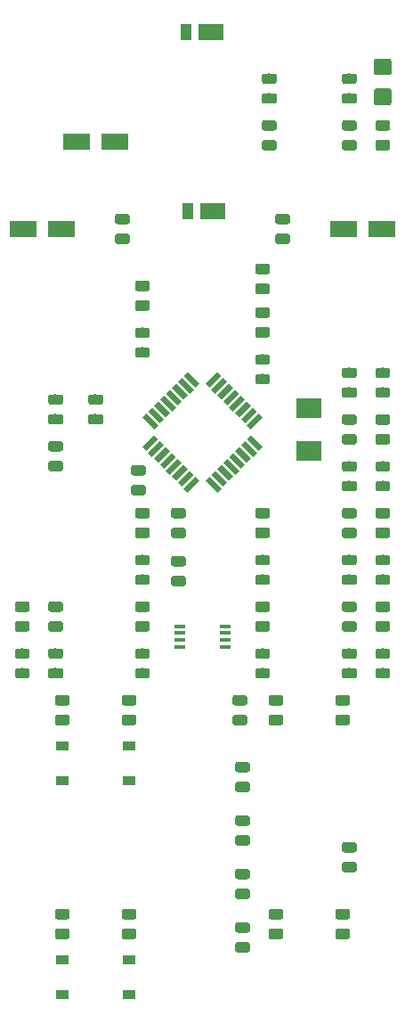
<source format=gbr>
G04 #@! TF.GenerationSoftware,KiCad,Pcbnew,(5.0.0)*
G04 #@! TF.CreationDate,2018-08-20T01:03:39+08:00*
G04 #@! TF.ProjectId,RndSeq,526E645365712E6B696361645F706362,rev?*
G04 #@! TF.SameCoordinates,Original*
G04 #@! TF.FileFunction,Paste,Bot*
G04 #@! TF.FilePolarity,Positive*
%FSLAX46Y46*%
G04 Gerber Fmt 4.6, Leading zero omitted, Abs format (unit mm)*
G04 Created by KiCad (PCBNEW (5.0.0)) date 08/20/18 01:03:39*
%MOMM*%
%LPD*%
G01*
G04 APERTURE LIST*
%ADD10R,1.050000X1.500000*%
%ADD11R,2.400000X1.500000*%
%ADD12C,0.100000*%
%ADD13C,1.600000*%
%ADD14R,2.600000X1.600000*%
%ADD15C,0.975000*%
%ADD16R,2.400000X1.900000*%
%ADD17R,1.200000X0.900000*%
%ADD18C,0.550000*%
%ADD19R,1.100000X0.400000*%
G04 APERTURE END LIST*
D10*
G04 #@! TO.C,D11*
X145734040Y-74907140D03*
D11*
X148109040Y-74907140D03*
G04 #@! TD*
G04 #@! TO.C,D10*
X147982040Y-57889140D03*
D10*
X145607040Y-57889140D03*
G04 #@! TD*
D12*
G04 #@! TO.C,D12*
G36*
X164876544Y-60364344D02*
X164900813Y-60367944D01*
X164924611Y-60373905D01*
X164947711Y-60382170D01*
X164969889Y-60392660D01*
X164990933Y-60405273D01*
X165010638Y-60419887D01*
X165028817Y-60436363D01*
X165045293Y-60454542D01*
X165059907Y-60474247D01*
X165072520Y-60495291D01*
X165083010Y-60517469D01*
X165091275Y-60540569D01*
X165097236Y-60564367D01*
X165100836Y-60588636D01*
X165102040Y-60613140D01*
X165102040Y-61713140D01*
X165100836Y-61737644D01*
X165097236Y-61761913D01*
X165091275Y-61785711D01*
X165083010Y-61808811D01*
X165072520Y-61830989D01*
X165059907Y-61852033D01*
X165045293Y-61871738D01*
X165028817Y-61889917D01*
X165010638Y-61906393D01*
X164990933Y-61921007D01*
X164969889Y-61933620D01*
X164947711Y-61944110D01*
X164924611Y-61952375D01*
X164900813Y-61958336D01*
X164876544Y-61961936D01*
X164852040Y-61963140D01*
X163702040Y-61963140D01*
X163677536Y-61961936D01*
X163653267Y-61958336D01*
X163629469Y-61952375D01*
X163606369Y-61944110D01*
X163584191Y-61933620D01*
X163563147Y-61921007D01*
X163543442Y-61906393D01*
X163525263Y-61889917D01*
X163508787Y-61871738D01*
X163494173Y-61852033D01*
X163481560Y-61830989D01*
X163471070Y-61808811D01*
X163462805Y-61785711D01*
X163456844Y-61761913D01*
X163453244Y-61737644D01*
X163452040Y-61713140D01*
X163452040Y-60613140D01*
X163453244Y-60588636D01*
X163456844Y-60564367D01*
X163462805Y-60540569D01*
X163471070Y-60517469D01*
X163481560Y-60495291D01*
X163494173Y-60474247D01*
X163508787Y-60454542D01*
X163525263Y-60436363D01*
X163543442Y-60419887D01*
X163563147Y-60405273D01*
X163584191Y-60392660D01*
X163606369Y-60382170D01*
X163629469Y-60373905D01*
X163653267Y-60367944D01*
X163677536Y-60364344D01*
X163702040Y-60363140D01*
X164852040Y-60363140D01*
X164876544Y-60364344D01*
X164876544Y-60364344D01*
G37*
D13*
X164277040Y-61163140D03*
D12*
G36*
X164876544Y-63214344D02*
X164900813Y-63217944D01*
X164924611Y-63223905D01*
X164947711Y-63232170D01*
X164969889Y-63242660D01*
X164990933Y-63255273D01*
X165010638Y-63269887D01*
X165028817Y-63286363D01*
X165045293Y-63304542D01*
X165059907Y-63324247D01*
X165072520Y-63345291D01*
X165083010Y-63367469D01*
X165091275Y-63390569D01*
X165097236Y-63414367D01*
X165100836Y-63438636D01*
X165102040Y-63463140D01*
X165102040Y-64563140D01*
X165100836Y-64587644D01*
X165097236Y-64611913D01*
X165091275Y-64635711D01*
X165083010Y-64658811D01*
X165072520Y-64680989D01*
X165059907Y-64702033D01*
X165045293Y-64721738D01*
X165028817Y-64739917D01*
X165010638Y-64756393D01*
X164990933Y-64771007D01*
X164969889Y-64783620D01*
X164947711Y-64794110D01*
X164924611Y-64802375D01*
X164900813Y-64808336D01*
X164876544Y-64811936D01*
X164852040Y-64813140D01*
X163702040Y-64813140D01*
X163677536Y-64811936D01*
X163653267Y-64808336D01*
X163629469Y-64802375D01*
X163606369Y-64794110D01*
X163584191Y-64783620D01*
X163563147Y-64771007D01*
X163543442Y-64756393D01*
X163525263Y-64739917D01*
X163508787Y-64721738D01*
X163494173Y-64702033D01*
X163481560Y-64680989D01*
X163471070Y-64658811D01*
X163462805Y-64635711D01*
X163456844Y-64611913D01*
X163453244Y-64587644D01*
X163452040Y-64563140D01*
X163452040Y-63463140D01*
X163453244Y-63438636D01*
X163456844Y-63414367D01*
X163462805Y-63390569D01*
X163471070Y-63367469D01*
X163481560Y-63345291D01*
X163494173Y-63324247D01*
X163508787Y-63304542D01*
X163525263Y-63286363D01*
X163543442Y-63269887D01*
X163563147Y-63255273D01*
X163584191Y-63242660D01*
X163606369Y-63232170D01*
X163629469Y-63223905D01*
X163653267Y-63217944D01*
X163677536Y-63214344D01*
X163702040Y-63213140D01*
X164852040Y-63213140D01*
X164876544Y-63214344D01*
X164876544Y-63214344D01*
G37*
D13*
X164277040Y-64013140D03*
G04 #@! TD*
D14*
G04 #@! TO.C,C22*
X133692040Y-76558140D03*
X130092040Y-76558140D03*
G04 #@! TD*
G04 #@! TO.C,C19*
X138772040Y-68303140D03*
X135172040Y-68303140D03*
G04 #@! TD*
G04 #@! TO.C,C18*
X160572040Y-76558140D03*
X164172040Y-76558140D03*
G04 #@! TD*
D12*
G04 #@! TO.C,C11*
G36*
X133642182Y-111964314D02*
X133665843Y-111967824D01*
X133689047Y-111973636D01*
X133711569Y-111981694D01*
X133733193Y-111991922D01*
X133753710Y-112004219D01*
X133772923Y-112018469D01*
X133790647Y-112034533D01*
X133806711Y-112052257D01*
X133820961Y-112071470D01*
X133833258Y-112091987D01*
X133843486Y-112113611D01*
X133851544Y-112136133D01*
X133857356Y-112159337D01*
X133860866Y-112182998D01*
X133862040Y-112206890D01*
X133862040Y-112694390D01*
X133860866Y-112718282D01*
X133857356Y-112741943D01*
X133851544Y-112765147D01*
X133843486Y-112787669D01*
X133833258Y-112809293D01*
X133820961Y-112829810D01*
X133806711Y-112849023D01*
X133790647Y-112866747D01*
X133772923Y-112882811D01*
X133753710Y-112897061D01*
X133733193Y-112909358D01*
X133711569Y-112919586D01*
X133689047Y-112927644D01*
X133665843Y-112933456D01*
X133642182Y-112936966D01*
X133618290Y-112938140D01*
X132705790Y-112938140D01*
X132681898Y-112936966D01*
X132658237Y-112933456D01*
X132635033Y-112927644D01*
X132612511Y-112919586D01*
X132590887Y-112909358D01*
X132570370Y-112897061D01*
X132551157Y-112882811D01*
X132533433Y-112866747D01*
X132517369Y-112849023D01*
X132503119Y-112829810D01*
X132490822Y-112809293D01*
X132480594Y-112787669D01*
X132472536Y-112765147D01*
X132466724Y-112741943D01*
X132463214Y-112718282D01*
X132462040Y-112694390D01*
X132462040Y-112206890D01*
X132463214Y-112182998D01*
X132466724Y-112159337D01*
X132472536Y-112136133D01*
X132480594Y-112113611D01*
X132490822Y-112091987D01*
X132503119Y-112071470D01*
X132517369Y-112052257D01*
X132533433Y-112034533D01*
X132551157Y-112018469D01*
X132570370Y-112004219D01*
X132590887Y-111991922D01*
X132612511Y-111981694D01*
X132635033Y-111973636D01*
X132658237Y-111967824D01*
X132681898Y-111964314D01*
X132705790Y-111963140D01*
X133618290Y-111963140D01*
X133642182Y-111964314D01*
X133642182Y-111964314D01*
G37*
D15*
X133162040Y-112450640D03*
D12*
G36*
X133642182Y-113839314D02*
X133665843Y-113842824D01*
X133689047Y-113848636D01*
X133711569Y-113856694D01*
X133733193Y-113866922D01*
X133753710Y-113879219D01*
X133772923Y-113893469D01*
X133790647Y-113909533D01*
X133806711Y-113927257D01*
X133820961Y-113946470D01*
X133833258Y-113966987D01*
X133843486Y-113988611D01*
X133851544Y-114011133D01*
X133857356Y-114034337D01*
X133860866Y-114057998D01*
X133862040Y-114081890D01*
X133862040Y-114569390D01*
X133860866Y-114593282D01*
X133857356Y-114616943D01*
X133851544Y-114640147D01*
X133843486Y-114662669D01*
X133833258Y-114684293D01*
X133820961Y-114704810D01*
X133806711Y-114724023D01*
X133790647Y-114741747D01*
X133772923Y-114757811D01*
X133753710Y-114772061D01*
X133733193Y-114784358D01*
X133711569Y-114794586D01*
X133689047Y-114802644D01*
X133665843Y-114808456D01*
X133642182Y-114811966D01*
X133618290Y-114813140D01*
X132705790Y-114813140D01*
X132681898Y-114811966D01*
X132658237Y-114808456D01*
X132635033Y-114802644D01*
X132612511Y-114794586D01*
X132590887Y-114784358D01*
X132570370Y-114772061D01*
X132551157Y-114757811D01*
X132533433Y-114741747D01*
X132517369Y-114724023D01*
X132503119Y-114704810D01*
X132490822Y-114684293D01*
X132480594Y-114662669D01*
X132472536Y-114640147D01*
X132466724Y-114616943D01*
X132463214Y-114593282D01*
X132462040Y-114569390D01*
X132462040Y-114081890D01*
X132463214Y-114057998D01*
X132466724Y-114034337D01*
X132472536Y-114011133D01*
X132480594Y-113988611D01*
X132490822Y-113966987D01*
X132503119Y-113946470D01*
X132517369Y-113927257D01*
X132533433Y-113909533D01*
X132551157Y-113893469D01*
X132570370Y-113879219D01*
X132590887Y-113866922D01*
X132612511Y-113856694D01*
X132635033Y-113848636D01*
X132658237Y-113842824D01*
X132681898Y-113839314D01*
X132705790Y-113838140D01*
X133618290Y-113838140D01*
X133642182Y-113839314D01*
X133642182Y-113839314D01*
G37*
D15*
X133162040Y-114325640D03*
G04 #@! TD*
D12*
G04 #@! TO.C,C21*
G36*
X139992182Y-77009314D02*
X140015843Y-77012824D01*
X140039047Y-77018636D01*
X140061569Y-77026694D01*
X140083193Y-77036922D01*
X140103710Y-77049219D01*
X140122923Y-77063469D01*
X140140647Y-77079533D01*
X140156711Y-77097257D01*
X140170961Y-77116470D01*
X140183258Y-77136987D01*
X140193486Y-77158611D01*
X140201544Y-77181133D01*
X140207356Y-77204337D01*
X140210866Y-77227998D01*
X140212040Y-77251890D01*
X140212040Y-77739390D01*
X140210866Y-77763282D01*
X140207356Y-77786943D01*
X140201544Y-77810147D01*
X140193486Y-77832669D01*
X140183258Y-77854293D01*
X140170961Y-77874810D01*
X140156711Y-77894023D01*
X140140647Y-77911747D01*
X140122923Y-77927811D01*
X140103710Y-77942061D01*
X140083193Y-77954358D01*
X140061569Y-77964586D01*
X140039047Y-77972644D01*
X140015843Y-77978456D01*
X139992182Y-77981966D01*
X139968290Y-77983140D01*
X139055790Y-77983140D01*
X139031898Y-77981966D01*
X139008237Y-77978456D01*
X138985033Y-77972644D01*
X138962511Y-77964586D01*
X138940887Y-77954358D01*
X138920370Y-77942061D01*
X138901157Y-77927811D01*
X138883433Y-77911747D01*
X138867369Y-77894023D01*
X138853119Y-77874810D01*
X138840822Y-77854293D01*
X138830594Y-77832669D01*
X138822536Y-77810147D01*
X138816724Y-77786943D01*
X138813214Y-77763282D01*
X138812040Y-77739390D01*
X138812040Y-77251890D01*
X138813214Y-77227998D01*
X138816724Y-77204337D01*
X138822536Y-77181133D01*
X138830594Y-77158611D01*
X138840822Y-77136987D01*
X138853119Y-77116470D01*
X138867369Y-77097257D01*
X138883433Y-77079533D01*
X138901157Y-77063469D01*
X138920370Y-77049219D01*
X138940887Y-77036922D01*
X138962511Y-77026694D01*
X138985033Y-77018636D01*
X139008237Y-77012824D01*
X139031898Y-77009314D01*
X139055790Y-77008140D01*
X139968290Y-77008140D01*
X139992182Y-77009314D01*
X139992182Y-77009314D01*
G37*
D15*
X139512040Y-77495640D03*
D12*
G36*
X139992182Y-75134314D02*
X140015843Y-75137824D01*
X140039047Y-75143636D01*
X140061569Y-75151694D01*
X140083193Y-75161922D01*
X140103710Y-75174219D01*
X140122923Y-75188469D01*
X140140647Y-75204533D01*
X140156711Y-75222257D01*
X140170961Y-75241470D01*
X140183258Y-75261987D01*
X140193486Y-75283611D01*
X140201544Y-75306133D01*
X140207356Y-75329337D01*
X140210866Y-75352998D01*
X140212040Y-75376890D01*
X140212040Y-75864390D01*
X140210866Y-75888282D01*
X140207356Y-75911943D01*
X140201544Y-75935147D01*
X140193486Y-75957669D01*
X140183258Y-75979293D01*
X140170961Y-75999810D01*
X140156711Y-76019023D01*
X140140647Y-76036747D01*
X140122923Y-76052811D01*
X140103710Y-76067061D01*
X140083193Y-76079358D01*
X140061569Y-76089586D01*
X140039047Y-76097644D01*
X140015843Y-76103456D01*
X139992182Y-76106966D01*
X139968290Y-76108140D01*
X139055790Y-76108140D01*
X139031898Y-76106966D01*
X139008237Y-76103456D01*
X138985033Y-76097644D01*
X138962511Y-76089586D01*
X138940887Y-76079358D01*
X138920370Y-76067061D01*
X138901157Y-76052811D01*
X138883433Y-76036747D01*
X138867369Y-76019023D01*
X138853119Y-75999810D01*
X138840822Y-75979293D01*
X138830594Y-75957669D01*
X138822536Y-75935147D01*
X138816724Y-75911943D01*
X138813214Y-75888282D01*
X138812040Y-75864390D01*
X138812040Y-75376890D01*
X138813214Y-75352998D01*
X138816724Y-75329337D01*
X138822536Y-75306133D01*
X138830594Y-75283611D01*
X138840822Y-75261987D01*
X138853119Y-75241470D01*
X138867369Y-75222257D01*
X138883433Y-75204533D01*
X138901157Y-75188469D01*
X138920370Y-75174219D01*
X138940887Y-75161922D01*
X138962511Y-75151694D01*
X138985033Y-75143636D01*
X139008237Y-75137824D01*
X139031898Y-75134314D01*
X139055790Y-75133140D01*
X139968290Y-75133140D01*
X139992182Y-75134314D01*
X139992182Y-75134314D01*
G37*
D15*
X139512040Y-75620640D03*
G04 #@! TD*
D12*
G04 #@! TO.C,C20*
G36*
X155232182Y-75134314D02*
X155255843Y-75137824D01*
X155279047Y-75143636D01*
X155301569Y-75151694D01*
X155323193Y-75161922D01*
X155343710Y-75174219D01*
X155362923Y-75188469D01*
X155380647Y-75204533D01*
X155396711Y-75222257D01*
X155410961Y-75241470D01*
X155423258Y-75261987D01*
X155433486Y-75283611D01*
X155441544Y-75306133D01*
X155447356Y-75329337D01*
X155450866Y-75352998D01*
X155452040Y-75376890D01*
X155452040Y-75864390D01*
X155450866Y-75888282D01*
X155447356Y-75911943D01*
X155441544Y-75935147D01*
X155433486Y-75957669D01*
X155423258Y-75979293D01*
X155410961Y-75999810D01*
X155396711Y-76019023D01*
X155380647Y-76036747D01*
X155362923Y-76052811D01*
X155343710Y-76067061D01*
X155323193Y-76079358D01*
X155301569Y-76089586D01*
X155279047Y-76097644D01*
X155255843Y-76103456D01*
X155232182Y-76106966D01*
X155208290Y-76108140D01*
X154295790Y-76108140D01*
X154271898Y-76106966D01*
X154248237Y-76103456D01*
X154225033Y-76097644D01*
X154202511Y-76089586D01*
X154180887Y-76079358D01*
X154160370Y-76067061D01*
X154141157Y-76052811D01*
X154123433Y-76036747D01*
X154107369Y-76019023D01*
X154093119Y-75999810D01*
X154080822Y-75979293D01*
X154070594Y-75957669D01*
X154062536Y-75935147D01*
X154056724Y-75911943D01*
X154053214Y-75888282D01*
X154052040Y-75864390D01*
X154052040Y-75376890D01*
X154053214Y-75352998D01*
X154056724Y-75329337D01*
X154062536Y-75306133D01*
X154070594Y-75283611D01*
X154080822Y-75261987D01*
X154093119Y-75241470D01*
X154107369Y-75222257D01*
X154123433Y-75204533D01*
X154141157Y-75188469D01*
X154160370Y-75174219D01*
X154180887Y-75161922D01*
X154202511Y-75151694D01*
X154225033Y-75143636D01*
X154248237Y-75137824D01*
X154271898Y-75134314D01*
X154295790Y-75133140D01*
X155208290Y-75133140D01*
X155232182Y-75134314D01*
X155232182Y-75134314D01*
G37*
D15*
X154752040Y-75620640D03*
D12*
G36*
X155232182Y-77009314D02*
X155255843Y-77012824D01*
X155279047Y-77018636D01*
X155301569Y-77026694D01*
X155323193Y-77036922D01*
X155343710Y-77049219D01*
X155362923Y-77063469D01*
X155380647Y-77079533D01*
X155396711Y-77097257D01*
X155410961Y-77116470D01*
X155423258Y-77136987D01*
X155433486Y-77158611D01*
X155441544Y-77181133D01*
X155447356Y-77204337D01*
X155450866Y-77227998D01*
X155452040Y-77251890D01*
X155452040Y-77739390D01*
X155450866Y-77763282D01*
X155447356Y-77786943D01*
X155441544Y-77810147D01*
X155433486Y-77832669D01*
X155423258Y-77854293D01*
X155410961Y-77874810D01*
X155396711Y-77894023D01*
X155380647Y-77911747D01*
X155362923Y-77927811D01*
X155343710Y-77942061D01*
X155323193Y-77954358D01*
X155301569Y-77964586D01*
X155279047Y-77972644D01*
X155255843Y-77978456D01*
X155232182Y-77981966D01*
X155208290Y-77983140D01*
X154295790Y-77983140D01*
X154271898Y-77981966D01*
X154248237Y-77978456D01*
X154225033Y-77972644D01*
X154202511Y-77964586D01*
X154180887Y-77954358D01*
X154160370Y-77942061D01*
X154141157Y-77927811D01*
X154123433Y-77911747D01*
X154107369Y-77894023D01*
X154093119Y-77874810D01*
X154080822Y-77854293D01*
X154070594Y-77832669D01*
X154062536Y-77810147D01*
X154056724Y-77786943D01*
X154053214Y-77763282D01*
X154052040Y-77739390D01*
X154052040Y-77251890D01*
X154053214Y-77227998D01*
X154056724Y-77204337D01*
X154062536Y-77181133D01*
X154070594Y-77158611D01*
X154080822Y-77136987D01*
X154093119Y-77116470D01*
X154107369Y-77097257D01*
X154123433Y-77079533D01*
X154141157Y-77063469D01*
X154160370Y-77049219D01*
X154180887Y-77036922D01*
X154202511Y-77026694D01*
X154225033Y-77018636D01*
X154248237Y-77012824D01*
X154271898Y-77009314D01*
X154295790Y-77008140D01*
X155208290Y-77008140D01*
X155232182Y-77009314D01*
X155232182Y-77009314D01*
G37*
D15*
X154752040Y-77495640D03*
G04 #@! TD*
D12*
G04 #@! TO.C,C17*
G36*
X164757182Y-91614314D02*
X164780843Y-91617824D01*
X164804047Y-91623636D01*
X164826569Y-91631694D01*
X164848193Y-91641922D01*
X164868710Y-91654219D01*
X164887923Y-91668469D01*
X164905647Y-91684533D01*
X164921711Y-91702257D01*
X164935961Y-91721470D01*
X164948258Y-91741987D01*
X164958486Y-91763611D01*
X164966544Y-91786133D01*
X164972356Y-91809337D01*
X164975866Y-91832998D01*
X164977040Y-91856890D01*
X164977040Y-92344390D01*
X164975866Y-92368282D01*
X164972356Y-92391943D01*
X164966544Y-92415147D01*
X164958486Y-92437669D01*
X164948258Y-92459293D01*
X164935961Y-92479810D01*
X164921711Y-92499023D01*
X164905647Y-92516747D01*
X164887923Y-92532811D01*
X164868710Y-92547061D01*
X164848193Y-92559358D01*
X164826569Y-92569586D01*
X164804047Y-92577644D01*
X164780843Y-92583456D01*
X164757182Y-92586966D01*
X164733290Y-92588140D01*
X163820790Y-92588140D01*
X163796898Y-92586966D01*
X163773237Y-92583456D01*
X163750033Y-92577644D01*
X163727511Y-92569586D01*
X163705887Y-92559358D01*
X163685370Y-92547061D01*
X163666157Y-92532811D01*
X163648433Y-92516747D01*
X163632369Y-92499023D01*
X163618119Y-92479810D01*
X163605822Y-92459293D01*
X163595594Y-92437669D01*
X163587536Y-92415147D01*
X163581724Y-92391943D01*
X163578214Y-92368282D01*
X163577040Y-92344390D01*
X163577040Y-91856890D01*
X163578214Y-91832998D01*
X163581724Y-91809337D01*
X163587536Y-91786133D01*
X163595594Y-91763611D01*
X163605822Y-91741987D01*
X163618119Y-91721470D01*
X163632369Y-91702257D01*
X163648433Y-91684533D01*
X163666157Y-91668469D01*
X163685370Y-91654219D01*
X163705887Y-91641922D01*
X163727511Y-91631694D01*
X163750033Y-91623636D01*
X163773237Y-91617824D01*
X163796898Y-91614314D01*
X163820790Y-91613140D01*
X164733290Y-91613140D01*
X164757182Y-91614314D01*
X164757182Y-91614314D01*
G37*
D15*
X164277040Y-92100640D03*
D12*
G36*
X164757182Y-89739314D02*
X164780843Y-89742824D01*
X164804047Y-89748636D01*
X164826569Y-89756694D01*
X164848193Y-89766922D01*
X164868710Y-89779219D01*
X164887923Y-89793469D01*
X164905647Y-89809533D01*
X164921711Y-89827257D01*
X164935961Y-89846470D01*
X164948258Y-89866987D01*
X164958486Y-89888611D01*
X164966544Y-89911133D01*
X164972356Y-89934337D01*
X164975866Y-89957998D01*
X164977040Y-89981890D01*
X164977040Y-90469390D01*
X164975866Y-90493282D01*
X164972356Y-90516943D01*
X164966544Y-90540147D01*
X164958486Y-90562669D01*
X164948258Y-90584293D01*
X164935961Y-90604810D01*
X164921711Y-90624023D01*
X164905647Y-90641747D01*
X164887923Y-90657811D01*
X164868710Y-90672061D01*
X164848193Y-90684358D01*
X164826569Y-90694586D01*
X164804047Y-90702644D01*
X164780843Y-90708456D01*
X164757182Y-90711966D01*
X164733290Y-90713140D01*
X163820790Y-90713140D01*
X163796898Y-90711966D01*
X163773237Y-90708456D01*
X163750033Y-90702644D01*
X163727511Y-90694586D01*
X163705887Y-90684358D01*
X163685370Y-90672061D01*
X163666157Y-90657811D01*
X163648433Y-90641747D01*
X163632369Y-90624023D01*
X163618119Y-90604810D01*
X163605822Y-90584293D01*
X163595594Y-90562669D01*
X163587536Y-90540147D01*
X163581724Y-90516943D01*
X163578214Y-90493282D01*
X163577040Y-90469390D01*
X163577040Y-89981890D01*
X163578214Y-89957998D01*
X163581724Y-89934337D01*
X163587536Y-89911133D01*
X163595594Y-89888611D01*
X163605822Y-89866987D01*
X163618119Y-89846470D01*
X163632369Y-89827257D01*
X163648433Y-89809533D01*
X163666157Y-89793469D01*
X163685370Y-89779219D01*
X163705887Y-89766922D01*
X163727511Y-89756694D01*
X163750033Y-89748636D01*
X163773237Y-89742824D01*
X163796898Y-89739314D01*
X163820790Y-89738140D01*
X164733290Y-89738140D01*
X164757182Y-89739314D01*
X164757182Y-89739314D01*
G37*
D15*
X164277040Y-90225640D03*
G04 #@! TD*
D12*
G04 #@! TO.C,C16*
G36*
X161582182Y-89739314D02*
X161605843Y-89742824D01*
X161629047Y-89748636D01*
X161651569Y-89756694D01*
X161673193Y-89766922D01*
X161693710Y-89779219D01*
X161712923Y-89793469D01*
X161730647Y-89809533D01*
X161746711Y-89827257D01*
X161760961Y-89846470D01*
X161773258Y-89866987D01*
X161783486Y-89888611D01*
X161791544Y-89911133D01*
X161797356Y-89934337D01*
X161800866Y-89957998D01*
X161802040Y-89981890D01*
X161802040Y-90469390D01*
X161800866Y-90493282D01*
X161797356Y-90516943D01*
X161791544Y-90540147D01*
X161783486Y-90562669D01*
X161773258Y-90584293D01*
X161760961Y-90604810D01*
X161746711Y-90624023D01*
X161730647Y-90641747D01*
X161712923Y-90657811D01*
X161693710Y-90672061D01*
X161673193Y-90684358D01*
X161651569Y-90694586D01*
X161629047Y-90702644D01*
X161605843Y-90708456D01*
X161582182Y-90711966D01*
X161558290Y-90713140D01*
X160645790Y-90713140D01*
X160621898Y-90711966D01*
X160598237Y-90708456D01*
X160575033Y-90702644D01*
X160552511Y-90694586D01*
X160530887Y-90684358D01*
X160510370Y-90672061D01*
X160491157Y-90657811D01*
X160473433Y-90641747D01*
X160457369Y-90624023D01*
X160443119Y-90604810D01*
X160430822Y-90584293D01*
X160420594Y-90562669D01*
X160412536Y-90540147D01*
X160406724Y-90516943D01*
X160403214Y-90493282D01*
X160402040Y-90469390D01*
X160402040Y-89981890D01*
X160403214Y-89957998D01*
X160406724Y-89934337D01*
X160412536Y-89911133D01*
X160420594Y-89888611D01*
X160430822Y-89866987D01*
X160443119Y-89846470D01*
X160457369Y-89827257D01*
X160473433Y-89809533D01*
X160491157Y-89793469D01*
X160510370Y-89779219D01*
X160530887Y-89766922D01*
X160552511Y-89756694D01*
X160575033Y-89748636D01*
X160598237Y-89742824D01*
X160621898Y-89739314D01*
X160645790Y-89738140D01*
X161558290Y-89738140D01*
X161582182Y-89739314D01*
X161582182Y-89739314D01*
G37*
D15*
X161102040Y-90225640D03*
D12*
G36*
X161582182Y-91614314D02*
X161605843Y-91617824D01*
X161629047Y-91623636D01*
X161651569Y-91631694D01*
X161673193Y-91641922D01*
X161693710Y-91654219D01*
X161712923Y-91668469D01*
X161730647Y-91684533D01*
X161746711Y-91702257D01*
X161760961Y-91721470D01*
X161773258Y-91741987D01*
X161783486Y-91763611D01*
X161791544Y-91786133D01*
X161797356Y-91809337D01*
X161800866Y-91832998D01*
X161802040Y-91856890D01*
X161802040Y-92344390D01*
X161800866Y-92368282D01*
X161797356Y-92391943D01*
X161791544Y-92415147D01*
X161783486Y-92437669D01*
X161773258Y-92459293D01*
X161760961Y-92479810D01*
X161746711Y-92499023D01*
X161730647Y-92516747D01*
X161712923Y-92532811D01*
X161693710Y-92547061D01*
X161673193Y-92559358D01*
X161651569Y-92569586D01*
X161629047Y-92577644D01*
X161605843Y-92583456D01*
X161582182Y-92586966D01*
X161558290Y-92588140D01*
X160645790Y-92588140D01*
X160621898Y-92586966D01*
X160598237Y-92583456D01*
X160575033Y-92577644D01*
X160552511Y-92569586D01*
X160530887Y-92559358D01*
X160510370Y-92547061D01*
X160491157Y-92532811D01*
X160473433Y-92516747D01*
X160457369Y-92499023D01*
X160443119Y-92479810D01*
X160430822Y-92459293D01*
X160420594Y-92437669D01*
X160412536Y-92415147D01*
X160406724Y-92391943D01*
X160403214Y-92368282D01*
X160402040Y-92344390D01*
X160402040Y-91856890D01*
X160403214Y-91832998D01*
X160406724Y-91809337D01*
X160412536Y-91786133D01*
X160420594Y-91763611D01*
X160430822Y-91741987D01*
X160443119Y-91721470D01*
X160457369Y-91702257D01*
X160473433Y-91684533D01*
X160491157Y-91668469D01*
X160510370Y-91654219D01*
X160530887Y-91641922D01*
X160552511Y-91631694D01*
X160575033Y-91623636D01*
X160598237Y-91617824D01*
X160621898Y-91614314D01*
X160645790Y-91613140D01*
X161558290Y-91613140D01*
X161582182Y-91614314D01*
X161582182Y-91614314D01*
G37*
D15*
X161102040Y-92100640D03*
G04 #@! TD*
D12*
G04 #@! TO.C,C15*
G36*
X145326182Y-103074314D02*
X145349843Y-103077824D01*
X145373047Y-103083636D01*
X145395569Y-103091694D01*
X145417193Y-103101922D01*
X145437710Y-103114219D01*
X145456923Y-103128469D01*
X145474647Y-103144533D01*
X145490711Y-103162257D01*
X145504961Y-103181470D01*
X145517258Y-103201987D01*
X145527486Y-103223611D01*
X145535544Y-103246133D01*
X145541356Y-103269337D01*
X145544866Y-103292998D01*
X145546040Y-103316890D01*
X145546040Y-103804390D01*
X145544866Y-103828282D01*
X145541356Y-103851943D01*
X145535544Y-103875147D01*
X145527486Y-103897669D01*
X145517258Y-103919293D01*
X145504961Y-103939810D01*
X145490711Y-103959023D01*
X145474647Y-103976747D01*
X145456923Y-103992811D01*
X145437710Y-104007061D01*
X145417193Y-104019358D01*
X145395569Y-104029586D01*
X145373047Y-104037644D01*
X145349843Y-104043456D01*
X145326182Y-104046966D01*
X145302290Y-104048140D01*
X144389790Y-104048140D01*
X144365898Y-104046966D01*
X144342237Y-104043456D01*
X144319033Y-104037644D01*
X144296511Y-104029586D01*
X144274887Y-104019358D01*
X144254370Y-104007061D01*
X144235157Y-103992811D01*
X144217433Y-103976747D01*
X144201369Y-103959023D01*
X144187119Y-103939810D01*
X144174822Y-103919293D01*
X144164594Y-103897669D01*
X144156536Y-103875147D01*
X144150724Y-103851943D01*
X144147214Y-103828282D01*
X144146040Y-103804390D01*
X144146040Y-103316890D01*
X144147214Y-103292998D01*
X144150724Y-103269337D01*
X144156536Y-103246133D01*
X144164594Y-103223611D01*
X144174822Y-103201987D01*
X144187119Y-103181470D01*
X144201369Y-103162257D01*
X144217433Y-103144533D01*
X144235157Y-103128469D01*
X144254370Y-103114219D01*
X144274887Y-103101922D01*
X144296511Y-103091694D01*
X144319033Y-103083636D01*
X144342237Y-103077824D01*
X144365898Y-103074314D01*
X144389790Y-103073140D01*
X145302290Y-103073140D01*
X145326182Y-103074314D01*
X145326182Y-103074314D01*
G37*
D15*
X144846040Y-103560640D03*
D12*
G36*
X145326182Y-104949314D02*
X145349843Y-104952824D01*
X145373047Y-104958636D01*
X145395569Y-104966694D01*
X145417193Y-104976922D01*
X145437710Y-104989219D01*
X145456923Y-105003469D01*
X145474647Y-105019533D01*
X145490711Y-105037257D01*
X145504961Y-105056470D01*
X145517258Y-105076987D01*
X145527486Y-105098611D01*
X145535544Y-105121133D01*
X145541356Y-105144337D01*
X145544866Y-105167998D01*
X145546040Y-105191890D01*
X145546040Y-105679390D01*
X145544866Y-105703282D01*
X145541356Y-105726943D01*
X145535544Y-105750147D01*
X145527486Y-105772669D01*
X145517258Y-105794293D01*
X145504961Y-105814810D01*
X145490711Y-105834023D01*
X145474647Y-105851747D01*
X145456923Y-105867811D01*
X145437710Y-105882061D01*
X145417193Y-105894358D01*
X145395569Y-105904586D01*
X145373047Y-105912644D01*
X145349843Y-105918456D01*
X145326182Y-105921966D01*
X145302290Y-105923140D01*
X144389790Y-105923140D01*
X144365898Y-105921966D01*
X144342237Y-105918456D01*
X144319033Y-105912644D01*
X144296511Y-105904586D01*
X144274887Y-105894358D01*
X144254370Y-105882061D01*
X144235157Y-105867811D01*
X144217433Y-105851747D01*
X144201369Y-105834023D01*
X144187119Y-105814810D01*
X144174822Y-105794293D01*
X144164594Y-105772669D01*
X144156536Y-105750147D01*
X144150724Y-105726943D01*
X144147214Y-105703282D01*
X144146040Y-105679390D01*
X144146040Y-105191890D01*
X144147214Y-105167998D01*
X144150724Y-105144337D01*
X144156536Y-105121133D01*
X144164594Y-105098611D01*
X144174822Y-105076987D01*
X144187119Y-105056470D01*
X144201369Y-105037257D01*
X144217433Y-105019533D01*
X144235157Y-105003469D01*
X144254370Y-104989219D01*
X144274887Y-104976922D01*
X144296511Y-104966694D01*
X144319033Y-104958636D01*
X144342237Y-104952824D01*
X144365898Y-104949314D01*
X144389790Y-104948140D01*
X145302290Y-104948140D01*
X145326182Y-104949314D01*
X145326182Y-104949314D01*
G37*
D15*
X144846040Y-105435640D03*
G04 #@! TD*
D12*
G04 #@! TO.C,C14*
G36*
X153327182Y-88469314D02*
X153350843Y-88472824D01*
X153374047Y-88478636D01*
X153396569Y-88486694D01*
X153418193Y-88496922D01*
X153438710Y-88509219D01*
X153457923Y-88523469D01*
X153475647Y-88539533D01*
X153491711Y-88557257D01*
X153505961Y-88576470D01*
X153518258Y-88596987D01*
X153528486Y-88618611D01*
X153536544Y-88641133D01*
X153542356Y-88664337D01*
X153545866Y-88687998D01*
X153547040Y-88711890D01*
X153547040Y-89199390D01*
X153545866Y-89223282D01*
X153542356Y-89246943D01*
X153536544Y-89270147D01*
X153528486Y-89292669D01*
X153518258Y-89314293D01*
X153505961Y-89334810D01*
X153491711Y-89354023D01*
X153475647Y-89371747D01*
X153457923Y-89387811D01*
X153438710Y-89402061D01*
X153418193Y-89414358D01*
X153396569Y-89424586D01*
X153374047Y-89432644D01*
X153350843Y-89438456D01*
X153327182Y-89441966D01*
X153303290Y-89443140D01*
X152390790Y-89443140D01*
X152366898Y-89441966D01*
X152343237Y-89438456D01*
X152320033Y-89432644D01*
X152297511Y-89424586D01*
X152275887Y-89414358D01*
X152255370Y-89402061D01*
X152236157Y-89387811D01*
X152218433Y-89371747D01*
X152202369Y-89354023D01*
X152188119Y-89334810D01*
X152175822Y-89314293D01*
X152165594Y-89292669D01*
X152157536Y-89270147D01*
X152151724Y-89246943D01*
X152148214Y-89223282D01*
X152147040Y-89199390D01*
X152147040Y-88711890D01*
X152148214Y-88687998D01*
X152151724Y-88664337D01*
X152157536Y-88641133D01*
X152165594Y-88618611D01*
X152175822Y-88596987D01*
X152188119Y-88576470D01*
X152202369Y-88557257D01*
X152218433Y-88539533D01*
X152236157Y-88523469D01*
X152255370Y-88509219D01*
X152275887Y-88496922D01*
X152297511Y-88486694D01*
X152320033Y-88478636D01*
X152343237Y-88472824D01*
X152366898Y-88469314D01*
X152390790Y-88468140D01*
X153303290Y-88468140D01*
X153327182Y-88469314D01*
X153327182Y-88469314D01*
G37*
D15*
X152847040Y-88955640D03*
D12*
G36*
X153327182Y-90344314D02*
X153350843Y-90347824D01*
X153374047Y-90353636D01*
X153396569Y-90361694D01*
X153418193Y-90371922D01*
X153438710Y-90384219D01*
X153457923Y-90398469D01*
X153475647Y-90414533D01*
X153491711Y-90432257D01*
X153505961Y-90451470D01*
X153518258Y-90471987D01*
X153528486Y-90493611D01*
X153536544Y-90516133D01*
X153542356Y-90539337D01*
X153545866Y-90562998D01*
X153547040Y-90586890D01*
X153547040Y-91074390D01*
X153545866Y-91098282D01*
X153542356Y-91121943D01*
X153536544Y-91145147D01*
X153528486Y-91167669D01*
X153518258Y-91189293D01*
X153505961Y-91209810D01*
X153491711Y-91229023D01*
X153475647Y-91246747D01*
X153457923Y-91262811D01*
X153438710Y-91277061D01*
X153418193Y-91289358D01*
X153396569Y-91299586D01*
X153374047Y-91307644D01*
X153350843Y-91313456D01*
X153327182Y-91316966D01*
X153303290Y-91318140D01*
X152390790Y-91318140D01*
X152366898Y-91316966D01*
X152343237Y-91313456D01*
X152320033Y-91307644D01*
X152297511Y-91299586D01*
X152275887Y-91289358D01*
X152255370Y-91277061D01*
X152236157Y-91262811D01*
X152218433Y-91246747D01*
X152202369Y-91229023D01*
X152188119Y-91209810D01*
X152175822Y-91189293D01*
X152165594Y-91167669D01*
X152157536Y-91145147D01*
X152151724Y-91121943D01*
X152148214Y-91098282D01*
X152147040Y-91074390D01*
X152147040Y-90586890D01*
X152148214Y-90562998D01*
X152151724Y-90539337D01*
X152157536Y-90516133D01*
X152165594Y-90493611D01*
X152175822Y-90471987D01*
X152188119Y-90451470D01*
X152202369Y-90432257D01*
X152218433Y-90414533D01*
X152236157Y-90398469D01*
X152255370Y-90384219D01*
X152275887Y-90371922D01*
X152297511Y-90361694D01*
X152320033Y-90353636D01*
X152343237Y-90347824D01*
X152366898Y-90344314D01*
X152390790Y-90343140D01*
X153303290Y-90343140D01*
X153327182Y-90344314D01*
X153327182Y-90344314D01*
G37*
D15*
X152847040Y-90830640D03*
G04 #@! TD*
D12*
G04 #@! TO.C,C13*
G36*
X141516182Y-99010314D02*
X141539843Y-99013824D01*
X141563047Y-99019636D01*
X141585569Y-99027694D01*
X141607193Y-99037922D01*
X141627710Y-99050219D01*
X141646923Y-99064469D01*
X141664647Y-99080533D01*
X141680711Y-99098257D01*
X141694961Y-99117470D01*
X141707258Y-99137987D01*
X141717486Y-99159611D01*
X141725544Y-99182133D01*
X141731356Y-99205337D01*
X141734866Y-99228998D01*
X141736040Y-99252890D01*
X141736040Y-99740390D01*
X141734866Y-99764282D01*
X141731356Y-99787943D01*
X141725544Y-99811147D01*
X141717486Y-99833669D01*
X141707258Y-99855293D01*
X141694961Y-99875810D01*
X141680711Y-99895023D01*
X141664647Y-99912747D01*
X141646923Y-99928811D01*
X141627710Y-99943061D01*
X141607193Y-99955358D01*
X141585569Y-99965586D01*
X141563047Y-99973644D01*
X141539843Y-99979456D01*
X141516182Y-99982966D01*
X141492290Y-99984140D01*
X140579790Y-99984140D01*
X140555898Y-99982966D01*
X140532237Y-99979456D01*
X140509033Y-99973644D01*
X140486511Y-99965586D01*
X140464887Y-99955358D01*
X140444370Y-99943061D01*
X140425157Y-99928811D01*
X140407433Y-99912747D01*
X140391369Y-99895023D01*
X140377119Y-99875810D01*
X140364822Y-99855293D01*
X140354594Y-99833669D01*
X140346536Y-99811147D01*
X140340724Y-99787943D01*
X140337214Y-99764282D01*
X140336040Y-99740390D01*
X140336040Y-99252890D01*
X140337214Y-99228998D01*
X140340724Y-99205337D01*
X140346536Y-99182133D01*
X140354594Y-99159611D01*
X140364822Y-99137987D01*
X140377119Y-99117470D01*
X140391369Y-99098257D01*
X140407433Y-99080533D01*
X140425157Y-99064469D01*
X140444370Y-99050219D01*
X140464887Y-99037922D01*
X140486511Y-99027694D01*
X140509033Y-99019636D01*
X140532237Y-99013824D01*
X140555898Y-99010314D01*
X140579790Y-99009140D01*
X141492290Y-99009140D01*
X141516182Y-99010314D01*
X141516182Y-99010314D01*
G37*
D15*
X141036040Y-99496640D03*
D12*
G36*
X141516182Y-100885314D02*
X141539843Y-100888824D01*
X141563047Y-100894636D01*
X141585569Y-100902694D01*
X141607193Y-100912922D01*
X141627710Y-100925219D01*
X141646923Y-100939469D01*
X141664647Y-100955533D01*
X141680711Y-100973257D01*
X141694961Y-100992470D01*
X141707258Y-101012987D01*
X141717486Y-101034611D01*
X141725544Y-101057133D01*
X141731356Y-101080337D01*
X141734866Y-101103998D01*
X141736040Y-101127890D01*
X141736040Y-101615390D01*
X141734866Y-101639282D01*
X141731356Y-101662943D01*
X141725544Y-101686147D01*
X141717486Y-101708669D01*
X141707258Y-101730293D01*
X141694961Y-101750810D01*
X141680711Y-101770023D01*
X141664647Y-101787747D01*
X141646923Y-101803811D01*
X141627710Y-101818061D01*
X141607193Y-101830358D01*
X141585569Y-101840586D01*
X141563047Y-101848644D01*
X141539843Y-101854456D01*
X141516182Y-101857966D01*
X141492290Y-101859140D01*
X140579790Y-101859140D01*
X140555898Y-101857966D01*
X140532237Y-101854456D01*
X140509033Y-101848644D01*
X140486511Y-101840586D01*
X140464887Y-101830358D01*
X140444370Y-101818061D01*
X140425157Y-101803811D01*
X140407433Y-101787747D01*
X140391369Y-101770023D01*
X140377119Y-101750810D01*
X140364822Y-101730293D01*
X140354594Y-101708669D01*
X140346536Y-101686147D01*
X140340724Y-101662943D01*
X140337214Y-101639282D01*
X140336040Y-101615390D01*
X140336040Y-101127890D01*
X140337214Y-101103998D01*
X140340724Y-101080337D01*
X140346536Y-101057133D01*
X140354594Y-101034611D01*
X140364822Y-101012987D01*
X140377119Y-100992470D01*
X140391369Y-100973257D01*
X140407433Y-100955533D01*
X140425157Y-100939469D01*
X140444370Y-100925219D01*
X140464887Y-100912922D01*
X140486511Y-100902694D01*
X140509033Y-100894636D01*
X140532237Y-100888824D01*
X140555898Y-100885314D01*
X140579790Y-100884140D01*
X141492290Y-100884140D01*
X141516182Y-100885314D01*
X141516182Y-100885314D01*
G37*
D15*
X141036040Y-101371640D03*
G04 #@! TD*
D12*
G04 #@! TO.C,C12*
G36*
X161582182Y-111964314D02*
X161605843Y-111967824D01*
X161629047Y-111973636D01*
X161651569Y-111981694D01*
X161673193Y-111991922D01*
X161693710Y-112004219D01*
X161712923Y-112018469D01*
X161730647Y-112034533D01*
X161746711Y-112052257D01*
X161760961Y-112071470D01*
X161773258Y-112091987D01*
X161783486Y-112113611D01*
X161791544Y-112136133D01*
X161797356Y-112159337D01*
X161800866Y-112182998D01*
X161802040Y-112206890D01*
X161802040Y-112694390D01*
X161800866Y-112718282D01*
X161797356Y-112741943D01*
X161791544Y-112765147D01*
X161783486Y-112787669D01*
X161773258Y-112809293D01*
X161760961Y-112829810D01*
X161746711Y-112849023D01*
X161730647Y-112866747D01*
X161712923Y-112882811D01*
X161693710Y-112897061D01*
X161673193Y-112909358D01*
X161651569Y-112919586D01*
X161629047Y-112927644D01*
X161605843Y-112933456D01*
X161582182Y-112936966D01*
X161558290Y-112938140D01*
X160645790Y-112938140D01*
X160621898Y-112936966D01*
X160598237Y-112933456D01*
X160575033Y-112927644D01*
X160552511Y-112919586D01*
X160530887Y-112909358D01*
X160510370Y-112897061D01*
X160491157Y-112882811D01*
X160473433Y-112866747D01*
X160457369Y-112849023D01*
X160443119Y-112829810D01*
X160430822Y-112809293D01*
X160420594Y-112787669D01*
X160412536Y-112765147D01*
X160406724Y-112741943D01*
X160403214Y-112718282D01*
X160402040Y-112694390D01*
X160402040Y-112206890D01*
X160403214Y-112182998D01*
X160406724Y-112159337D01*
X160412536Y-112136133D01*
X160420594Y-112113611D01*
X160430822Y-112091987D01*
X160443119Y-112071470D01*
X160457369Y-112052257D01*
X160473433Y-112034533D01*
X160491157Y-112018469D01*
X160510370Y-112004219D01*
X160530887Y-111991922D01*
X160552511Y-111981694D01*
X160575033Y-111973636D01*
X160598237Y-111967824D01*
X160621898Y-111964314D01*
X160645790Y-111963140D01*
X161558290Y-111963140D01*
X161582182Y-111964314D01*
X161582182Y-111964314D01*
G37*
D15*
X161102040Y-112450640D03*
D12*
G36*
X161582182Y-113839314D02*
X161605843Y-113842824D01*
X161629047Y-113848636D01*
X161651569Y-113856694D01*
X161673193Y-113866922D01*
X161693710Y-113879219D01*
X161712923Y-113893469D01*
X161730647Y-113909533D01*
X161746711Y-113927257D01*
X161760961Y-113946470D01*
X161773258Y-113966987D01*
X161783486Y-113988611D01*
X161791544Y-114011133D01*
X161797356Y-114034337D01*
X161800866Y-114057998D01*
X161802040Y-114081890D01*
X161802040Y-114569390D01*
X161800866Y-114593282D01*
X161797356Y-114616943D01*
X161791544Y-114640147D01*
X161783486Y-114662669D01*
X161773258Y-114684293D01*
X161760961Y-114704810D01*
X161746711Y-114724023D01*
X161730647Y-114741747D01*
X161712923Y-114757811D01*
X161693710Y-114772061D01*
X161673193Y-114784358D01*
X161651569Y-114794586D01*
X161629047Y-114802644D01*
X161605843Y-114808456D01*
X161582182Y-114811966D01*
X161558290Y-114813140D01*
X160645790Y-114813140D01*
X160621898Y-114811966D01*
X160598237Y-114808456D01*
X160575033Y-114802644D01*
X160552511Y-114794586D01*
X160530887Y-114784358D01*
X160510370Y-114772061D01*
X160491157Y-114757811D01*
X160473433Y-114741747D01*
X160457369Y-114724023D01*
X160443119Y-114704810D01*
X160430822Y-114684293D01*
X160420594Y-114662669D01*
X160412536Y-114640147D01*
X160406724Y-114616943D01*
X160403214Y-114593282D01*
X160402040Y-114569390D01*
X160402040Y-114081890D01*
X160403214Y-114057998D01*
X160406724Y-114034337D01*
X160412536Y-114011133D01*
X160420594Y-113988611D01*
X160430822Y-113966987D01*
X160443119Y-113946470D01*
X160457369Y-113927257D01*
X160473433Y-113909533D01*
X160491157Y-113893469D01*
X160510370Y-113879219D01*
X160530887Y-113866922D01*
X160552511Y-113856694D01*
X160575033Y-113848636D01*
X160598237Y-113842824D01*
X160621898Y-113839314D01*
X160645790Y-113838140D01*
X161558290Y-113838140D01*
X161582182Y-113839314D01*
X161582182Y-113839314D01*
G37*
D15*
X161102040Y-114325640D03*
G04 #@! TD*
D12*
G04 #@! TO.C,C10*
G36*
X161582182Y-118284314D02*
X161605843Y-118287824D01*
X161629047Y-118293636D01*
X161651569Y-118301694D01*
X161673193Y-118311922D01*
X161693710Y-118324219D01*
X161712923Y-118338469D01*
X161730647Y-118354533D01*
X161746711Y-118372257D01*
X161760961Y-118391470D01*
X161773258Y-118411987D01*
X161783486Y-118433611D01*
X161791544Y-118456133D01*
X161797356Y-118479337D01*
X161800866Y-118502998D01*
X161802040Y-118526890D01*
X161802040Y-119014390D01*
X161800866Y-119038282D01*
X161797356Y-119061943D01*
X161791544Y-119085147D01*
X161783486Y-119107669D01*
X161773258Y-119129293D01*
X161760961Y-119149810D01*
X161746711Y-119169023D01*
X161730647Y-119186747D01*
X161712923Y-119202811D01*
X161693710Y-119217061D01*
X161673193Y-119229358D01*
X161651569Y-119239586D01*
X161629047Y-119247644D01*
X161605843Y-119253456D01*
X161582182Y-119256966D01*
X161558290Y-119258140D01*
X160645790Y-119258140D01*
X160621898Y-119256966D01*
X160598237Y-119253456D01*
X160575033Y-119247644D01*
X160552511Y-119239586D01*
X160530887Y-119229358D01*
X160510370Y-119217061D01*
X160491157Y-119202811D01*
X160473433Y-119186747D01*
X160457369Y-119169023D01*
X160443119Y-119149810D01*
X160430822Y-119129293D01*
X160420594Y-119107669D01*
X160412536Y-119085147D01*
X160406724Y-119061943D01*
X160403214Y-119038282D01*
X160402040Y-119014390D01*
X160402040Y-118526890D01*
X160403214Y-118502998D01*
X160406724Y-118479337D01*
X160412536Y-118456133D01*
X160420594Y-118433611D01*
X160430822Y-118411987D01*
X160443119Y-118391470D01*
X160457369Y-118372257D01*
X160473433Y-118354533D01*
X160491157Y-118338469D01*
X160510370Y-118324219D01*
X160530887Y-118311922D01*
X160552511Y-118301694D01*
X160575033Y-118293636D01*
X160598237Y-118287824D01*
X160621898Y-118284314D01*
X160645790Y-118283140D01*
X161558290Y-118283140D01*
X161582182Y-118284314D01*
X161582182Y-118284314D01*
G37*
D15*
X161102040Y-118770640D03*
D12*
G36*
X161582182Y-116409314D02*
X161605843Y-116412824D01*
X161629047Y-116418636D01*
X161651569Y-116426694D01*
X161673193Y-116436922D01*
X161693710Y-116449219D01*
X161712923Y-116463469D01*
X161730647Y-116479533D01*
X161746711Y-116497257D01*
X161760961Y-116516470D01*
X161773258Y-116536987D01*
X161783486Y-116558611D01*
X161791544Y-116581133D01*
X161797356Y-116604337D01*
X161800866Y-116627998D01*
X161802040Y-116651890D01*
X161802040Y-117139390D01*
X161800866Y-117163282D01*
X161797356Y-117186943D01*
X161791544Y-117210147D01*
X161783486Y-117232669D01*
X161773258Y-117254293D01*
X161760961Y-117274810D01*
X161746711Y-117294023D01*
X161730647Y-117311747D01*
X161712923Y-117327811D01*
X161693710Y-117342061D01*
X161673193Y-117354358D01*
X161651569Y-117364586D01*
X161629047Y-117372644D01*
X161605843Y-117378456D01*
X161582182Y-117381966D01*
X161558290Y-117383140D01*
X160645790Y-117383140D01*
X160621898Y-117381966D01*
X160598237Y-117378456D01*
X160575033Y-117372644D01*
X160552511Y-117364586D01*
X160530887Y-117354358D01*
X160510370Y-117342061D01*
X160491157Y-117327811D01*
X160473433Y-117311747D01*
X160457369Y-117294023D01*
X160443119Y-117274810D01*
X160430822Y-117254293D01*
X160420594Y-117232669D01*
X160412536Y-117210147D01*
X160406724Y-117186943D01*
X160403214Y-117163282D01*
X160402040Y-117139390D01*
X160402040Y-116651890D01*
X160403214Y-116627998D01*
X160406724Y-116604337D01*
X160412536Y-116581133D01*
X160420594Y-116558611D01*
X160430822Y-116536987D01*
X160443119Y-116516470D01*
X160457369Y-116497257D01*
X160473433Y-116479533D01*
X160491157Y-116463469D01*
X160510370Y-116449219D01*
X160530887Y-116436922D01*
X160552511Y-116426694D01*
X160575033Y-116418636D01*
X160598237Y-116412824D01*
X160621898Y-116409314D01*
X160645790Y-116408140D01*
X161558290Y-116408140D01*
X161582182Y-116409314D01*
X161582182Y-116409314D01*
G37*
D15*
X161102040Y-116895640D03*
G04 #@! TD*
D12*
G04 #@! TO.C,C8*
G36*
X151168182Y-122729314D02*
X151191843Y-122732824D01*
X151215047Y-122738636D01*
X151237569Y-122746694D01*
X151259193Y-122756922D01*
X151279710Y-122769219D01*
X151298923Y-122783469D01*
X151316647Y-122799533D01*
X151332711Y-122817257D01*
X151346961Y-122836470D01*
X151359258Y-122856987D01*
X151369486Y-122878611D01*
X151377544Y-122901133D01*
X151383356Y-122924337D01*
X151386866Y-122947998D01*
X151388040Y-122971890D01*
X151388040Y-123459390D01*
X151386866Y-123483282D01*
X151383356Y-123506943D01*
X151377544Y-123530147D01*
X151369486Y-123552669D01*
X151359258Y-123574293D01*
X151346961Y-123594810D01*
X151332711Y-123614023D01*
X151316647Y-123631747D01*
X151298923Y-123647811D01*
X151279710Y-123662061D01*
X151259193Y-123674358D01*
X151237569Y-123684586D01*
X151215047Y-123692644D01*
X151191843Y-123698456D01*
X151168182Y-123701966D01*
X151144290Y-123703140D01*
X150231790Y-123703140D01*
X150207898Y-123701966D01*
X150184237Y-123698456D01*
X150161033Y-123692644D01*
X150138511Y-123684586D01*
X150116887Y-123674358D01*
X150096370Y-123662061D01*
X150077157Y-123647811D01*
X150059433Y-123631747D01*
X150043369Y-123614023D01*
X150029119Y-123594810D01*
X150016822Y-123574293D01*
X150006594Y-123552669D01*
X149998536Y-123530147D01*
X149992724Y-123506943D01*
X149989214Y-123483282D01*
X149988040Y-123459390D01*
X149988040Y-122971890D01*
X149989214Y-122947998D01*
X149992724Y-122924337D01*
X149998536Y-122901133D01*
X150006594Y-122878611D01*
X150016822Y-122856987D01*
X150029119Y-122836470D01*
X150043369Y-122817257D01*
X150059433Y-122799533D01*
X150077157Y-122783469D01*
X150096370Y-122769219D01*
X150116887Y-122756922D01*
X150138511Y-122746694D01*
X150161033Y-122738636D01*
X150184237Y-122732824D01*
X150207898Y-122729314D01*
X150231790Y-122728140D01*
X151144290Y-122728140D01*
X151168182Y-122729314D01*
X151168182Y-122729314D01*
G37*
D15*
X150688040Y-123215640D03*
D12*
G36*
X151168182Y-120854314D02*
X151191843Y-120857824D01*
X151215047Y-120863636D01*
X151237569Y-120871694D01*
X151259193Y-120881922D01*
X151279710Y-120894219D01*
X151298923Y-120908469D01*
X151316647Y-120924533D01*
X151332711Y-120942257D01*
X151346961Y-120961470D01*
X151359258Y-120981987D01*
X151369486Y-121003611D01*
X151377544Y-121026133D01*
X151383356Y-121049337D01*
X151386866Y-121072998D01*
X151388040Y-121096890D01*
X151388040Y-121584390D01*
X151386866Y-121608282D01*
X151383356Y-121631943D01*
X151377544Y-121655147D01*
X151369486Y-121677669D01*
X151359258Y-121699293D01*
X151346961Y-121719810D01*
X151332711Y-121739023D01*
X151316647Y-121756747D01*
X151298923Y-121772811D01*
X151279710Y-121787061D01*
X151259193Y-121799358D01*
X151237569Y-121809586D01*
X151215047Y-121817644D01*
X151191843Y-121823456D01*
X151168182Y-121826966D01*
X151144290Y-121828140D01*
X150231790Y-121828140D01*
X150207898Y-121826966D01*
X150184237Y-121823456D01*
X150161033Y-121817644D01*
X150138511Y-121809586D01*
X150116887Y-121799358D01*
X150096370Y-121787061D01*
X150077157Y-121772811D01*
X150059433Y-121756747D01*
X150043369Y-121739023D01*
X150029119Y-121719810D01*
X150016822Y-121699293D01*
X150006594Y-121677669D01*
X149998536Y-121655147D01*
X149992724Y-121631943D01*
X149989214Y-121608282D01*
X149988040Y-121584390D01*
X149988040Y-121096890D01*
X149989214Y-121072998D01*
X149992724Y-121049337D01*
X149998536Y-121026133D01*
X150006594Y-121003611D01*
X150016822Y-120981987D01*
X150029119Y-120961470D01*
X150043369Y-120942257D01*
X150059433Y-120924533D01*
X150077157Y-120908469D01*
X150096370Y-120894219D01*
X150116887Y-120881922D01*
X150138511Y-120871694D01*
X150161033Y-120863636D01*
X150184237Y-120857824D01*
X150207898Y-120854314D01*
X150231790Y-120853140D01*
X151144290Y-120853140D01*
X151168182Y-120854314D01*
X151168182Y-120854314D01*
G37*
D15*
X150688040Y-121340640D03*
G04 #@! TD*
D12*
G04 #@! TO.C,C7*
G36*
X145326182Y-107646314D02*
X145349843Y-107649824D01*
X145373047Y-107655636D01*
X145395569Y-107663694D01*
X145417193Y-107673922D01*
X145437710Y-107686219D01*
X145456923Y-107700469D01*
X145474647Y-107716533D01*
X145490711Y-107734257D01*
X145504961Y-107753470D01*
X145517258Y-107773987D01*
X145527486Y-107795611D01*
X145535544Y-107818133D01*
X145541356Y-107841337D01*
X145544866Y-107864998D01*
X145546040Y-107888890D01*
X145546040Y-108376390D01*
X145544866Y-108400282D01*
X145541356Y-108423943D01*
X145535544Y-108447147D01*
X145527486Y-108469669D01*
X145517258Y-108491293D01*
X145504961Y-108511810D01*
X145490711Y-108531023D01*
X145474647Y-108548747D01*
X145456923Y-108564811D01*
X145437710Y-108579061D01*
X145417193Y-108591358D01*
X145395569Y-108601586D01*
X145373047Y-108609644D01*
X145349843Y-108615456D01*
X145326182Y-108618966D01*
X145302290Y-108620140D01*
X144389790Y-108620140D01*
X144365898Y-108618966D01*
X144342237Y-108615456D01*
X144319033Y-108609644D01*
X144296511Y-108601586D01*
X144274887Y-108591358D01*
X144254370Y-108579061D01*
X144235157Y-108564811D01*
X144217433Y-108548747D01*
X144201369Y-108531023D01*
X144187119Y-108511810D01*
X144174822Y-108491293D01*
X144164594Y-108469669D01*
X144156536Y-108447147D01*
X144150724Y-108423943D01*
X144147214Y-108400282D01*
X144146040Y-108376390D01*
X144146040Y-107888890D01*
X144147214Y-107864998D01*
X144150724Y-107841337D01*
X144156536Y-107818133D01*
X144164594Y-107795611D01*
X144174822Y-107773987D01*
X144187119Y-107753470D01*
X144201369Y-107734257D01*
X144217433Y-107716533D01*
X144235157Y-107700469D01*
X144254370Y-107686219D01*
X144274887Y-107673922D01*
X144296511Y-107663694D01*
X144319033Y-107655636D01*
X144342237Y-107649824D01*
X144365898Y-107646314D01*
X144389790Y-107645140D01*
X145302290Y-107645140D01*
X145326182Y-107646314D01*
X145326182Y-107646314D01*
G37*
D15*
X144846040Y-108132640D03*
D12*
G36*
X145326182Y-109521314D02*
X145349843Y-109524824D01*
X145373047Y-109530636D01*
X145395569Y-109538694D01*
X145417193Y-109548922D01*
X145437710Y-109561219D01*
X145456923Y-109575469D01*
X145474647Y-109591533D01*
X145490711Y-109609257D01*
X145504961Y-109628470D01*
X145517258Y-109648987D01*
X145527486Y-109670611D01*
X145535544Y-109693133D01*
X145541356Y-109716337D01*
X145544866Y-109739998D01*
X145546040Y-109763890D01*
X145546040Y-110251390D01*
X145544866Y-110275282D01*
X145541356Y-110298943D01*
X145535544Y-110322147D01*
X145527486Y-110344669D01*
X145517258Y-110366293D01*
X145504961Y-110386810D01*
X145490711Y-110406023D01*
X145474647Y-110423747D01*
X145456923Y-110439811D01*
X145437710Y-110454061D01*
X145417193Y-110466358D01*
X145395569Y-110476586D01*
X145373047Y-110484644D01*
X145349843Y-110490456D01*
X145326182Y-110493966D01*
X145302290Y-110495140D01*
X144389790Y-110495140D01*
X144365898Y-110493966D01*
X144342237Y-110490456D01*
X144319033Y-110484644D01*
X144296511Y-110476586D01*
X144274887Y-110466358D01*
X144254370Y-110454061D01*
X144235157Y-110439811D01*
X144217433Y-110423747D01*
X144201369Y-110406023D01*
X144187119Y-110386810D01*
X144174822Y-110366293D01*
X144164594Y-110344669D01*
X144156536Y-110322147D01*
X144150724Y-110298943D01*
X144147214Y-110275282D01*
X144146040Y-110251390D01*
X144146040Y-109763890D01*
X144147214Y-109739998D01*
X144150724Y-109716337D01*
X144156536Y-109693133D01*
X144164594Y-109670611D01*
X144174822Y-109648987D01*
X144187119Y-109628470D01*
X144201369Y-109609257D01*
X144217433Y-109591533D01*
X144235157Y-109575469D01*
X144254370Y-109561219D01*
X144274887Y-109548922D01*
X144296511Y-109538694D01*
X144319033Y-109530636D01*
X144342237Y-109524824D01*
X144365898Y-109521314D01*
X144389790Y-109520140D01*
X145302290Y-109520140D01*
X145326182Y-109521314D01*
X145326182Y-109521314D01*
G37*
D15*
X144846040Y-110007640D03*
G04 #@! TD*
D12*
G04 #@! TO.C,C6*
G36*
X164757182Y-109394314D02*
X164780843Y-109397824D01*
X164804047Y-109403636D01*
X164826569Y-109411694D01*
X164848193Y-109421922D01*
X164868710Y-109434219D01*
X164887923Y-109448469D01*
X164905647Y-109464533D01*
X164921711Y-109482257D01*
X164935961Y-109501470D01*
X164948258Y-109521987D01*
X164958486Y-109543611D01*
X164966544Y-109566133D01*
X164972356Y-109589337D01*
X164975866Y-109612998D01*
X164977040Y-109636890D01*
X164977040Y-110124390D01*
X164975866Y-110148282D01*
X164972356Y-110171943D01*
X164966544Y-110195147D01*
X164958486Y-110217669D01*
X164948258Y-110239293D01*
X164935961Y-110259810D01*
X164921711Y-110279023D01*
X164905647Y-110296747D01*
X164887923Y-110312811D01*
X164868710Y-110327061D01*
X164848193Y-110339358D01*
X164826569Y-110349586D01*
X164804047Y-110357644D01*
X164780843Y-110363456D01*
X164757182Y-110366966D01*
X164733290Y-110368140D01*
X163820790Y-110368140D01*
X163796898Y-110366966D01*
X163773237Y-110363456D01*
X163750033Y-110357644D01*
X163727511Y-110349586D01*
X163705887Y-110339358D01*
X163685370Y-110327061D01*
X163666157Y-110312811D01*
X163648433Y-110296747D01*
X163632369Y-110279023D01*
X163618119Y-110259810D01*
X163605822Y-110239293D01*
X163595594Y-110217669D01*
X163587536Y-110195147D01*
X163581724Y-110171943D01*
X163578214Y-110148282D01*
X163577040Y-110124390D01*
X163577040Y-109636890D01*
X163578214Y-109612998D01*
X163581724Y-109589337D01*
X163587536Y-109566133D01*
X163595594Y-109543611D01*
X163605822Y-109521987D01*
X163618119Y-109501470D01*
X163632369Y-109482257D01*
X163648433Y-109464533D01*
X163666157Y-109448469D01*
X163685370Y-109434219D01*
X163705887Y-109421922D01*
X163727511Y-109411694D01*
X163750033Y-109403636D01*
X163773237Y-109397824D01*
X163796898Y-109394314D01*
X163820790Y-109393140D01*
X164733290Y-109393140D01*
X164757182Y-109394314D01*
X164757182Y-109394314D01*
G37*
D15*
X164277040Y-109880640D03*
D12*
G36*
X164757182Y-107519314D02*
X164780843Y-107522824D01*
X164804047Y-107528636D01*
X164826569Y-107536694D01*
X164848193Y-107546922D01*
X164868710Y-107559219D01*
X164887923Y-107573469D01*
X164905647Y-107589533D01*
X164921711Y-107607257D01*
X164935961Y-107626470D01*
X164948258Y-107646987D01*
X164958486Y-107668611D01*
X164966544Y-107691133D01*
X164972356Y-107714337D01*
X164975866Y-107737998D01*
X164977040Y-107761890D01*
X164977040Y-108249390D01*
X164975866Y-108273282D01*
X164972356Y-108296943D01*
X164966544Y-108320147D01*
X164958486Y-108342669D01*
X164948258Y-108364293D01*
X164935961Y-108384810D01*
X164921711Y-108404023D01*
X164905647Y-108421747D01*
X164887923Y-108437811D01*
X164868710Y-108452061D01*
X164848193Y-108464358D01*
X164826569Y-108474586D01*
X164804047Y-108482644D01*
X164780843Y-108488456D01*
X164757182Y-108491966D01*
X164733290Y-108493140D01*
X163820790Y-108493140D01*
X163796898Y-108491966D01*
X163773237Y-108488456D01*
X163750033Y-108482644D01*
X163727511Y-108474586D01*
X163705887Y-108464358D01*
X163685370Y-108452061D01*
X163666157Y-108437811D01*
X163648433Y-108421747D01*
X163632369Y-108404023D01*
X163618119Y-108384810D01*
X163605822Y-108364293D01*
X163595594Y-108342669D01*
X163587536Y-108320147D01*
X163581724Y-108296943D01*
X163578214Y-108273282D01*
X163577040Y-108249390D01*
X163577040Y-107761890D01*
X163578214Y-107737998D01*
X163581724Y-107714337D01*
X163587536Y-107691133D01*
X163595594Y-107668611D01*
X163605822Y-107646987D01*
X163618119Y-107626470D01*
X163632369Y-107607257D01*
X163648433Y-107589533D01*
X163666157Y-107573469D01*
X163685370Y-107559219D01*
X163705887Y-107546922D01*
X163727511Y-107536694D01*
X163750033Y-107528636D01*
X163773237Y-107522824D01*
X163796898Y-107519314D01*
X163820790Y-107518140D01*
X164733290Y-107518140D01*
X164757182Y-107519314D01*
X164757182Y-107519314D01*
G37*
D15*
X164277040Y-108005640D03*
G04 #@! TD*
D12*
G04 #@! TO.C,C5*
G36*
X164757182Y-103074314D02*
X164780843Y-103077824D01*
X164804047Y-103083636D01*
X164826569Y-103091694D01*
X164848193Y-103101922D01*
X164868710Y-103114219D01*
X164887923Y-103128469D01*
X164905647Y-103144533D01*
X164921711Y-103162257D01*
X164935961Y-103181470D01*
X164948258Y-103201987D01*
X164958486Y-103223611D01*
X164966544Y-103246133D01*
X164972356Y-103269337D01*
X164975866Y-103292998D01*
X164977040Y-103316890D01*
X164977040Y-103804390D01*
X164975866Y-103828282D01*
X164972356Y-103851943D01*
X164966544Y-103875147D01*
X164958486Y-103897669D01*
X164948258Y-103919293D01*
X164935961Y-103939810D01*
X164921711Y-103959023D01*
X164905647Y-103976747D01*
X164887923Y-103992811D01*
X164868710Y-104007061D01*
X164848193Y-104019358D01*
X164826569Y-104029586D01*
X164804047Y-104037644D01*
X164780843Y-104043456D01*
X164757182Y-104046966D01*
X164733290Y-104048140D01*
X163820790Y-104048140D01*
X163796898Y-104046966D01*
X163773237Y-104043456D01*
X163750033Y-104037644D01*
X163727511Y-104029586D01*
X163705887Y-104019358D01*
X163685370Y-104007061D01*
X163666157Y-103992811D01*
X163648433Y-103976747D01*
X163632369Y-103959023D01*
X163618119Y-103939810D01*
X163605822Y-103919293D01*
X163595594Y-103897669D01*
X163587536Y-103875147D01*
X163581724Y-103851943D01*
X163578214Y-103828282D01*
X163577040Y-103804390D01*
X163577040Y-103316890D01*
X163578214Y-103292998D01*
X163581724Y-103269337D01*
X163587536Y-103246133D01*
X163595594Y-103223611D01*
X163605822Y-103201987D01*
X163618119Y-103181470D01*
X163632369Y-103162257D01*
X163648433Y-103144533D01*
X163666157Y-103128469D01*
X163685370Y-103114219D01*
X163705887Y-103101922D01*
X163727511Y-103091694D01*
X163750033Y-103083636D01*
X163773237Y-103077824D01*
X163796898Y-103074314D01*
X163820790Y-103073140D01*
X164733290Y-103073140D01*
X164757182Y-103074314D01*
X164757182Y-103074314D01*
G37*
D15*
X164277040Y-103560640D03*
D12*
G36*
X164757182Y-104949314D02*
X164780843Y-104952824D01*
X164804047Y-104958636D01*
X164826569Y-104966694D01*
X164848193Y-104976922D01*
X164868710Y-104989219D01*
X164887923Y-105003469D01*
X164905647Y-105019533D01*
X164921711Y-105037257D01*
X164935961Y-105056470D01*
X164948258Y-105076987D01*
X164958486Y-105098611D01*
X164966544Y-105121133D01*
X164972356Y-105144337D01*
X164975866Y-105167998D01*
X164977040Y-105191890D01*
X164977040Y-105679390D01*
X164975866Y-105703282D01*
X164972356Y-105726943D01*
X164966544Y-105750147D01*
X164958486Y-105772669D01*
X164948258Y-105794293D01*
X164935961Y-105814810D01*
X164921711Y-105834023D01*
X164905647Y-105851747D01*
X164887923Y-105867811D01*
X164868710Y-105882061D01*
X164848193Y-105894358D01*
X164826569Y-105904586D01*
X164804047Y-105912644D01*
X164780843Y-105918456D01*
X164757182Y-105921966D01*
X164733290Y-105923140D01*
X163820790Y-105923140D01*
X163796898Y-105921966D01*
X163773237Y-105918456D01*
X163750033Y-105912644D01*
X163727511Y-105904586D01*
X163705887Y-105894358D01*
X163685370Y-105882061D01*
X163666157Y-105867811D01*
X163648433Y-105851747D01*
X163632369Y-105834023D01*
X163618119Y-105814810D01*
X163605822Y-105794293D01*
X163595594Y-105772669D01*
X163587536Y-105750147D01*
X163581724Y-105726943D01*
X163578214Y-105703282D01*
X163577040Y-105679390D01*
X163577040Y-105191890D01*
X163578214Y-105167998D01*
X163581724Y-105144337D01*
X163587536Y-105121133D01*
X163595594Y-105098611D01*
X163605822Y-105076987D01*
X163618119Y-105056470D01*
X163632369Y-105037257D01*
X163648433Y-105019533D01*
X163666157Y-105003469D01*
X163685370Y-104989219D01*
X163705887Y-104976922D01*
X163727511Y-104966694D01*
X163750033Y-104958636D01*
X163773237Y-104952824D01*
X163796898Y-104949314D01*
X163820790Y-104948140D01*
X164733290Y-104948140D01*
X164757182Y-104949314D01*
X164757182Y-104949314D01*
G37*
D15*
X164277040Y-105435640D03*
G04 #@! TD*
D12*
G04 #@! TO.C,C4*
G36*
X164757182Y-100504314D02*
X164780843Y-100507824D01*
X164804047Y-100513636D01*
X164826569Y-100521694D01*
X164848193Y-100531922D01*
X164868710Y-100544219D01*
X164887923Y-100558469D01*
X164905647Y-100574533D01*
X164921711Y-100592257D01*
X164935961Y-100611470D01*
X164948258Y-100631987D01*
X164958486Y-100653611D01*
X164966544Y-100676133D01*
X164972356Y-100699337D01*
X164975866Y-100722998D01*
X164977040Y-100746890D01*
X164977040Y-101234390D01*
X164975866Y-101258282D01*
X164972356Y-101281943D01*
X164966544Y-101305147D01*
X164958486Y-101327669D01*
X164948258Y-101349293D01*
X164935961Y-101369810D01*
X164921711Y-101389023D01*
X164905647Y-101406747D01*
X164887923Y-101422811D01*
X164868710Y-101437061D01*
X164848193Y-101449358D01*
X164826569Y-101459586D01*
X164804047Y-101467644D01*
X164780843Y-101473456D01*
X164757182Y-101476966D01*
X164733290Y-101478140D01*
X163820790Y-101478140D01*
X163796898Y-101476966D01*
X163773237Y-101473456D01*
X163750033Y-101467644D01*
X163727511Y-101459586D01*
X163705887Y-101449358D01*
X163685370Y-101437061D01*
X163666157Y-101422811D01*
X163648433Y-101406747D01*
X163632369Y-101389023D01*
X163618119Y-101369810D01*
X163605822Y-101349293D01*
X163595594Y-101327669D01*
X163587536Y-101305147D01*
X163581724Y-101281943D01*
X163578214Y-101258282D01*
X163577040Y-101234390D01*
X163577040Y-100746890D01*
X163578214Y-100722998D01*
X163581724Y-100699337D01*
X163587536Y-100676133D01*
X163595594Y-100653611D01*
X163605822Y-100631987D01*
X163618119Y-100611470D01*
X163632369Y-100592257D01*
X163648433Y-100574533D01*
X163666157Y-100558469D01*
X163685370Y-100544219D01*
X163705887Y-100531922D01*
X163727511Y-100521694D01*
X163750033Y-100513636D01*
X163773237Y-100507824D01*
X163796898Y-100504314D01*
X163820790Y-100503140D01*
X164733290Y-100503140D01*
X164757182Y-100504314D01*
X164757182Y-100504314D01*
G37*
D15*
X164277040Y-100990640D03*
D12*
G36*
X164757182Y-98629314D02*
X164780843Y-98632824D01*
X164804047Y-98638636D01*
X164826569Y-98646694D01*
X164848193Y-98656922D01*
X164868710Y-98669219D01*
X164887923Y-98683469D01*
X164905647Y-98699533D01*
X164921711Y-98717257D01*
X164935961Y-98736470D01*
X164948258Y-98756987D01*
X164958486Y-98778611D01*
X164966544Y-98801133D01*
X164972356Y-98824337D01*
X164975866Y-98847998D01*
X164977040Y-98871890D01*
X164977040Y-99359390D01*
X164975866Y-99383282D01*
X164972356Y-99406943D01*
X164966544Y-99430147D01*
X164958486Y-99452669D01*
X164948258Y-99474293D01*
X164935961Y-99494810D01*
X164921711Y-99514023D01*
X164905647Y-99531747D01*
X164887923Y-99547811D01*
X164868710Y-99562061D01*
X164848193Y-99574358D01*
X164826569Y-99584586D01*
X164804047Y-99592644D01*
X164780843Y-99598456D01*
X164757182Y-99601966D01*
X164733290Y-99603140D01*
X163820790Y-99603140D01*
X163796898Y-99601966D01*
X163773237Y-99598456D01*
X163750033Y-99592644D01*
X163727511Y-99584586D01*
X163705887Y-99574358D01*
X163685370Y-99562061D01*
X163666157Y-99547811D01*
X163648433Y-99531747D01*
X163632369Y-99514023D01*
X163618119Y-99494810D01*
X163605822Y-99474293D01*
X163595594Y-99452669D01*
X163587536Y-99430147D01*
X163581724Y-99406943D01*
X163578214Y-99383282D01*
X163577040Y-99359390D01*
X163577040Y-98871890D01*
X163578214Y-98847998D01*
X163581724Y-98824337D01*
X163587536Y-98801133D01*
X163595594Y-98778611D01*
X163605822Y-98756987D01*
X163618119Y-98736470D01*
X163632369Y-98717257D01*
X163648433Y-98699533D01*
X163666157Y-98683469D01*
X163685370Y-98669219D01*
X163705887Y-98656922D01*
X163727511Y-98646694D01*
X163750033Y-98638636D01*
X163773237Y-98632824D01*
X163796898Y-98629314D01*
X163820790Y-98628140D01*
X164733290Y-98628140D01*
X164757182Y-98629314D01*
X164757182Y-98629314D01*
G37*
D15*
X164277040Y-99115640D03*
G04 #@! TD*
D12*
G04 #@! TO.C,C3*
G36*
X164757182Y-94184314D02*
X164780843Y-94187824D01*
X164804047Y-94193636D01*
X164826569Y-94201694D01*
X164848193Y-94211922D01*
X164868710Y-94224219D01*
X164887923Y-94238469D01*
X164905647Y-94254533D01*
X164921711Y-94272257D01*
X164935961Y-94291470D01*
X164948258Y-94311987D01*
X164958486Y-94333611D01*
X164966544Y-94356133D01*
X164972356Y-94379337D01*
X164975866Y-94402998D01*
X164977040Y-94426890D01*
X164977040Y-94914390D01*
X164975866Y-94938282D01*
X164972356Y-94961943D01*
X164966544Y-94985147D01*
X164958486Y-95007669D01*
X164948258Y-95029293D01*
X164935961Y-95049810D01*
X164921711Y-95069023D01*
X164905647Y-95086747D01*
X164887923Y-95102811D01*
X164868710Y-95117061D01*
X164848193Y-95129358D01*
X164826569Y-95139586D01*
X164804047Y-95147644D01*
X164780843Y-95153456D01*
X164757182Y-95156966D01*
X164733290Y-95158140D01*
X163820790Y-95158140D01*
X163796898Y-95156966D01*
X163773237Y-95153456D01*
X163750033Y-95147644D01*
X163727511Y-95139586D01*
X163705887Y-95129358D01*
X163685370Y-95117061D01*
X163666157Y-95102811D01*
X163648433Y-95086747D01*
X163632369Y-95069023D01*
X163618119Y-95049810D01*
X163605822Y-95029293D01*
X163595594Y-95007669D01*
X163587536Y-94985147D01*
X163581724Y-94961943D01*
X163578214Y-94938282D01*
X163577040Y-94914390D01*
X163577040Y-94426890D01*
X163578214Y-94402998D01*
X163581724Y-94379337D01*
X163587536Y-94356133D01*
X163595594Y-94333611D01*
X163605822Y-94311987D01*
X163618119Y-94291470D01*
X163632369Y-94272257D01*
X163648433Y-94254533D01*
X163666157Y-94238469D01*
X163685370Y-94224219D01*
X163705887Y-94211922D01*
X163727511Y-94201694D01*
X163750033Y-94193636D01*
X163773237Y-94187824D01*
X163796898Y-94184314D01*
X163820790Y-94183140D01*
X164733290Y-94183140D01*
X164757182Y-94184314D01*
X164757182Y-94184314D01*
G37*
D15*
X164277040Y-94670640D03*
D12*
G36*
X164757182Y-96059314D02*
X164780843Y-96062824D01*
X164804047Y-96068636D01*
X164826569Y-96076694D01*
X164848193Y-96086922D01*
X164868710Y-96099219D01*
X164887923Y-96113469D01*
X164905647Y-96129533D01*
X164921711Y-96147257D01*
X164935961Y-96166470D01*
X164948258Y-96186987D01*
X164958486Y-96208611D01*
X164966544Y-96231133D01*
X164972356Y-96254337D01*
X164975866Y-96277998D01*
X164977040Y-96301890D01*
X164977040Y-96789390D01*
X164975866Y-96813282D01*
X164972356Y-96836943D01*
X164966544Y-96860147D01*
X164958486Y-96882669D01*
X164948258Y-96904293D01*
X164935961Y-96924810D01*
X164921711Y-96944023D01*
X164905647Y-96961747D01*
X164887923Y-96977811D01*
X164868710Y-96992061D01*
X164848193Y-97004358D01*
X164826569Y-97014586D01*
X164804047Y-97022644D01*
X164780843Y-97028456D01*
X164757182Y-97031966D01*
X164733290Y-97033140D01*
X163820790Y-97033140D01*
X163796898Y-97031966D01*
X163773237Y-97028456D01*
X163750033Y-97022644D01*
X163727511Y-97014586D01*
X163705887Y-97004358D01*
X163685370Y-96992061D01*
X163666157Y-96977811D01*
X163648433Y-96961747D01*
X163632369Y-96944023D01*
X163618119Y-96924810D01*
X163605822Y-96904293D01*
X163595594Y-96882669D01*
X163587536Y-96860147D01*
X163581724Y-96836943D01*
X163578214Y-96813282D01*
X163577040Y-96789390D01*
X163577040Y-96301890D01*
X163578214Y-96277998D01*
X163581724Y-96254337D01*
X163587536Y-96231133D01*
X163595594Y-96208611D01*
X163605822Y-96186987D01*
X163618119Y-96166470D01*
X163632369Y-96147257D01*
X163648433Y-96129533D01*
X163666157Y-96113469D01*
X163685370Y-96099219D01*
X163705887Y-96086922D01*
X163727511Y-96076694D01*
X163750033Y-96068636D01*
X163773237Y-96062824D01*
X163796898Y-96059314D01*
X163820790Y-96058140D01*
X164733290Y-96058140D01*
X164757182Y-96059314D01*
X164757182Y-96059314D01*
G37*
D15*
X164277040Y-96545640D03*
G04 #@! TD*
D12*
G04 #@! TO.C,C2*
G36*
X161582182Y-61799314D02*
X161605843Y-61802824D01*
X161629047Y-61808636D01*
X161651569Y-61816694D01*
X161673193Y-61826922D01*
X161693710Y-61839219D01*
X161712923Y-61853469D01*
X161730647Y-61869533D01*
X161746711Y-61887257D01*
X161760961Y-61906470D01*
X161773258Y-61926987D01*
X161783486Y-61948611D01*
X161791544Y-61971133D01*
X161797356Y-61994337D01*
X161800866Y-62017998D01*
X161802040Y-62041890D01*
X161802040Y-62529390D01*
X161800866Y-62553282D01*
X161797356Y-62576943D01*
X161791544Y-62600147D01*
X161783486Y-62622669D01*
X161773258Y-62644293D01*
X161760961Y-62664810D01*
X161746711Y-62684023D01*
X161730647Y-62701747D01*
X161712923Y-62717811D01*
X161693710Y-62732061D01*
X161673193Y-62744358D01*
X161651569Y-62754586D01*
X161629047Y-62762644D01*
X161605843Y-62768456D01*
X161582182Y-62771966D01*
X161558290Y-62773140D01*
X160645790Y-62773140D01*
X160621898Y-62771966D01*
X160598237Y-62768456D01*
X160575033Y-62762644D01*
X160552511Y-62754586D01*
X160530887Y-62744358D01*
X160510370Y-62732061D01*
X160491157Y-62717811D01*
X160473433Y-62701747D01*
X160457369Y-62684023D01*
X160443119Y-62664810D01*
X160430822Y-62644293D01*
X160420594Y-62622669D01*
X160412536Y-62600147D01*
X160406724Y-62576943D01*
X160403214Y-62553282D01*
X160402040Y-62529390D01*
X160402040Y-62041890D01*
X160403214Y-62017998D01*
X160406724Y-61994337D01*
X160412536Y-61971133D01*
X160420594Y-61948611D01*
X160430822Y-61926987D01*
X160443119Y-61906470D01*
X160457369Y-61887257D01*
X160473433Y-61869533D01*
X160491157Y-61853469D01*
X160510370Y-61839219D01*
X160530887Y-61826922D01*
X160552511Y-61816694D01*
X160575033Y-61808636D01*
X160598237Y-61802824D01*
X160621898Y-61799314D01*
X160645790Y-61798140D01*
X161558290Y-61798140D01*
X161582182Y-61799314D01*
X161582182Y-61799314D01*
G37*
D15*
X161102040Y-62285640D03*
D12*
G36*
X161582182Y-63674314D02*
X161605843Y-63677824D01*
X161629047Y-63683636D01*
X161651569Y-63691694D01*
X161673193Y-63701922D01*
X161693710Y-63714219D01*
X161712923Y-63728469D01*
X161730647Y-63744533D01*
X161746711Y-63762257D01*
X161760961Y-63781470D01*
X161773258Y-63801987D01*
X161783486Y-63823611D01*
X161791544Y-63846133D01*
X161797356Y-63869337D01*
X161800866Y-63892998D01*
X161802040Y-63916890D01*
X161802040Y-64404390D01*
X161800866Y-64428282D01*
X161797356Y-64451943D01*
X161791544Y-64475147D01*
X161783486Y-64497669D01*
X161773258Y-64519293D01*
X161760961Y-64539810D01*
X161746711Y-64559023D01*
X161730647Y-64576747D01*
X161712923Y-64592811D01*
X161693710Y-64607061D01*
X161673193Y-64619358D01*
X161651569Y-64629586D01*
X161629047Y-64637644D01*
X161605843Y-64643456D01*
X161582182Y-64646966D01*
X161558290Y-64648140D01*
X160645790Y-64648140D01*
X160621898Y-64646966D01*
X160598237Y-64643456D01*
X160575033Y-64637644D01*
X160552511Y-64629586D01*
X160530887Y-64619358D01*
X160510370Y-64607061D01*
X160491157Y-64592811D01*
X160473433Y-64576747D01*
X160457369Y-64559023D01*
X160443119Y-64539810D01*
X160430822Y-64519293D01*
X160420594Y-64497669D01*
X160412536Y-64475147D01*
X160406724Y-64451943D01*
X160403214Y-64428282D01*
X160402040Y-64404390D01*
X160402040Y-63916890D01*
X160403214Y-63892998D01*
X160406724Y-63869337D01*
X160412536Y-63846133D01*
X160420594Y-63823611D01*
X160430822Y-63801987D01*
X160443119Y-63781470D01*
X160457369Y-63762257D01*
X160473433Y-63744533D01*
X160491157Y-63728469D01*
X160510370Y-63714219D01*
X160530887Y-63701922D01*
X160552511Y-63691694D01*
X160575033Y-63683636D01*
X160598237Y-63677824D01*
X160621898Y-63674314D01*
X160645790Y-63673140D01*
X161558290Y-63673140D01*
X161582182Y-63674314D01*
X161582182Y-63674314D01*
G37*
D15*
X161102040Y-64160640D03*
G04 #@! TD*
D12*
G04 #@! TO.C,C1*
G36*
X161582182Y-66244314D02*
X161605843Y-66247824D01*
X161629047Y-66253636D01*
X161651569Y-66261694D01*
X161673193Y-66271922D01*
X161693710Y-66284219D01*
X161712923Y-66298469D01*
X161730647Y-66314533D01*
X161746711Y-66332257D01*
X161760961Y-66351470D01*
X161773258Y-66371987D01*
X161783486Y-66393611D01*
X161791544Y-66416133D01*
X161797356Y-66439337D01*
X161800866Y-66462998D01*
X161802040Y-66486890D01*
X161802040Y-66974390D01*
X161800866Y-66998282D01*
X161797356Y-67021943D01*
X161791544Y-67045147D01*
X161783486Y-67067669D01*
X161773258Y-67089293D01*
X161760961Y-67109810D01*
X161746711Y-67129023D01*
X161730647Y-67146747D01*
X161712923Y-67162811D01*
X161693710Y-67177061D01*
X161673193Y-67189358D01*
X161651569Y-67199586D01*
X161629047Y-67207644D01*
X161605843Y-67213456D01*
X161582182Y-67216966D01*
X161558290Y-67218140D01*
X160645790Y-67218140D01*
X160621898Y-67216966D01*
X160598237Y-67213456D01*
X160575033Y-67207644D01*
X160552511Y-67199586D01*
X160530887Y-67189358D01*
X160510370Y-67177061D01*
X160491157Y-67162811D01*
X160473433Y-67146747D01*
X160457369Y-67129023D01*
X160443119Y-67109810D01*
X160430822Y-67089293D01*
X160420594Y-67067669D01*
X160412536Y-67045147D01*
X160406724Y-67021943D01*
X160403214Y-66998282D01*
X160402040Y-66974390D01*
X160402040Y-66486890D01*
X160403214Y-66462998D01*
X160406724Y-66439337D01*
X160412536Y-66416133D01*
X160420594Y-66393611D01*
X160430822Y-66371987D01*
X160443119Y-66351470D01*
X160457369Y-66332257D01*
X160473433Y-66314533D01*
X160491157Y-66298469D01*
X160510370Y-66284219D01*
X160530887Y-66271922D01*
X160552511Y-66261694D01*
X160575033Y-66253636D01*
X160598237Y-66247824D01*
X160621898Y-66244314D01*
X160645790Y-66243140D01*
X161558290Y-66243140D01*
X161582182Y-66244314D01*
X161582182Y-66244314D01*
G37*
D15*
X161102040Y-66730640D03*
D12*
G36*
X161582182Y-68119314D02*
X161605843Y-68122824D01*
X161629047Y-68128636D01*
X161651569Y-68136694D01*
X161673193Y-68146922D01*
X161693710Y-68159219D01*
X161712923Y-68173469D01*
X161730647Y-68189533D01*
X161746711Y-68207257D01*
X161760961Y-68226470D01*
X161773258Y-68246987D01*
X161783486Y-68268611D01*
X161791544Y-68291133D01*
X161797356Y-68314337D01*
X161800866Y-68337998D01*
X161802040Y-68361890D01*
X161802040Y-68849390D01*
X161800866Y-68873282D01*
X161797356Y-68896943D01*
X161791544Y-68920147D01*
X161783486Y-68942669D01*
X161773258Y-68964293D01*
X161760961Y-68984810D01*
X161746711Y-69004023D01*
X161730647Y-69021747D01*
X161712923Y-69037811D01*
X161693710Y-69052061D01*
X161673193Y-69064358D01*
X161651569Y-69074586D01*
X161629047Y-69082644D01*
X161605843Y-69088456D01*
X161582182Y-69091966D01*
X161558290Y-69093140D01*
X160645790Y-69093140D01*
X160621898Y-69091966D01*
X160598237Y-69088456D01*
X160575033Y-69082644D01*
X160552511Y-69074586D01*
X160530887Y-69064358D01*
X160510370Y-69052061D01*
X160491157Y-69037811D01*
X160473433Y-69021747D01*
X160457369Y-69004023D01*
X160443119Y-68984810D01*
X160430822Y-68964293D01*
X160420594Y-68942669D01*
X160412536Y-68920147D01*
X160406724Y-68896943D01*
X160403214Y-68873282D01*
X160402040Y-68849390D01*
X160402040Y-68361890D01*
X160403214Y-68337998D01*
X160406724Y-68314337D01*
X160412536Y-68291133D01*
X160420594Y-68268611D01*
X160430822Y-68246987D01*
X160443119Y-68226470D01*
X160457369Y-68207257D01*
X160473433Y-68189533D01*
X160491157Y-68173469D01*
X160510370Y-68159219D01*
X160530887Y-68146922D01*
X160552511Y-68136694D01*
X160575033Y-68128636D01*
X160598237Y-68122824D01*
X160621898Y-68119314D01*
X160645790Y-68118140D01*
X161558290Y-68118140D01*
X161582182Y-68119314D01*
X161582182Y-68119314D01*
G37*
D15*
X161102040Y-68605640D03*
G04 #@! TD*
D12*
G04 #@! TO.C,C9*
G36*
X133642182Y-116409314D02*
X133665843Y-116412824D01*
X133689047Y-116418636D01*
X133711569Y-116426694D01*
X133733193Y-116436922D01*
X133753710Y-116449219D01*
X133772923Y-116463469D01*
X133790647Y-116479533D01*
X133806711Y-116497257D01*
X133820961Y-116516470D01*
X133833258Y-116536987D01*
X133843486Y-116558611D01*
X133851544Y-116581133D01*
X133857356Y-116604337D01*
X133860866Y-116627998D01*
X133862040Y-116651890D01*
X133862040Y-117139390D01*
X133860866Y-117163282D01*
X133857356Y-117186943D01*
X133851544Y-117210147D01*
X133843486Y-117232669D01*
X133833258Y-117254293D01*
X133820961Y-117274810D01*
X133806711Y-117294023D01*
X133790647Y-117311747D01*
X133772923Y-117327811D01*
X133753710Y-117342061D01*
X133733193Y-117354358D01*
X133711569Y-117364586D01*
X133689047Y-117372644D01*
X133665843Y-117378456D01*
X133642182Y-117381966D01*
X133618290Y-117383140D01*
X132705790Y-117383140D01*
X132681898Y-117381966D01*
X132658237Y-117378456D01*
X132635033Y-117372644D01*
X132612511Y-117364586D01*
X132590887Y-117354358D01*
X132570370Y-117342061D01*
X132551157Y-117327811D01*
X132533433Y-117311747D01*
X132517369Y-117294023D01*
X132503119Y-117274810D01*
X132490822Y-117254293D01*
X132480594Y-117232669D01*
X132472536Y-117210147D01*
X132466724Y-117186943D01*
X132463214Y-117163282D01*
X132462040Y-117139390D01*
X132462040Y-116651890D01*
X132463214Y-116627998D01*
X132466724Y-116604337D01*
X132472536Y-116581133D01*
X132480594Y-116558611D01*
X132490822Y-116536987D01*
X132503119Y-116516470D01*
X132517369Y-116497257D01*
X132533433Y-116479533D01*
X132551157Y-116463469D01*
X132570370Y-116449219D01*
X132590887Y-116436922D01*
X132612511Y-116426694D01*
X132635033Y-116418636D01*
X132658237Y-116412824D01*
X132681898Y-116409314D01*
X132705790Y-116408140D01*
X133618290Y-116408140D01*
X133642182Y-116409314D01*
X133642182Y-116409314D01*
G37*
D15*
X133162040Y-116895640D03*
D12*
G36*
X133642182Y-118284314D02*
X133665843Y-118287824D01*
X133689047Y-118293636D01*
X133711569Y-118301694D01*
X133733193Y-118311922D01*
X133753710Y-118324219D01*
X133772923Y-118338469D01*
X133790647Y-118354533D01*
X133806711Y-118372257D01*
X133820961Y-118391470D01*
X133833258Y-118411987D01*
X133843486Y-118433611D01*
X133851544Y-118456133D01*
X133857356Y-118479337D01*
X133860866Y-118502998D01*
X133862040Y-118526890D01*
X133862040Y-119014390D01*
X133860866Y-119038282D01*
X133857356Y-119061943D01*
X133851544Y-119085147D01*
X133843486Y-119107669D01*
X133833258Y-119129293D01*
X133820961Y-119149810D01*
X133806711Y-119169023D01*
X133790647Y-119186747D01*
X133772923Y-119202811D01*
X133753710Y-119217061D01*
X133733193Y-119229358D01*
X133711569Y-119239586D01*
X133689047Y-119247644D01*
X133665843Y-119253456D01*
X133642182Y-119256966D01*
X133618290Y-119258140D01*
X132705790Y-119258140D01*
X132681898Y-119256966D01*
X132658237Y-119253456D01*
X132635033Y-119247644D01*
X132612511Y-119239586D01*
X132590887Y-119229358D01*
X132570370Y-119217061D01*
X132551157Y-119202811D01*
X132533433Y-119186747D01*
X132517369Y-119169023D01*
X132503119Y-119149810D01*
X132490822Y-119129293D01*
X132480594Y-119107669D01*
X132472536Y-119085147D01*
X132466724Y-119061943D01*
X132463214Y-119038282D01*
X132462040Y-119014390D01*
X132462040Y-118526890D01*
X132463214Y-118502998D01*
X132466724Y-118479337D01*
X132472536Y-118456133D01*
X132480594Y-118433611D01*
X132490822Y-118411987D01*
X132503119Y-118391470D01*
X132517369Y-118372257D01*
X132533433Y-118354533D01*
X132551157Y-118338469D01*
X132570370Y-118324219D01*
X132590887Y-118311922D01*
X132612511Y-118301694D01*
X132635033Y-118293636D01*
X132658237Y-118287824D01*
X132681898Y-118284314D01*
X132705790Y-118283140D01*
X133618290Y-118283140D01*
X133642182Y-118284314D01*
X133642182Y-118284314D01*
G37*
D15*
X133162040Y-118770640D03*
G04 #@! TD*
D16*
G04 #@! TO.C,Y1*
X157292040Y-93558140D03*
X157292040Y-97658140D03*
G04 #@! TD*
D17*
G04 #@! TO.C,D1*
X133797040Y-125708140D03*
X133797040Y-129008140D03*
G04 #@! TD*
G04 #@! TO.C,D2*
X140147040Y-125708140D03*
X140147040Y-129008140D03*
G04 #@! TD*
G04 #@! TO.C,D3*
X133797040Y-146028140D03*
X133797040Y-149328140D03*
G04 #@! TD*
G04 #@! TO.C,D4*
X140147040Y-146028140D03*
X140147040Y-149328140D03*
G04 #@! TD*
D18*
G04 #@! TO.C,U2*
X148157345Y-90877037D03*
D12*
G36*
X148528576Y-90116897D02*
X148917485Y-90505806D01*
X147786114Y-91637177D01*
X147397205Y-91248268D01*
X148528576Y-90116897D01*
X148528576Y-90116897D01*
G37*
D18*
X148723030Y-91442723D03*
D12*
G36*
X149094261Y-90682583D02*
X149483170Y-91071492D01*
X148351799Y-92202863D01*
X147962890Y-91813954D01*
X149094261Y-90682583D01*
X149094261Y-90682583D01*
G37*
D18*
X149288716Y-92008408D03*
D12*
G36*
X149659947Y-91248268D02*
X150048856Y-91637177D01*
X148917485Y-92768548D01*
X148528576Y-92379639D01*
X149659947Y-91248268D01*
X149659947Y-91248268D01*
G37*
D18*
X149854401Y-92574093D03*
D12*
G36*
X150225632Y-91813953D02*
X150614541Y-92202862D01*
X149483170Y-93334233D01*
X149094261Y-92945324D01*
X150225632Y-91813953D01*
X150225632Y-91813953D01*
G37*
D18*
X150420087Y-93139779D03*
D12*
G36*
X150791318Y-92379639D02*
X151180227Y-92768548D01*
X150048856Y-93899919D01*
X149659947Y-93511010D01*
X150791318Y-92379639D01*
X150791318Y-92379639D01*
G37*
D18*
X150985772Y-93705464D03*
D12*
G36*
X151357003Y-92945324D02*
X151745912Y-93334233D01*
X150614541Y-94465604D01*
X150225632Y-94076695D01*
X151357003Y-92945324D01*
X151357003Y-92945324D01*
G37*
D18*
X151551457Y-94271150D03*
D12*
G36*
X151922688Y-93511010D02*
X152311597Y-93899919D01*
X151180226Y-95031290D01*
X150791317Y-94642381D01*
X151922688Y-93511010D01*
X151922688Y-93511010D01*
G37*
D18*
X152117143Y-94836835D03*
D12*
G36*
X152488374Y-94076695D02*
X152877283Y-94465604D01*
X151745912Y-95596975D01*
X151357003Y-95208066D01*
X152488374Y-94076695D01*
X152488374Y-94076695D01*
G37*
D18*
X152117143Y-96887445D03*
D12*
G36*
X152877283Y-97258676D02*
X152488374Y-97647585D01*
X151357003Y-96516214D01*
X151745912Y-96127305D01*
X152877283Y-97258676D01*
X152877283Y-97258676D01*
G37*
D18*
X151551457Y-97453130D03*
D12*
G36*
X152311597Y-97824361D02*
X151922688Y-98213270D01*
X150791317Y-97081899D01*
X151180226Y-96692990D01*
X152311597Y-97824361D01*
X152311597Y-97824361D01*
G37*
D18*
X150985772Y-98018816D03*
D12*
G36*
X151745912Y-98390047D02*
X151357003Y-98778956D01*
X150225632Y-97647585D01*
X150614541Y-97258676D01*
X151745912Y-98390047D01*
X151745912Y-98390047D01*
G37*
D18*
X150420087Y-98584501D03*
D12*
G36*
X151180227Y-98955732D02*
X150791318Y-99344641D01*
X149659947Y-98213270D01*
X150048856Y-97824361D01*
X151180227Y-98955732D01*
X151180227Y-98955732D01*
G37*
D18*
X149854401Y-99150187D03*
D12*
G36*
X150614541Y-99521418D02*
X150225632Y-99910327D01*
X149094261Y-98778956D01*
X149483170Y-98390047D01*
X150614541Y-99521418D01*
X150614541Y-99521418D01*
G37*
D18*
X149288716Y-99715872D03*
D12*
G36*
X150048856Y-100087103D02*
X149659947Y-100476012D01*
X148528576Y-99344641D01*
X148917485Y-98955732D01*
X150048856Y-100087103D01*
X150048856Y-100087103D01*
G37*
D18*
X148723030Y-100281557D03*
D12*
G36*
X149483170Y-100652788D02*
X149094261Y-101041697D01*
X147962890Y-99910326D01*
X148351799Y-99521417D01*
X149483170Y-100652788D01*
X149483170Y-100652788D01*
G37*
D18*
X148157345Y-100847243D03*
D12*
G36*
X148917485Y-101218474D02*
X148528576Y-101607383D01*
X147397205Y-100476012D01*
X147786114Y-100087103D01*
X148917485Y-101218474D01*
X148917485Y-101218474D01*
G37*
D18*
X146106735Y-100847243D03*
D12*
G36*
X146477966Y-100087103D02*
X146866875Y-100476012D01*
X145735504Y-101607383D01*
X145346595Y-101218474D01*
X146477966Y-100087103D01*
X146477966Y-100087103D01*
G37*
D18*
X145541050Y-100281557D03*
D12*
G36*
X145912281Y-99521417D02*
X146301190Y-99910326D01*
X145169819Y-101041697D01*
X144780910Y-100652788D01*
X145912281Y-99521417D01*
X145912281Y-99521417D01*
G37*
D18*
X144975364Y-99715872D03*
D12*
G36*
X145346595Y-98955732D02*
X145735504Y-99344641D01*
X144604133Y-100476012D01*
X144215224Y-100087103D01*
X145346595Y-98955732D01*
X145346595Y-98955732D01*
G37*
D18*
X144409679Y-99150187D03*
D12*
G36*
X144780910Y-98390047D02*
X145169819Y-98778956D01*
X144038448Y-99910327D01*
X143649539Y-99521418D01*
X144780910Y-98390047D01*
X144780910Y-98390047D01*
G37*
D18*
X143843993Y-98584501D03*
D12*
G36*
X144215224Y-97824361D02*
X144604133Y-98213270D01*
X143472762Y-99344641D01*
X143083853Y-98955732D01*
X144215224Y-97824361D01*
X144215224Y-97824361D01*
G37*
D18*
X143278308Y-98018816D03*
D12*
G36*
X143649539Y-97258676D02*
X144038448Y-97647585D01*
X142907077Y-98778956D01*
X142518168Y-98390047D01*
X143649539Y-97258676D01*
X143649539Y-97258676D01*
G37*
D18*
X142712623Y-97453130D03*
D12*
G36*
X143083854Y-96692990D02*
X143472763Y-97081899D01*
X142341392Y-98213270D01*
X141952483Y-97824361D01*
X143083854Y-96692990D01*
X143083854Y-96692990D01*
G37*
D18*
X142146937Y-96887445D03*
D12*
G36*
X142518168Y-96127305D02*
X142907077Y-96516214D01*
X141775706Y-97647585D01*
X141386797Y-97258676D01*
X142518168Y-96127305D01*
X142518168Y-96127305D01*
G37*
D18*
X142146937Y-94836835D03*
D12*
G36*
X142907077Y-95208066D02*
X142518168Y-95596975D01*
X141386797Y-94465604D01*
X141775706Y-94076695D01*
X142907077Y-95208066D01*
X142907077Y-95208066D01*
G37*
D18*
X142712623Y-94271150D03*
D12*
G36*
X143472763Y-94642381D02*
X143083854Y-95031290D01*
X141952483Y-93899919D01*
X142341392Y-93511010D01*
X143472763Y-94642381D01*
X143472763Y-94642381D01*
G37*
D18*
X143278308Y-93705464D03*
D12*
G36*
X144038448Y-94076695D02*
X143649539Y-94465604D01*
X142518168Y-93334233D01*
X142907077Y-92945324D01*
X144038448Y-94076695D01*
X144038448Y-94076695D01*
G37*
D18*
X143843993Y-93139779D03*
D12*
G36*
X144604133Y-93511010D02*
X144215224Y-93899919D01*
X143083853Y-92768548D01*
X143472762Y-92379639D01*
X144604133Y-93511010D01*
X144604133Y-93511010D01*
G37*
D18*
X144409679Y-92574093D03*
D12*
G36*
X145169819Y-92945324D02*
X144780910Y-93334233D01*
X143649539Y-92202862D01*
X144038448Y-91813953D01*
X145169819Y-92945324D01*
X145169819Y-92945324D01*
G37*
D18*
X144975364Y-92008408D03*
D12*
G36*
X145735504Y-92379639D02*
X145346595Y-92768548D01*
X144215224Y-91637177D01*
X144604133Y-91248268D01*
X145735504Y-92379639D01*
X145735504Y-92379639D01*
G37*
D18*
X145541050Y-91442723D03*
D12*
G36*
X146301190Y-91813954D02*
X145912281Y-92202863D01*
X144780910Y-91071492D01*
X145169819Y-90682583D01*
X146301190Y-91813954D01*
X146301190Y-91813954D01*
G37*
D18*
X146106735Y-90877037D03*
D12*
G36*
X146866875Y-91248268D02*
X146477966Y-91637177D01*
X145346595Y-90505806D01*
X145735504Y-90116897D01*
X146866875Y-91248268D01*
X146866875Y-91248268D01*
G37*
G04 #@! TD*
D19*
G04 #@! TO.C,U1*
X149282040Y-114318140D03*
X149282040Y-114968140D03*
X149282040Y-115618140D03*
X149282040Y-116268140D03*
X144982040Y-116268140D03*
X144982040Y-115618140D03*
X144982040Y-114968140D03*
X144982040Y-114318140D03*
G04 #@! TD*
D12*
G04 #@! TO.C,R1*
G36*
X153962182Y-66244314D02*
X153985843Y-66247824D01*
X154009047Y-66253636D01*
X154031569Y-66261694D01*
X154053193Y-66271922D01*
X154073710Y-66284219D01*
X154092923Y-66298469D01*
X154110647Y-66314533D01*
X154126711Y-66332257D01*
X154140961Y-66351470D01*
X154153258Y-66371987D01*
X154163486Y-66393611D01*
X154171544Y-66416133D01*
X154177356Y-66439337D01*
X154180866Y-66462998D01*
X154182040Y-66486890D01*
X154182040Y-66974390D01*
X154180866Y-66998282D01*
X154177356Y-67021943D01*
X154171544Y-67045147D01*
X154163486Y-67067669D01*
X154153258Y-67089293D01*
X154140961Y-67109810D01*
X154126711Y-67129023D01*
X154110647Y-67146747D01*
X154092923Y-67162811D01*
X154073710Y-67177061D01*
X154053193Y-67189358D01*
X154031569Y-67199586D01*
X154009047Y-67207644D01*
X153985843Y-67213456D01*
X153962182Y-67216966D01*
X153938290Y-67218140D01*
X153025790Y-67218140D01*
X153001898Y-67216966D01*
X152978237Y-67213456D01*
X152955033Y-67207644D01*
X152932511Y-67199586D01*
X152910887Y-67189358D01*
X152890370Y-67177061D01*
X152871157Y-67162811D01*
X152853433Y-67146747D01*
X152837369Y-67129023D01*
X152823119Y-67109810D01*
X152810822Y-67089293D01*
X152800594Y-67067669D01*
X152792536Y-67045147D01*
X152786724Y-67021943D01*
X152783214Y-66998282D01*
X152782040Y-66974390D01*
X152782040Y-66486890D01*
X152783214Y-66462998D01*
X152786724Y-66439337D01*
X152792536Y-66416133D01*
X152800594Y-66393611D01*
X152810822Y-66371987D01*
X152823119Y-66351470D01*
X152837369Y-66332257D01*
X152853433Y-66314533D01*
X152871157Y-66298469D01*
X152890370Y-66284219D01*
X152910887Y-66271922D01*
X152932511Y-66261694D01*
X152955033Y-66253636D01*
X152978237Y-66247824D01*
X153001898Y-66244314D01*
X153025790Y-66243140D01*
X153938290Y-66243140D01*
X153962182Y-66244314D01*
X153962182Y-66244314D01*
G37*
D15*
X153482040Y-66730640D03*
D12*
G36*
X153962182Y-68119314D02*
X153985843Y-68122824D01*
X154009047Y-68128636D01*
X154031569Y-68136694D01*
X154053193Y-68146922D01*
X154073710Y-68159219D01*
X154092923Y-68173469D01*
X154110647Y-68189533D01*
X154126711Y-68207257D01*
X154140961Y-68226470D01*
X154153258Y-68246987D01*
X154163486Y-68268611D01*
X154171544Y-68291133D01*
X154177356Y-68314337D01*
X154180866Y-68337998D01*
X154182040Y-68361890D01*
X154182040Y-68849390D01*
X154180866Y-68873282D01*
X154177356Y-68896943D01*
X154171544Y-68920147D01*
X154163486Y-68942669D01*
X154153258Y-68964293D01*
X154140961Y-68984810D01*
X154126711Y-69004023D01*
X154110647Y-69021747D01*
X154092923Y-69037811D01*
X154073710Y-69052061D01*
X154053193Y-69064358D01*
X154031569Y-69074586D01*
X154009047Y-69082644D01*
X153985843Y-69088456D01*
X153962182Y-69091966D01*
X153938290Y-69093140D01*
X153025790Y-69093140D01*
X153001898Y-69091966D01*
X152978237Y-69088456D01*
X152955033Y-69082644D01*
X152932511Y-69074586D01*
X152910887Y-69064358D01*
X152890370Y-69052061D01*
X152871157Y-69037811D01*
X152853433Y-69021747D01*
X152837369Y-69004023D01*
X152823119Y-68984810D01*
X152810822Y-68964293D01*
X152800594Y-68942669D01*
X152792536Y-68920147D01*
X152786724Y-68896943D01*
X152783214Y-68873282D01*
X152782040Y-68849390D01*
X152782040Y-68361890D01*
X152783214Y-68337998D01*
X152786724Y-68314337D01*
X152792536Y-68291133D01*
X152800594Y-68268611D01*
X152810822Y-68246987D01*
X152823119Y-68226470D01*
X152837369Y-68207257D01*
X152853433Y-68189533D01*
X152871157Y-68173469D01*
X152890370Y-68159219D01*
X152910887Y-68146922D01*
X152932511Y-68136694D01*
X152955033Y-68128636D01*
X152978237Y-68122824D01*
X153001898Y-68119314D01*
X153025790Y-68118140D01*
X153938290Y-68118140D01*
X153962182Y-68119314D01*
X153962182Y-68119314D01*
G37*
D15*
X153482040Y-68605640D03*
G04 #@! TD*
D12*
G04 #@! TO.C,R32*
G36*
X141897182Y-113839314D02*
X141920843Y-113842824D01*
X141944047Y-113848636D01*
X141966569Y-113856694D01*
X141988193Y-113866922D01*
X142008710Y-113879219D01*
X142027923Y-113893469D01*
X142045647Y-113909533D01*
X142061711Y-113927257D01*
X142075961Y-113946470D01*
X142088258Y-113966987D01*
X142098486Y-113988611D01*
X142106544Y-114011133D01*
X142112356Y-114034337D01*
X142115866Y-114057998D01*
X142117040Y-114081890D01*
X142117040Y-114569390D01*
X142115866Y-114593282D01*
X142112356Y-114616943D01*
X142106544Y-114640147D01*
X142098486Y-114662669D01*
X142088258Y-114684293D01*
X142075961Y-114704810D01*
X142061711Y-114724023D01*
X142045647Y-114741747D01*
X142027923Y-114757811D01*
X142008710Y-114772061D01*
X141988193Y-114784358D01*
X141966569Y-114794586D01*
X141944047Y-114802644D01*
X141920843Y-114808456D01*
X141897182Y-114811966D01*
X141873290Y-114813140D01*
X140960790Y-114813140D01*
X140936898Y-114811966D01*
X140913237Y-114808456D01*
X140890033Y-114802644D01*
X140867511Y-114794586D01*
X140845887Y-114784358D01*
X140825370Y-114772061D01*
X140806157Y-114757811D01*
X140788433Y-114741747D01*
X140772369Y-114724023D01*
X140758119Y-114704810D01*
X140745822Y-114684293D01*
X140735594Y-114662669D01*
X140727536Y-114640147D01*
X140721724Y-114616943D01*
X140718214Y-114593282D01*
X140717040Y-114569390D01*
X140717040Y-114081890D01*
X140718214Y-114057998D01*
X140721724Y-114034337D01*
X140727536Y-114011133D01*
X140735594Y-113988611D01*
X140745822Y-113966987D01*
X140758119Y-113946470D01*
X140772369Y-113927257D01*
X140788433Y-113909533D01*
X140806157Y-113893469D01*
X140825370Y-113879219D01*
X140845887Y-113866922D01*
X140867511Y-113856694D01*
X140890033Y-113848636D01*
X140913237Y-113842824D01*
X140936898Y-113839314D01*
X140960790Y-113838140D01*
X141873290Y-113838140D01*
X141897182Y-113839314D01*
X141897182Y-113839314D01*
G37*
D15*
X141417040Y-114325640D03*
D12*
G36*
X141897182Y-111964314D02*
X141920843Y-111967824D01*
X141944047Y-111973636D01*
X141966569Y-111981694D01*
X141988193Y-111991922D01*
X142008710Y-112004219D01*
X142027923Y-112018469D01*
X142045647Y-112034533D01*
X142061711Y-112052257D01*
X142075961Y-112071470D01*
X142088258Y-112091987D01*
X142098486Y-112113611D01*
X142106544Y-112136133D01*
X142112356Y-112159337D01*
X142115866Y-112182998D01*
X142117040Y-112206890D01*
X142117040Y-112694390D01*
X142115866Y-112718282D01*
X142112356Y-112741943D01*
X142106544Y-112765147D01*
X142098486Y-112787669D01*
X142088258Y-112809293D01*
X142075961Y-112829810D01*
X142061711Y-112849023D01*
X142045647Y-112866747D01*
X142027923Y-112882811D01*
X142008710Y-112897061D01*
X141988193Y-112909358D01*
X141966569Y-112919586D01*
X141944047Y-112927644D01*
X141920843Y-112933456D01*
X141897182Y-112936966D01*
X141873290Y-112938140D01*
X140960790Y-112938140D01*
X140936898Y-112936966D01*
X140913237Y-112933456D01*
X140890033Y-112927644D01*
X140867511Y-112919586D01*
X140845887Y-112909358D01*
X140825370Y-112897061D01*
X140806157Y-112882811D01*
X140788433Y-112866747D01*
X140772369Y-112849023D01*
X140758119Y-112829810D01*
X140745822Y-112809293D01*
X140735594Y-112787669D01*
X140727536Y-112765147D01*
X140721724Y-112741943D01*
X140718214Y-112718282D01*
X140717040Y-112694390D01*
X140717040Y-112206890D01*
X140718214Y-112182998D01*
X140721724Y-112159337D01*
X140727536Y-112136133D01*
X140735594Y-112113611D01*
X140745822Y-112091987D01*
X140758119Y-112071470D01*
X140772369Y-112052257D01*
X140788433Y-112034533D01*
X140806157Y-112018469D01*
X140825370Y-112004219D01*
X140845887Y-111991922D01*
X140867511Y-111981694D01*
X140890033Y-111973636D01*
X140913237Y-111967824D01*
X140936898Y-111964314D01*
X140960790Y-111963140D01*
X141873290Y-111963140D01*
X141897182Y-111964314D01*
X141897182Y-111964314D01*
G37*
D15*
X141417040Y-112450640D03*
G04 #@! TD*
D12*
G04 #@! TO.C,R33*
G36*
X153327182Y-111964314D02*
X153350843Y-111967824D01*
X153374047Y-111973636D01*
X153396569Y-111981694D01*
X153418193Y-111991922D01*
X153438710Y-112004219D01*
X153457923Y-112018469D01*
X153475647Y-112034533D01*
X153491711Y-112052257D01*
X153505961Y-112071470D01*
X153518258Y-112091987D01*
X153528486Y-112113611D01*
X153536544Y-112136133D01*
X153542356Y-112159337D01*
X153545866Y-112182998D01*
X153547040Y-112206890D01*
X153547040Y-112694390D01*
X153545866Y-112718282D01*
X153542356Y-112741943D01*
X153536544Y-112765147D01*
X153528486Y-112787669D01*
X153518258Y-112809293D01*
X153505961Y-112829810D01*
X153491711Y-112849023D01*
X153475647Y-112866747D01*
X153457923Y-112882811D01*
X153438710Y-112897061D01*
X153418193Y-112909358D01*
X153396569Y-112919586D01*
X153374047Y-112927644D01*
X153350843Y-112933456D01*
X153327182Y-112936966D01*
X153303290Y-112938140D01*
X152390790Y-112938140D01*
X152366898Y-112936966D01*
X152343237Y-112933456D01*
X152320033Y-112927644D01*
X152297511Y-112919586D01*
X152275887Y-112909358D01*
X152255370Y-112897061D01*
X152236157Y-112882811D01*
X152218433Y-112866747D01*
X152202369Y-112849023D01*
X152188119Y-112829810D01*
X152175822Y-112809293D01*
X152165594Y-112787669D01*
X152157536Y-112765147D01*
X152151724Y-112741943D01*
X152148214Y-112718282D01*
X152147040Y-112694390D01*
X152147040Y-112206890D01*
X152148214Y-112182998D01*
X152151724Y-112159337D01*
X152157536Y-112136133D01*
X152165594Y-112113611D01*
X152175822Y-112091987D01*
X152188119Y-112071470D01*
X152202369Y-112052257D01*
X152218433Y-112034533D01*
X152236157Y-112018469D01*
X152255370Y-112004219D01*
X152275887Y-111991922D01*
X152297511Y-111981694D01*
X152320033Y-111973636D01*
X152343237Y-111967824D01*
X152366898Y-111964314D01*
X152390790Y-111963140D01*
X153303290Y-111963140D01*
X153327182Y-111964314D01*
X153327182Y-111964314D01*
G37*
D15*
X152847040Y-112450640D03*
D12*
G36*
X153327182Y-113839314D02*
X153350843Y-113842824D01*
X153374047Y-113848636D01*
X153396569Y-113856694D01*
X153418193Y-113866922D01*
X153438710Y-113879219D01*
X153457923Y-113893469D01*
X153475647Y-113909533D01*
X153491711Y-113927257D01*
X153505961Y-113946470D01*
X153518258Y-113966987D01*
X153528486Y-113988611D01*
X153536544Y-114011133D01*
X153542356Y-114034337D01*
X153545866Y-114057998D01*
X153547040Y-114081890D01*
X153547040Y-114569390D01*
X153545866Y-114593282D01*
X153542356Y-114616943D01*
X153536544Y-114640147D01*
X153528486Y-114662669D01*
X153518258Y-114684293D01*
X153505961Y-114704810D01*
X153491711Y-114724023D01*
X153475647Y-114741747D01*
X153457923Y-114757811D01*
X153438710Y-114772061D01*
X153418193Y-114784358D01*
X153396569Y-114794586D01*
X153374047Y-114802644D01*
X153350843Y-114808456D01*
X153327182Y-114811966D01*
X153303290Y-114813140D01*
X152390790Y-114813140D01*
X152366898Y-114811966D01*
X152343237Y-114808456D01*
X152320033Y-114802644D01*
X152297511Y-114794586D01*
X152275887Y-114784358D01*
X152255370Y-114772061D01*
X152236157Y-114757811D01*
X152218433Y-114741747D01*
X152202369Y-114724023D01*
X152188119Y-114704810D01*
X152175822Y-114684293D01*
X152165594Y-114662669D01*
X152157536Y-114640147D01*
X152151724Y-114616943D01*
X152148214Y-114593282D01*
X152147040Y-114569390D01*
X152147040Y-114081890D01*
X152148214Y-114057998D01*
X152151724Y-114034337D01*
X152157536Y-114011133D01*
X152165594Y-113988611D01*
X152175822Y-113966987D01*
X152188119Y-113946470D01*
X152202369Y-113927257D01*
X152218433Y-113909533D01*
X152236157Y-113893469D01*
X152255370Y-113879219D01*
X152275887Y-113866922D01*
X152297511Y-113856694D01*
X152320033Y-113848636D01*
X152343237Y-113842824D01*
X152366898Y-113839314D01*
X152390790Y-113838140D01*
X153303290Y-113838140D01*
X153327182Y-113839314D01*
X153327182Y-113839314D01*
G37*
D15*
X152847040Y-114325640D03*
G04 #@! TD*
D12*
G04 #@! TO.C,R34*
G36*
X160947182Y-141174314D02*
X160970843Y-141177824D01*
X160994047Y-141183636D01*
X161016569Y-141191694D01*
X161038193Y-141201922D01*
X161058710Y-141214219D01*
X161077923Y-141228469D01*
X161095647Y-141244533D01*
X161111711Y-141262257D01*
X161125961Y-141281470D01*
X161138258Y-141301987D01*
X161148486Y-141323611D01*
X161156544Y-141346133D01*
X161162356Y-141369337D01*
X161165866Y-141392998D01*
X161167040Y-141416890D01*
X161167040Y-141904390D01*
X161165866Y-141928282D01*
X161162356Y-141951943D01*
X161156544Y-141975147D01*
X161148486Y-141997669D01*
X161138258Y-142019293D01*
X161125961Y-142039810D01*
X161111711Y-142059023D01*
X161095647Y-142076747D01*
X161077923Y-142092811D01*
X161058710Y-142107061D01*
X161038193Y-142119358D01*
X161016569Y-142129586D01*
X160994047Y-142137644D01*
X160970843Y-142143456D01*
X160947182Y-142146966D01*
X160923290Y-142148140D01*
X160010790Y-142148140D01*
X159986898Y-142146966D01*
X159963237Y-142143456D01*
X159940033Y-142137644D01*
X159917511Y-142129586D01*
X159895887Y-142119358D01*
X159875370Y-142107061D01*
X159856157Y-142092811D01*
X159838433Y-142076747D01*
X159822369Y-142059023D01*
X159808119Y-142039810D01*
X159795822Y-142019293D01*
X159785594Y-141997669D01*
X159777536Y-141975147D01*
X159771724Y-141951943D01*
X159768214Y-141928282D01*
X159767040Y-141904390D01*
X159767040Y-141416890D01*
X159768214Y-141392998D01*
X159771724Y-141369337D01*
X159777536Y-141346133D01*
X159785594Y-141323611D01*
X159795822Y-141301987D01*
X159808119Y-141281470D01*
X159822369Y-141262257D01*
X159838433Y-141244533D01*
X159856157Y-141228469D01*
X159875370Y-141214219D01*
X159895887Y-141201922D01*
X159917511Y-141191694D01*
X159940033Y-141183636D01*
X159963237Y-141177824D01*
X159986898Y-141174314D01*
X160010790Y-141173140D01*
X160923290Y-141173140D01*
X160947182Y-141174314D01*
X160947182Y-141174314D01*
G37*
D15*
X160467040Y-141660640D03*
D12*
G36*
X160947182Y-143049314D02*
X160970843Y-143052824D01*
X160994047Y-143058636D01*
X161016569Y-143066694D01*
X161038193Y-143076922D01*
X161058710Y-143089219D01*
X161077923Y-143103469D01*
X161095647Y-143119533D01*
X161111711Y-143137257D01*
X161125961Y-143156470D01*
X161138258Y-143176987D01*
X161148486Y-143198611D01*
X161156544Y-143221133D01*
X161162356Y-143244337D01*
X161165866Y-143267998D01*
X161167040Y-143291890D01*
X161167040Y-143779390D01*
X161165866Y-143803282D01*
X161162356Y-143826943D01*
X161156544Y-143850147D01*
X161148486Y-143872669D01*
X161138258Y-143894293D01*
X161125961Y-143914810D01*
X161111711Y-143934023D01*
X161095647Y-143951747D01*
X161077923Y-143967811D01*
X161058710Y-143982061D01*
X161038193Y-143994358D01*
X161016569Y-144004586D01*
X160994047Y-144012644D01*
X160970843Y-144018456D01*
X160947182Y-144021966D01*
X160923290Y-144023140D01*
X160010790Y-144023140D01*
X159986898Y-144021966D01*
X159963237Y-144018456D01*
X159940033Y-144012644D01*
X159917511Y-144004586D01*
X159895887Y-143994358D01*
X159875370Y-143982061D01*
X159856157Y-143967811D01*
X159838433Y-143951747D01*
X159822369Y-143934023D01*
X159808119Y-143914810D01*
X159795822Y-143894293D01*
X159785594Y-143872669D01*
X159777536Y-143850147D01*
X159771724Y-143826943D01*
X159768214Y-143803282D01*
X159767040Y-143779390D01*
X159767040Y-143291890D01*
X159768214Y-143267998D01*
X159771724Y-143244337D01*
X159777536Y-143221133D01*
X159785594Y-143198611D01*
X159795822Y-143176987D01*
X159808119Y-143156470D01*
X159822369Y-143137257D01*
X159838433Y-143119533D01*
X159856157Y-143103469D01*
X159875370Y-143089219D01*
X159895887Y-143076922D01*
X159917511Y-143066694D01*
X159940033Y-143058636D01*
X159963237Y-143052824D01*
X159986898Y-143049314D01*
X160010790Y-143048140D01*
X160923290Y-143048140D01*
X160947182Y-143049314D01*
X160947182Y-143049314D01*
G37*
D15*
X160467040Y-143535640D03*
G04 #@! TD*
D12*
G04 #@! TO.C,R35*
G36*
X160947182Y-122729314D02*
X160970843Y-122732824D01*
X160994047Y-122738636D01*
X161016569Y-122746694D01*
X161038193Y-122756922D01*
X161058710Y-122769219D01*
X161077923Y-122783469D01*
X161095647Y-122799533D01*
X161111711Y-122817257D01*
X161125961Y-122836470D01*
X161138258Y-122856987D01*
X161148486Y-122878611D01*
X161156544Y-122901133D01*
X161162356Y-122924337D01*
X161165866Y-122947998D01*
X161167040Y-122971890D01*
X161167040Y-123459390D01*
X161165866Y-123483282D01*
X161162356Y-123506943D01*
X161156544Y-123530147D01*
X161148486Y-123552669D01*
X161138258Y-123574293D01*
X161125961Y-123594810D01*
X161111711Y-123614023D01*
X161095647Y-123631747D01*
X161077923Y-123647811D01*
X161058710Y-123662061D01*
X161038193Y-123674358D01*
X161016569Y-123684586D01*
X160994047Y-123692644D01*
X160970843Y-123698456D01*
X160947182Y-123701966D01*
X160923290Y-123703140D01*
X160010790Y-123703140D01*
X159986898Y-123701966D01*
X159963237Y-123698456D01*
X159940033Y-123692644D01*
X159917511Y-123684586D01*
X159895887Y-123674358D01*
X159875370Y-123662061D01*
X159856157Y-123647811D01*
X159838433Y-123631747D01*
X159822369Y-123614023D01*
X159808119Y-123594810D01*
X159795822Y-123574293D01*
X159785594Y-123552669D01*
X159777536Y-123530147D01*
X159771724Y-123506943D01*
X159768214Y-123483282D01*
X159767040Y-123459390D01*
X159767040Y-122971890D01*
X159768214Y-122947998D01*
X159771724Y-122924337D01*
X159777536Y-122901133D01*
X159785594Y-122878611D01*
X159795822Y-122856987D01*
X159808119Y-122836470D01*
X159822369Y-122817257D01*
X159838433Y-122799533D01*
X159856157Y-122783469D01*
X159875370Y-122769219D01*
X159895887Y-122756922D01*
X159917511Y-122746694D01*
X159940033Y-122738636D01*
X159963237Y-122732824D01*
X159986898Y-122729314D01*
X160010790Y-122728140D01*
X160923290Y-122728140D01*
X160947182Y-122729314D01*
X160947182Y-122729314D01*
G37*
D15*
X160467040Y-123215640D03*
D12*
G36*
X160947182Y-120854314D02*
X160970843Y-120857824D01*
X160994047Y-120863636D01*
X161016569Y-120871694D01*
X161038193Y-120881922D01*
X161058710Y-120894219D01*
X161077923Y-120908469D01*
X161095647Y-120924533D01*
X161111711Y-120942257D01*
X161125961Y-120961470D01*
X161138258Y-120981987D01*
X161148486Y-121003611D01*
X161156544Y-121026133D01*
X161162356Y-121049337D01*
X161165866Y-121072998D01*
X161167040Y-121096890D01*
X161167040Y-121584390D01*
X161165866Y-121608282D01*
X161162356Y-121631943D01*
X161156544Y-121655147D01*
X161148486Y-121677669D01*
X161138258Y-121699293D01*
X161125961Y-121719810D01*
X161111711Y-121739023D01*
X161095647Y-121756747D01*
X161077923Y-121772811D01*
X161058710Y-121787061D01*
X161038193Y-121799358D01*
X161016569Y-121809586D01*
X160994047Y-121817644D01*
X160970843Y-121823456D01*
X160947182Y-121826966D01*
X160923290Y-121828140D01*
X160010790Y-121828140D01*
X159986898Y-121826966D01*
X159963237Y-121823456D01*
X159940033Y-121817644D01*
X159917511Y-121809586D01*
X159895887Y-121799358D01*
X159875370Y-121787061D01*
X159856157Y-121772811D01*
X159838433Y-121756747D01*
X159822369Y-121739023D01*
X159808119Y-121719810D01*
X159795822Y-121699293D01*
X159785594Y-121677669D01*
X159777536Y-121655147D01*
X159771724Y-121631943D01*
X159768214Y-121608282D01*
X159767040Y-121584390D01*
X159767040Y-121096890D01*
X159768214Y-121072998D01*
X159771724Y-121049337D01*
X159777536Y-121026133D01*
X159785594Y-121003611D01*
X159795822Y-120981987D01*
X159808119Y-120961470D01*
X159822369Y-120942257D01*
X159838433Y-120924533D01*
X159856157Y-120908469D01*
X159875370Y-120894219D01*
X159895887Y-120881922D01*
X159917511Y-120871694D01*
X159940033Y-120863636D01*
X159963237Y-120857824D01*
X159986898Y-120854314D01*
X160010790Y-120853140D01*
X160923290Y-120853140D01*
X160947182Y-120854314D01*
X160947182Y-120854314D01*
G37*
D15*
X160467040Y-121340640D03*
G04 #@! TD*
D12*
G04 #@! TO.C,R36*
G36*
X154597182Y-143049314D02*
X154620843Y-143052824D01*
X154644047Y-143058636D01*
X154666569Y-143066694D01*
X154688193Y-143076922D01*
X154708710Y-143089219D01*
X154727923Y-143103469D01*
X154745647Y-143119533D01*
X154761711Y-143137257D01*
X154775961Y-143156470D01*
X154788258Y-143176987D01*
X154798486Y-143198611D01*
X154806544Y-143221133D01*
X154812356Y-143244337D01*
X154815866Y-143267998D01*
X154817040Y-143291890D01*
X154817040Y-143779390D01*
X154815866Y-143803282D01*
X154812356Y-143826943D01*
X154806544Y-143850147D01*
X154798486Y-143872669D01*
X154788258Y-143894293D01*
X154775961Y-143914810D01*
X154761711Y-143934023D01*
X154745647Y-143951747D01*
X154727923Y-143967811D01*
X154708710Y-143982061D01*
X154688193Y-143994358D01*
X154666569Y-144004586D01*
X154644047Y-144012644D01*
X154620843Y-144018456D01*
X154597182Y-144021966D01*
X154573290Y-144023140D01*
X153660790Y-144023140D01*
X153636898Y-144021966D01*
X153613237Y-144018456D01*
X153590033Y-144012644D01*
X153567511Y-144004586D01*
X153545887Y-143994358D01*
X153525370Y-143982061D01*
X153506157Y-143967811D01*
X153488433Y-143951747D01*
X153472369Y-143934023D01*
X153458119Y-143914810D01*
X153445822Y-143894293D01*
X153435594Y-143872669D01*
X153427536Y-143850147D01*
X153421724Y-143826943D01*
X153418214Y-143803282D01*
X153417040Y-143779390D01*
X153417040Y-143291890D01*
X153418214Y-143267998D01*
X153421724Y-143244337D01*
X153427536Y-143221133D01*
X153435594Y-143198611D01*
X153445822Y-143176987D01*
X153458119Y-143156470D01*
X153472369Y-143137257D01*
X153488433Y-143119533D01*
X153506157Y-143103469D01*
X153525370Y-143089219D01*
X153545887Y-143076922D01*
X153567511Y-143066694D01*
X153590033Y-143058636D01*
X153613237Y-143052824D01*
X153636898Y-143049314D01*
X153660790Y-143048140D01*
X154573290Y-143048140D01*
X154597182Y-143049314D01*
X154597182Y-143049314D01*
G37*
D15*
X154117040Y-143535640D03*
D12*
G36*
X154597182Y-141174314D02*
X154620843Y-141177824D01*
X154644047Y-141183636D01*
X154666569Y-141191694D01*
X154688193Y-141201922D01*
X154708710Y-141214219D01*
X154727923Y-141228469D01*
X154745647Y-141244533D01*
X154761711Y-141262257D01*
X154775961Y-141281470D01*
X154788258Y-141301987D01*
X154798486Y-141323611D01*
X154806544Y-141346133D01*
X154812356Y-141369337D01*
X154815866Y-141392998D01*
X154817040Y-141416890D01*
X154817040Y-141904390D01*
X154815866Y-141928282D01*
X154812356Y-141951943D01*
X154806544Y-141975147D01*
X154798486Y-141997669D01*
X154788258Y-142019293D01*
X154775961Y-142039810D01*
X154761711Y-142059023D01*
X154745647Y-142076747D01*
X154727923Y-142092811D01*
X154708710Y-142107061D01*
X154688193Y-142119358D01*
X154666569Y-142129586D01*
X154644047Y-142137644D01*
X154620843Y-142143456D01*
X154597182Y-142146966D01*
X154573290Y-142148140D01*
X153660790Y-142148140D01*
X153636898Y-142146966D01*
X153613237Y-142143456D01*
X153590033Y-142137644D01*
X153567511Y-142129586D01*
X153545887Y-142119358D01*
X153525370Y-142107061D01*
X153506157Y-142092811D01*
X153488433Y-142076747D01*
X153472369Y-142059023D01*
X153458119Y-142039810D01*
X153445822Y-142019293D01*
X153435594Y-141997669D01*
X153427536Y-141975147D01*
X153421724Y-141951943D01*
X153418214Y-141928282D01*
X153417040Y-141904390D01*
X153417040Y-141416890D01*
X153418214Y-141392998D01*
X153421724Y-141369337D01*
X153427536Y-141346133D01*
X153435594Y-141323611D01*
X153445822Y-141301987D01*
X153458119Y-141281470D01*
X153472369Y-141262257D01*
X153488433Y-141244533D01*
X153506157Y-141228469D01*
X153525370Y-141214219D01*
X153545887Y-141201922D01*
X153567511Y-141191694D01*
X153590033Y-141183636D01*
X153613237Y-141177824D01*
X153636898Y-141174314D01*
X153660790Y-141173140D01*
X154573290Y-141173140D01*
X154597182Y-141174314D01*
X154597182Y-141174314D01*
G37*
D15*
X154117040Y-141660640D03*
G04 #@! TD*
D12*
G04 #@! TO.C,R37*
G36*
X154597182Y-120854314D02*
X154620843Y-120857824D01*
X154644047Y-120863636D01*
X154666569Y-120871694D01*
X154688193Y-120881922D01*
X154708710Y-120894219D01*
X154727923Y-120908469D01*
X154745647Y-120924533D01*
X154761711Y-120942257D01*
X154775961Y-120961470D01*
X154788258Y-120981987D01*
X154798486Y-121003611D01*
X154806544Y-121026133D01*
X154812356Y-121049337D01*
X154815866Y-121072998D01*
X154817040Y-121096890D01*
X154817040Y-121584390D01*
X154815866Y-121608282D01*
X154812356Y-121631943D01*
X154806544Y-121655147D01*
X154798486Y-121677669D01*
X154788258Y-121699293D01*
X154775961Y-121719810D01*
X154761711Y-121739023D01*
X154745647Y-121756747D01*
X154727923Y-121772811D01*
X154708710Y-121787061D01*
X154688193Y-121799358D01*
X154666569Y-121809586D01*
X154644047Y-121817644D01*
X154620843Y-121823456D01*
X154597182Y-121826966D01*
X154573290Y-121828140D01*
X153660790Y-121828140D01*
X153636898Y-121826966D01*
X153613237Y-121823456D01*
X153590033Y-121817644D01*
X153567511Y-121809586D01*
X153545887Y-121799358D01*
X153525370Y-121787061D01*
X153506157Y-121772811D01*
X153488433Y-121756747D01*
X153472369Y-121739023D01*
X153458119Y-121719810D01*
X153445822Y-121699293D01*
X153435594Y-121677669D01*
X153427536Y-121655147D01*
X153421724Y-121631943D01*
X153418214Y-121608282D01*
X153417040Y-121584390D01*
X153417040Y-121096890D01*
X153418214Y-121072998D01*
X153421724Y-121049337D01*
X153427536Y-121026133D01*
X153435594Y-121003611D01*
X153445822Y-120981987D01*
X153458119Y-120961470D01*
X153472369Y-120942257D01*
X153488433Y-120924533D01*
X153506157Y-120908469D01*
X153525370Y-120894219D01*
X153545887Y-120881922D01*
X153567511Y-120871694D01*
X153590033Y-120863636D01*
X153613237Y-120857824D01*
X153636898Y-120854314D01*
X153660790Y-120853140D01*
X154573290Y-120853140D01*
X154597182Y-120854314D01*
X154597182Y-120854314D01*
G37*
D15*
X154117040Y-121340640D03*
D12*
G36*
X154597182Y-122729314D02*
X154620843Y-122732824D01*
X154644047Y-122738636D01*
X154666569Y-122746694D01*
X154688193Y-122756922D01*
X154708710Y-122769219D01*
X154727923Y-122783469D01*
X154745647Y-122799533D01*
X154761711Y-122817257D01*
X154775961Y-122836470D01*
X154788258Y-122856987D01*
X154798486Y-122878611D01*
X154806544Y-122901133D01*
X154812356Y-122924337D01*
X154815866Y-122947998D01*
X154817040Y-122971890D01*
X154817040Y-123459390D01*
X154815866Y-123483282D01*
X154812356Y-123506943D01*
X154806544Y-123530147D01*
X154798486Y-123552669D01*
X154788258Y-123574293D01*
X154775961Y-123594810D01*
X154761711Y-123614023D01*
X154745647Y-123631747D01*
X154727923Y-123647811D01*
X154708710Y-123662061D01*
X154688193Y-123674358D01*
X154666569Y-123684586D01*
X154644047Y-123692644D01*
X154620843Y-123698456D01*
X154597182Y-123701966D01*
X154573290Y-123703140D01*
X153660790Y-123703140D01*
X153636898Y-123701966D01*
X153613237Y-123698456D01*
X153590033Y-123692644D01*
X153567511Y-123684586D01*
X153545887Y-123674358D01*
X153525370Y-123662061D01*
X153506157Y-123647811D01*
X153488433Y-123631747D01*
X153472369Y-123614023D01*
X153458119Y-123594810D01*
X153445822Y-123574293D01*
X153435594Y-123552669D01*
X153427536Y-123530147D01*
X153421724Y-123506943D01*
X153418214Y-123483282D01*
X153417040Y-123459390D01*
X153417040Y-122971890D01*
X153418214Y-122947998D01*
X153421724Y-122924337D01*
X153427536Y-122901133D01*
X153435594Y-122878611D01*
X153445822Y-122856987D01*
X153458119Y-122836470D01*
X153472369Y-122817257D01*
X153488433Y-122799533D01*
X153506157Y-122783469D01*
X153525370Y-122769219D01*
X153545887Y-122756922D01*
X153567511Y-122746694D01*
X153590033Y-122738636D01*
X153613237Y-122732824D01*
X153636898Y-122729314D01*
X153660790Y-122728140D01*
X154573290Y-122728140D01*
X154597182Y-122729314D01*
X154597182Y-122729314D01*
G37*
D15*
X154117040Y-123215640D03*
G04 #@! TD*
D12*
G04 #@! TO.C,R38*
G36*
X137452182Y-92279314D02*
X137475843Y-92282824D01*
X137499047Y-92288636D01*
X137521569Y-92296694D01*
X137543193Y-92306922D01*
X137563710Y-92319219D01*
X137582923Y-92333469D01*
X137600647Y-92349533D01*
X137616711Y-92367257D01*
X137630961Y-92386470D01*
X137643258Y-92406987D01*
X137653486Y-92428611D01*
X137661544Y-92451133D01*
X137667356Y-92474337D01*
X137670866Y-92497998D01*
X137672040Y-92521890D01*
X137672040Y-93009390D01*
X137670866Y-93033282D01*
X137667356Y-93056943D01*
X137661544Y-93080147D01*
X137653486Y-93102669D01*
X137643258Y-93124293D01*
X137630961Y-93144810D01*
X137616711Y-93164023D01*
X137600647Y-93181747D01*
X137582923Y-93197811D01*
X137563710Y-93212061D01*
X137543193Y-93224358D01*
X137521569Y-93234586D01*
X137499047Y-93242644D01*
X137475843Y-93248456D01*
X137452182Y-93251966D01*
X137428290Y-93253140D01*
X136515790Y-93253140D01*
X136491898Y-93251966D01*
X136468237Y-93248456D01*
X136445033Y-93242644D01*
X136422511Y-93234586D01*
X136400887Y-93224358D01*
X136380370Y-93212061D01*
X136361157Y-93197811D01*
X136343433Y-93181747D01*
X136327369Y-93164023D01*
X136313119Y-93144810D01*
X136300822Y-93124293D01*
X136290594Y-93102669D01*
X136282536Y-93080147D01*
X136276724Y-93056943D01*
X136273214Y-93033282D01*
X136272040Y-93009390D01*
X136272040Y-92521890D01*
X136273214Y-92497998D01*
X136276724Y-92474337D01*
X136282536Y-92451133D01*
X136290594Y-92428611D01*
X136300822Y-92406987D01*
X136313119Y-92386470D01*
X136327369Y-92367257D01*
X136343433Y-92349533D01*
X136361157Y-92333469D01*
X136380370Y-92319219D01*
X136400887Y-92306922D01*
X136422511Y-92296694D01*
X136445033Y-92288636D01*
X136468237Y-92282824D01*
X136491898Y-92279314D01*
X136515790Y-92278140D01*
X137428290Y-92278140D01*
X137452182Y-92279314D01*
X137452182Y-92279314D01*
G37*
D15*
X136972040Y-92765640D03*
D12*
G36*
X137452182Y-94154314D02*
X137475843Y-94157824D01*
X137499047Y-94163636D01*
X137521569Y-94171694D01*
X137543193Y-94181922D01*
X137563710Y-94194219D01*
X137582923Y-94208469D01*
X137600647Y-94224533D01*
X137616711Y-94242257D01*
X137630961Y-94261470D01*
X137643258Y-94281987D01*
X137653486Y-94303611D01*
X137661544Y-94326133D01*
X137667356Y-94349337D01*
X137670866Y-94372998D01*
X137672040Y-94396890D01*
X137672040Y-94884390D01*
X137670866Y-94908282D01*
X137667356Y-94931943D01*
X137661544Y-94955147D01*
X137653486Y-94977669D01*
X137643258Y-94999293D01*
X137630961Y-95019810D01*
X137616711Y-95039023D01*
X137600647Y-95056747D01*
X137582923Y-95072811D01*
X137563710Y-95087061D01*
X137543193Y-95099358D01*
X137521569Y-95109586D01*
X137499047Y-95117644D01*
X137475843Y-95123456D01*
X137452182Y-95126966D01*
X137428290Y-95128140D01*
X136515790Y-95128140D01*
X136491898Y-95126966D01*
X136468237Y-95123456D01*
X136445033Y-95117644D01*
X136422511Y-95109586D01*
X136400887Y-95099358D01*
X136380370Y-95087061D01*
X136361157Y-95072811D01*
X136343433Y-95056747D01*
X136327369Y-95039023D01*
X136313119Y-95019810D01*
X136300822Y-94999293D01*
X136290594Y-94977669D01*
X136282536Y-94955147D01*
X136276724Y-94931943D01*
X136273214Y-94908282D01*
X136272040Y-94884390D01*
X136272040Y-94396890D01*
X136273214Y-94372998D01*
X136276724Y-94349337D01*
X136282536Y-94326133D01*
X136290594Y-94303611D01*
X136300822Y-94281987D01*
X136313119Y-94261470D01*
X136327369Y-94242257D01*
X136343433Y-94224533D01*
X136361157Y-94208469D01*
X136380370Y-94194219D01*
X136400887Y-94181922D01*
X136422511Y-94171694D01*
X136445033Y-94163636D01*
X136468237Y-94157824D01*
X136491898Y-94154314D01*
X136515790Y-94153140D01*
X137428290Y-94153140D01*
X137452182Y-94154314D01*
X137452182Y-94154314D01*
G37*
D15*
X136972040Y-94640640D03*
G04 #@! TD*
D12*
G04 #@! TO.C,R39*
G36*
X164757182Y-68119314D02*
X164780843Y-68122824D01*
X164804047Y-68128636D01*
X164826569Y-68136694D01*
X164848193Y-68146922D01*
X164868710Y-68159219D01*
X164887923Y-68173469D01*
X164905647Y-68189533D01*
X164921711Y-68207257D01*
X164935961Y-68226470D01*
X164948258Y-68246987D01*
X164958486Y-68268611D01*
X164966544Y-68291133D01*
X164972356Y-68314337D01*
X164975866Y-68337998D01*
X164977040Y-68361890D01*
X164977040Y-68849390D01*
X164975866Y-68873282D01*
X164972356Y-68896943D01*
X164966544Y-68920147D01*
X164958486Y-68942669D01*
X164948258Y-68964293D01*
X164935961Y-68984810D01*
X164921711Y-69004023D01*
X164905647Y-69021747D01*
X164887923Y-69037811D01*
X164868710Y-69052061D01*
X164848193Y-69064358D01*
X164826569Y-69074586D01*
X164804047Y-69082644D01*
X164780843Y-69088456D01*
X164757182Y-69091966D01*
X164733290Y-69093140D01*
X163820790Y-69093140D01*
X163796898Y-69091966D01*
X163773237Y-69088456D01*
X163750033Y-69082644D01*
X163727511Y-69074586D01*
X163705887Y-69064358D01*
X163685370Y-69052061D01*
X163666157Y-69037811D01*
X163648433Y-69021747D01*
X163632369Y-69004023D01*
X163618119Y-68984810D01*
X163605822Y-68964293D01*
X163595594Y-68942669D01*
X163587536Y-68920147D01*
X163581724Y-68896943D01*
X163578214Y-68873282D01*
X163577040Y-68849390D01*
X163577040Y-68361890D01*
X163578214Y-68337998D01*
X163581724Y-68314337D01*
X163587536Y-68291133D01*
X163595594Y-68268611D01*
X163605822Y-68246987D01*
X163618119Y-68226470D01*
X163632369Y-68207257D01*
X163648433Y-68189533D01*
X163666157Y-68173469D01*
X163685370Y-68159219D01*
X163705887Y-68146922D01*
X163727511Y-68136694D01*
X163750033Y-68128636D01*
X163773237Y-68122824D01*
X163796898Y-68119314D01*
X163820790Y-68118140D01*
X164733290Y-68118140D01*
X164757182Y-68119314D01*
X164757182Y-68119314D01*
G37*
D15*
X164277040Y-68605640D03*
D12*
G36*
X164757182Y-66244314D02*
X164780843Y-66247824D01*
X164804047Y-66253636D01*
X164826569Y-66261694D01*
X164848193Y-66271922D01*
X164868710Y-66284219D01*
X164887923Y-66298469D01*
X164905647Y-66314533D01*
X164921711Y-66332257D01*
X164935961Y-66351470D01*
X164948258Y-66371987D01*
X164958486Y-66393611D01*
X164966544Y-66416133D01*
X164972356Y-66439337D01*
X164975866Y-66462998D01*
X164977040Y-66486890D01*
X164977040Y-66974390D01*
X164975866Y-66998282D01*
X164972356Y-67021943D01*
X164966544Y-67045147D01*
X164958486Y-67067669D01*
X164948258Y-67089293D01*
X164935961Y-67109810D01*
X164921711Y-67129023D01*
X164905647Y-67146747D01*
X164887923Y-67162811D01*
X164868710Y-67177061D01*
X164848193Y-67189358D01*
X164826569Y-67199586D01*
X164804047Y-67207644D01*
X164780843Y-67213456D01*
X164757182Y-67216966D01*
X164733290Y-67218140D01*
X163820790Y-67218140D01*
X163796898Y-67216966D01*
X163773237Y-67213456D01*
X163750033Y-67207644D01*
X163727511Y-67199586D01*
X163705887Y-67189358D01*
X163685370Y-67177061D01*
X163666157Y-67162811D01*
X163648433Y-67146747D01*
X163632369Y-67129023D01*
X163618119Y-67109810D01*
X163605822Y-67089293D01*
X163595594Y-67067669D01*
X163587536Y-67045147D01*
X163581724Y-67021943D01*
X163578214Y-66998282D01*
X163577040Y-66974390D01*
X163577040Y-66486890D01*
X163578214Y-66462998D01*
X163581724Y-66439337D01*
X163587536Y-66416133D01*
X163595594Y-66393611D01*
X163605822Y-66371987D01*
X163618119Y-66351470D01*
X163632369Y-66332257D01*
X163648433Y-66314533D01*
X163666157Y-66298469D01*
X163685370Y-66284219D01*
X163705887Y-66271922D01*
X163727511Y-66261694D01*
X163750033Y-66253636D01*
X163773237Y-66247824D01*
X163796898Y-66244314D01*
X163820790Y-66243140D01*
X164733290Y-66243140D01*
X164757182Y-66244314D01*
X164757182Y-66244314D01*
G37*
D15*
X164277040Y-66730640D03*
G04 #@! TD*
D12*
G04 #@! TO.C,R17*
G36*
X161582182Y-100504314D02*
X161605843Y-100507824D01*
X161629047Y-100513636D01*
X161651569Y-100521694D01*
X161673193Y-100531922D01*
X161693710Y-100544219D01*
X161712923Y-100558469D01*
X161730647Y-100574533D01*
X161746711Y-100592257D01*
X161760961Y-100611470D01*
X161773258Y-100631987D01*
X161783486Y-100653611D01*
X161791544Y-100676133D01*
X161797356Y-100699337D01*
X161800866Y-100722998D01*
X161802040Y-100746890D01*
X161802040Y-101234390D01*
X161800866Y-101258282D01*
X161797356Y-101281943D01*
X161791544Y-101305147D01*
X161783486Y-101327669D01*
X161773258Y-101349293D01*
X161760961Y-101369810D01*
X161746711Y-101389023D01*
X161730647Y-101406747D01*
X161712923Y-101422811D01*
X161693710Y-101437061D01*
X161673193Y-101449358D01*
X161651569Y-101459586D01*
X161629047Y-101467644D01*
X161605843Y-101473456D01*
X161582182Y-101476966D01*
X161558290Y-101478140D01*
X160645790Y-101478140D01*
X160621898Y-101476966D01*
X160598237Y-101473456D01*
X160575033Y-101467644D01*
X160552511Y-101459586D01*
X160530887Y-101449358D01*
X160510370Y-101437061D01*
X160491157Y-101422811D01*
X160473433Y-101406747D01*
X160457369Y-101389023D01*
X160443119Y-101369810D01*
X160430822Y-101349293D01*
X160420594Y-101327669D01*
X160412536Y-101305147D01*
X160406724Y-101281943D01*
X160403214Y-101258282D01*
X160402040Y-101234390D01*
X160402040Y-100746890D01*
X160403214Y-100722998D01*
X160406724Y-100699337D01*
X160412536Y-100676133D01*
X160420594Y-100653611D01*
X160430822Y-100631987D01*
X160443119Y-100611470D01*
X160457369Y-100592257D01*
X160473433Y-100574533D01*
X160491157Y-100558469D01*
X160510370Y-100544219D01*
X160530887Y-100531922D01*
X160552511Y-100521694D01*
X160575033Y-100513636D01*
X160598237Y-100507824D01*
X160621898Y-100504314D01*
X160645790Y-100503140D01*
X161558290Y-100503140D01*
X161582182Y-100504314D01*
X161582182Y-100504314D01*
G37*
D15*
X161102040Y-100990640D03*
D12*
G36*
X161582182Y-98629314D02*
X161605843Y-98632824D01*
X161629047Y-98638636D01*
X161651569Y-98646694D01*
X161673193Y-98656922D01*
X161693710Y-98669219D01*
X161712923Y-98683469D01*
X161730647Y-98699533D01*
X161746711Y-98717257D01*
X161760961Y-98736470D01*
X161773258Y-98756987D01*
X161783486Y-98778611D01*
X161791544Y-98801133D01*
X161797356Y-98824337D01*
X161800866Y-98847998D01*
X161802040Y-98871890D01*
X161802040Y-99359390D01*
X161800866Y-99383282D01*
X161797356Y-99406943D01*
X161791544Y-99430147D01*
X161783486Y-99452669D01*
X161773258Y-99474293D01*
X161760961Y-99494810D01*
X161746711Y-99514023D01*
X161730647Y-99531747D01*
X161712923Y-99547811D01*
X161693710Y-99562061D01*
X161673193Y-99574358D01*
X161651569Y-99584586D01*
X161629047Y-99592644D01*
X161605843Y-99598456D01*
X161582182Y-99601966D01*
X161558290Y-99603140D01*
X160645790Y-99603140D01*
X160621898Y-99601966D01*
X160598237Y-99598456D01*
X160575033Y-99592644D01*
X160552511Y-99584586D01*
X160530887Y-99574358D01*
X160510370Y-99562061D01*
X160491157Y-99547811D01*
X160473433Y-99531747D01*
X160457369Y-99514023D01*
X160443119Y-99494810D01*
X160430822Y-99474293D01*
X160420594Y-99452669D01*
X160412536Y-99430147D01*
X160406724Y-99406943D01*
X160403214Y-99383282D01*
X160402040Y-99359390D01*
X160402040Y-98871890D01*
X160403214Y-98847998D01*
X160406724Y-98824337D01*
X160412536Y-98801133D01*
X160420594Y-98778611D01*
X160430822Y-98756987D01*
X160443119Y-98736470D01*
X160457369Y-98717257D01*
X160473433Y-98699533D01*
X160491157Y-98683469D01*
X160510370Y-98669219D01*
X160530887Y-98656922D01*
X160552511Y-98646694D01*
X160575033Y-98638636D01*
X160598237Y-98632824D01*
X160621898Y-98629314D01*
X160645790Y-98628140D01*
X161558290Y-98628140D01*
X161582182Y-98629314D01*
X161582182Y-98629314D01*
G37*
D15*
X161102040Y-99115640D03*
G04 #@! TD*
D12*
G04 #@! TO.C,R19*
G36*
X133642182Y-92279314D02*
X133665843Y-92282824D01*
X133689047Y-92288636D01*
X133711569Y-92296694D01*
X133733193Y-92306922D01*
X133753710Y-92319219D01*
X133772923Y-92333469D01*
X133790647Y-92349533D01*
X133806711Y-92367257D01*
X133820961Y-92386470D01*
X133833258Y-92406987D01*
X133843486Y-92428611D01*
X133851544Y-92451133D01*
X133857356Y-92474337D01*
X133860866Y-92497998D01*
X133862040Y-92521890D01*
X133862040Y-93009390D01*
X133860866Y-93033282D01*
X133857356Y-93056943D01*
X133851544Y-93080147D01*
X133843486Y-93102669D01*
X133833258Y-93124293D01*
X133820961Y-93144810D01*
X133806711Y-93164023D01*
X133790647Y-93181747D01*
X133772923Y-93197811D01*
X133753710Y-93212061D01*
X133733193Y-93224358D01*
X133711569Y-93234586D01*
X133689047Y-93242644D01*
X133665843Y-93248456D01*
X133642182Y-93251966D01*
X133618290Y-93253140D01*
X132705790Y-93253140D01*
X132681898Y-93251966D01*
X132658237Y-93248456D01*
X132635033Y-93242644D01*
X132612511Y-93234586D01*
X132590887Y-93224358D01*
X132570370Y-93212061D01*
X132551157Y-93197811D01*
X132533433Y-93181747D01*
X132517369Y-93164023D01*
X132503119Y-93144810D01*
X132490822Y-93124293D01*
X132480594Y-93102669D01*
X132472536Y-93080147D01*
X132466724Y-93056943D01*
X132463214Y-93033282D01*
X132462040Y-93009390D01*
X132462040Y-92521890D01*
X132463214Y-92497998D01*
X132466724Y-92474337D01*
X132472536Y-92451133D01*
X132480594Y-92428611D01*
X132490822Y-92406987D01*
X132503119Y-92386470D01*
X132517369Y-92367257D01*
X132533433Y-92349533D01*
X132551157Y-92333469D01*
X132570370Y-92319219D01*
X132590887Y-92306922D01*
X132612511Y-92296694D01*
X132635033Y-92288636D01*
X132658237Y-92282824D01*
X132681898Y-92279314D01*
X132705790Y-92278140D01*
X133618290Y-92278140D01*
X133642182Y-92279314D01*
X133642182Y-92279314D01*
G37*
D15*
X133162040Y-92765640D03*
D12*
G36*
X133642182Y-94154314D02*
X133665843Y-94157824D01*
X133689047Y-94163636D01*
X133711569Y-94171694D01*
X133733193Y-94181922D01*
X133753710Y-94194219D01*
X133772923Y-94208469D01*
X133790647Y-94224533D01*
X133806711Y-94242257D01*
X133820961Y-94261470D01*
X133833258Y-94281987D01*
X133843486Y-94303611D01*
X133851544Y-94326133D01*
X133857356Y-94349337D01*
X133860866Y-94372998D01*
X133862040Y-94396890D01*
X133862040Y-94884390D01*
X133860866Y-94908282D01*
X133857356Y-94931943D01*
X133851544Y-94955147D01*
X133843486Y-94977669D01*
X133833258Y-94999293D01*
X133820961Y-95019810D01*
X133806711Y-95039023D01*
X133790647Y-95056747D01*
X133772923Y-95072811D01*
X133753710Y-95087061D01*
X133733193Y-95099358D01*
X133711569Y-95109586D01*
X133689047Y-95117644D01*
X133665843Y-95123456D01*
X133642182Y-95126966D01*
X133618290Y-95128140D01*
X132705790Y-95128140D01*
X132681898Y-95126966D01*
X132658237Y-95123456D01*
X132635033Y-95117644D01*
X132612511Y-95109586D01*
X132590887Y-95099358D01*
X132570370Y-95087061D01*
X132551157Y-95072811D01*
X132533433Y-95056747D01*
X132517369Y-95039023D01*
X132503119Y-95019810D01*
X132490822Y-94999293D01*
X132480594Y-94977669D01*
X132472536Y-94955147D01*
X132466724Y-94931943D01*
X132463214Y-94908282D01*
X132462040Y-94884390D01*
X132462040Y-94396890D01*
X132463214Y-94372998D01*
X132466724Y-94349337D01*
X132472536Y-94326133D01*
X132480594Y-94303611D01*
X132490822Y-94281987D01*
X132503119Y-94261470D01*
X132517369Y-94242257D01*
X132533433Y-94224533D01*
X132551157Y-94208469D01*
X132570370Y-94194219D01*
X132590887Y-94181922D01*
X132612511Y-94171694D01*
X132635033Y-94163636D01*
X132658237Y-94157824D01*
X132681898Y-94154314D01*
X132705790Y-94153140D01*
X133618290Y-94153140D01*
X133642182Y-94154314D01*
X133642182Y-94154314D01*
G37*
D15*
X133162040Y-94640640D03*
G04 #@! TD*
D12*
G04 #@! TO.C,R20*
G36*
X161582182Y-103074314D02*
X161605843Y-103077824D01*
X161629047Y-103083636D01*
X161651569Y-103091694D01*
X161673193Y-103101922D01*
X161693710Y-103114219D01*
X161712923Y-103128469D01*
X161730647Y-103144533D01*
X161746711Y-103162257D01*
X161760961Y-103181470D01*
X161773258Y-103201987D01*
X161783486Y-103223611D01*
X161791544Y-103246133D01*
X161797356Y-103269337D01*
X161800866Y-103292998D01*
X161802040Y-103316890D01*
X161802040Y-103804390D01*
X161800866Y-103828282D01*
X161797356Y-103851943D01*
X161791544Y-103875147D01*
X161783486Y-103897669D01*
X161773258Y-103919293D01*
X161760961Y-103939810D01*
X161746711Y-103959023D01*
X161730647Y-103976747D01*
X161712923Y-103992811D01*
X161693710Y-104007061D01*
X161673193Y-104019358D01*
X161651569Y-104029586D01*
X161629047Y-104037644D01*
X161605843Y-104043456D01*
X161582182Y-104046966D01*
X161558290Y-104048140D01*
X160645790Y-104048140D01*
X160621898Y-104046966D01*
X160598237Y-104043456D01*
X160575033Y-104037644D01*
X160552511Y-104029586D01*
X160530887Y-104019358D01*
X160510370Y-104007061D01*
X160491157Y-103992811D01*
X160473433Y-103976747D01*
X160457369Y-103959023D01*
X160443119Y-103939810D01*
X160430822Y-103919293D01*
X160420594Y-103897669D01*
X160412536Y-103875147D01*
X160406724Y-103851943D01*
X160403214Y-103828282D01*
X160402040Y-103804390D01*
X160402040Y-103316890D01*
X160403214Y-103292998D01*
X160406724Y-103269337D01*
X160412536Y-103246133D01*
X160420594Y-103223611D01*
X160430822Y-103201987D01*
X160443119Y-103181470D01*
X160457369Y-103162257D01*
X160473433Y-103144533D01*
X160491157Y-103128469D01*
X160510370Y-103114219D01*
X160530887Y-103101922D01*
X160552511Y-103091694D01*
X160575033Y-103083636D01*
X160598237Y-103077824D01*
X160621898Y-103074314D01*
X160645790Y-103073140D01*
X161558290Y-103073140D01*
X161582182Y-103074314D01*
X161582182Y-103074314D01*
G37*
D15*
X161102040Y-103560640D03*
D12*
G36*
X161582182Y-104949314D02*
X161605843Y-104952824D01*
X161629047Y-104958636D01*
X161651569Y-104966694D01*
X161673193Y-104976922D01*
X161693710Y-104989219D01*
X161712923Y-105003469D01*
X161730647Y-105019533D01*
X161746711Y-105037257D01*
X161760961Y-105056470D01*
X161773258Y-105076987D01*
X161783486Y-105098611D01*
X161791544Y-105121133D01*
X161797356Y-105144337D01*
X161800866Y-105167998D01*
X161802040Y-105191890D01*
X161802040Y-105679390D01*
X161800866Y-105703282D01*
X161797356Y-105726943D01*
X161791544Y-105750147D01*
X161783486Y-105772669D01*
X161773258Y-105794293D01*
X161760961Y-105814810D01*
X161746711Y-105834023D01*
X161730647Y-105851747D01*
X161712923Y-105867811D01*
X161693710Y-105882061D01*
X161673193Y-105894358D01*
X161651569Y-105904586D01*
X161629047Y-105912644D01*
X161605843Y-105918456D01*
X161582182Y-105921966D01*
X161558290Y-105923140D01*
X160645790Y-105923140D01*
X160621898Y-105921966D01*
X160598237Y-105918456D01*
X160575033Y-105912644D01*
X160552511Y-105904586D01*
X160530887Y-105894358D01*
X160510370Y-105882061D01*
X160491157Y-105867811D01*
X160473433Y-105851747D01*
X160457369Y-105834023D01*
X160443119Y-105814810D01*
X160430822Y-105794293D01*
X160420594Y-105772669D01*
X160412536Y-105750147D01*
X160406724Y-105726943D01*
X160403214Y-105703282D01*
X160402040Y-105679390D01*
X160402040Y-105191890D01*
X160403214Y-105167998D01*
X160406724Y-105144337D01*
X160412536Y-105121133D01*
X160420594Y-105098611D01*
X160430822Y-105076987D01*
X160443119Y-105056470D01*
X160457369Y-105037257D01*
X160473433Y-105019533D01*
X160491157Y-105003469D01*
X160510370Y-104989219D01*
X160530887Y-104976922D01*
X160552511Y-104966694D01*
X160575033Y-104958636D01*
X160598237Y-104952824D01*
X160621898Y-104949314D01*
X160645790Y-104948140D01*
X161558290Y-104948140D01*
X161582182Y-104949314D01*
X161582182Y-104949314D01*
G37*
D15*
X161102040Y-105435640D03*
G04 #@! TD*
D12*
G04 #@! TO.C,R21*
G36*
X133642182Y-98599314D02*
X133665843Y-98602824D01*
X133689047Y-98608636D01*
X133711569Y-98616694D01*
X133733193Y-98626922D01*
X133753710Y-98639219D01*
X133772923Y-98653469D01*
X133790647Y-98669533D01*
X133806711Y-98687257D01*
X133820961Y-98706470D01*
X133833258Y-98726987D01*
X133843486Y-98748611D01*
X133851544Y-98771133D01*
X133857356Y-98794337D01*
X133860866Y-98817998D01*
X133862040Y-98841890D01*
X133862040Y-99329390D01*
X133860866Y-99353282D01*
X133857356Y-99376943D01*
X133851544Y-99400147D01*
X133843486Y-99422669D01*
X133833258Y-99444293D01*
X133820961Y-99464810D01*
X133806711Y-99484023D01*
X133790647Y-99501747D01*
X133772923Y-99517811D01*
X133753710Y-99532061D01*
X133733193Y-99544358D01*
X133711569Y-99554586D01*
X133689047Y-99562644D01*
X133665843Y-99568456D01*
X133642182Y-99571966D01*
X133618290Y-99573140D01*
X132705790Y-99573140D01*
X132681898Y-99571966D01*
X132658237Y-99568456D01*
X132635033Y-99562644D01*
X132612511Y-99554586D01*
X132590887Y-99544358D01*
X132570370Y-99532061D01*
X132551157Y-99517811D01*
X132533433Y-99501747D01*
X132517369Y-99484023D01*
X132503119Y-99464810D01*
X132490822Y-99444293D01*
X132480594Y-99422669D01*
X132472536Y-99400147D01*
X132466724Y-99376943D01*
X132463214Y-99353282D01*
X132462040Y-99329390D01*
X132462040Y-98841890D01*
X132463214Y-98817998D01*
X132466724Y-98794337D01*
X132472536Y-98771133D01*
X132480594Y-98748611D01*
X132490822Y-98726987D01*
X132503119Y-98706470D01*
X132517369Y-98687257D01*
X132533433Y-98669533D01*
X132551157Y-98653469D01*
X132570370Y-98639219D01*
X132590887Y-98626922D01*
X132612511Y-98616694D01*
X132635033Y-98608636D01*
X132658237Y-98602824D01*
X132681898Y-98599314D01*
X132705790Y-98598140D01*
X133618290Y-98598140D01*
X133642182Y-98599314D01*
X133642182Y-98599314D01*
G37*
D15*
X133162040Y-99085640D03*
D12*
G36*
X133642182Y-96724314D02*
X133665843Y-96727824D01*
X133689047Y-96733636D01*
X133711569Y-96741694D01*
X133733193Y-96751922D01*
X133753710Y-96764219D01*
X133772923Y-96778469D01*
X133790647Y-96794533D01*
X133806711Y-96812257D01*
X133820961Y-96831470D01*
X133833258Y-96851987D01*
X133843486Y-96873611D01*
X133851544Y-96896133D01*
X133857356Y-96919337D01*
X133860866Y-96942998D01*
X133862040Y-96966890D01*
X133862040Y-97454390D01*
X133860866Y-97478282D01*
X133857356Y-97501943D01*
X133851544Y-97525147D01*
X133843486Y-97547669D01*
X133833258Y-97569293D01*
X133820961Y-97589810D01*
X133806711Y-97609023D01*
X133790647Y-97626747D01*
X133772923Y-97642811D01*
X133753710Y-97657061D01*
X133733193Y-97669358D01*
X133711569Y-97679586D01*
X133689047Y-97687644D01*
X133665843Y-97693456D01*
X133642182Y-97696966D01*
X133618290Y-97698140D01*
X132705790Y-97698140D01*
X132681898Y-97696966D01*
X132658237Y-97693456D01*
X132635033Y-97687644D01*
X132612511Y-97679586D01*
X132590887Y-97669358D01*
X132570370Y-97657061D01*
X132551157Y-97642811D01*
X132533433Y-97626747D01*
X132517369Y-97609023D01*
X132503119Y-97589810D01*
X132490822Y-97569293D01*
X132480594Y-97547669D01*
X132472536Y-97525147D01*
X132466724Y-97501943D01*
X132463214Y-97478282D01*
X132462040Y-97454390D01*
X132462040Y-96966890D01*
X132463214Y-96942998D01*
X132466724Y-96919337D01*
X132472536Y-96896133D01*
X132480594Y-96873611D01*
X132490822Y-96851987D01*
X132503119Y-96831470D01*
X132517369Y-96812257D01*
X132533433Y-96794533D01*
X132551157Y-96778469D01*
X132570370Y-96764219D01*
X132590887Y-96751922D01*
X132612511Y-96741694D01*
X132635033Y-96733636D01*
X132658237Y-96727824D01*
X132681898Y-96724314D01*
X132705790Y-96723140D01*
X133618290Y-96723140D01*
X133642182Y-96724314D01*
X133642182Y-96724314D01*
G37*
D15*
X133162040Y-97210640D03*
G04 #@! TD*
D12*
G04 #@! TO.C,R22*
G36*
X151422182Y-139239314D02*
X151445843Y-139242824D01*
X151469047Y-139248636D01*
X151491569Y-139256694D01*
X151513193Y-139266922D01*
X151533710Y-139279219D01*
X151552923Y-139293469D01*
X151570647Y-139309533D01*
X151586711Y-139327257D01*
X151600961Y-139346470D01*
X151613258Y-139366987D01*
X151623486Y-139388611D01*
X151631544Y-139411133D01*
X151637356Y-139434337D01*
X151640866Y-139457998D01*
X151642040Y-139481890D01*
X151642040Y-139969390D01*
X151640866Y-139993282D01*
X151637356Y-140016943D01*
X151631544Y-140040147D01*
X151623486Y-140062669D01*
X151613258Y-140084293D01*
X151600961Y-140104810D01*
X151586711Y-140124023D01*
X151570647Y-140141747D01*
X151552923Y-140157811D01*
X151533710Y-140172061D01*
X151513193Y-140184358D01*
X151491569Y-140194586D01*
X151469047Y-140202644D01*
X151445843Y-140208456D01*
X151422182Y-140211966D01*
X151398290Y-140213140D01*
X150485790Y-140213140D01*
X150461898Y-140211966D01*
X150438237Y-140208456D01*
X150415033Y-140202644D01*
X150392511Y-140194586D01*
X150370887Y-140184358D01*
X150350370Y-140172061D01*
X150331157Y-140157811D01*
X150313433Y-140141747D01*
X150297369Y-140124023D01*
X150283119Y-140104810D01*
X150270822Y-140084293D01*
X150260594Y-140062669D01*
X150252536Y-140040147D01*
X150246724Y-140016943D01*
X150243214Y-139993282D01*
X150242040Y-139969390D01*
X150242040Y-139481890D01*
X150243214Y-139457998D01*
X150246724Y-139434337D01*
X150252536Y-139411133D01*
X150260594Y-139388611D01*
X150270822Y-139366987D01*
X150283119Y-139346470D01*
X150297369Y-139327257D01*
X150313433Y-139309533D01*
X150331157Y-139293469D01*
X150350370Y-139279219D01*
X150370887Y-139266922D01*
X150392511Y-139256694D01*
X150415033Y-139248636D01*
X150438237Y-139242824D01*
X150461898Y-139239314D01*
X150485790Y-139238140D01*
X151398290Y-139238140D01*
X151422182Y-139239314D01*
X151422182Y-139239314D01*
G37*
D15*
X150942040Y-139725640D03*
D12*
G36*
X151422182Y-137364314D02*
X151445843Y-137367824D01*
X151469047Y-137373636D01*
X151491569Y-137381694D01*
X151513193Y-137391922D01*
X151533710Y-137404219D01*
X151552923Y-137418469D01*
X151570647Y-137434533D01*
X151586711Y-137452257D01*
X151600961Y-137471470D01*
X151613258Y-137491987D01*
X151623486Y-137513611D01*
X151631544Y-137536133D01*
X151637356Y-137559337D01*
X151640866Y-137582998D01*
X151642040Y-137606890D01*
X151642040Y-138094390D01*
X151640866Y-138118282D01*
X151637356Y-138141943D01*
X151631544Y-138165147D01*
X151623486Y-138187669D01*
X151613258Y-138209293D01*
X151600961Y-138229810D01*
X151586711Y-138249023D01*
X151570647Y-138266747D01*
X151552923Y-138282811D01*
X151533710Y-138297061D01*
X151513193Y-138309358D01*
X151491569Y-138319586D01*
X151469047Y-138327644D01*
X151445843Y-138333456D01*
X151422182Y-138336966D01*
X151398290Y-138338140D01*
X150485790Y-138338140D01*
X150461898Y-138336966D01*
X150438237Y-138333456D01*
X150415033Y-138327644D01*
X150392511Y-138319586D01*
X150370887Y-138309358D01*
X150350370Y-138297061D01*
X150331157Y-138282811D01*
X150313433Y-138266747D01*
X150297369Y-138249023D01*
X150283119Y-138229810D01*
X150270822Y-138209293D01*
X150260594Y-138187669D01*
X150252536Y-138165147D01*
X150246724Y-138141943D01*
X150243214Y-138118282D01*
X150242040Y-138094390D01*
X150242040Y-137606890D01*
X150243214Y-137582998D01*
X150246724Y-137559337D01*
X150252536Y-137536133D01*
X150260594Y-137513611D01*
X150270822Y-137491987D01*
X150283119Y-137471470D01*
X150297369Y-137452257D01*
X150313433Y-137434533D01*
X150331157Y-137418469D01*
X150350370Y-137404219D01*
X150370887Y-137391922D01*
X150392511Y-137381694D01*
X150415033Y-137373636D01*
X150438237Y-137367824D01*
X150461898Y-137364314D01*
X150485790Y-137363140D01*
X151398290Y-137363140D01*
X151422182Y-137364314D01*
X151422182Y-137364314D01*
G37*
D15*
X150942040Y-137850640D03*
G04 #@! TD*
D12*
G04 #@! TO.C,R23*
G36*
X161582182Y-109394314D02*
X161605843Y-109397824D01*
X161629047Y-109403636D01*
X161651569Y-109411694D01*
X161673193Y-109421922D01*
X161693710Y-109434219D01*
X161712923Y-109448469D01*
X161730647Y-109464533D01*
X161746711Y-109482257D01*
X161760961Y-109501470D01*
X161773258Y-109521987D01*
X161783486Y-109543611D01*
X161791544Y-109566133D01*
X161797356Y-109589337D01*
X161800866Y-109612998D01*
X161802040Y-109636890D01*
X161802040Y-110124390D01*
X161800866Y-110148282D01*
X161797356Y-110171943D01*
X161791544Y-110195147D01*
X161783486Y-110217669D01*
X161773258Y-110239293D01*
X161760961Y-110259810D01*
X161746711Y-110279023D01*
X161730647Y-110296747D01*
X161712923Y-110312811D01*
X161693710Y-110327061D01*
X161673193Y-110339358D01*
X161651569Y-110349586D01*
X161629047Y-110357644D01*
X161605843Y-110363456D01*
X161582182Y-110366966D01*
X161558290Y-110368140D01*
X160645790Y-110368140D01*
X160621898Y-110366966D01*
X160598237Y-110363456D01*
X160575033Y-110357644D01*
X160552511Y-110349586D01*
X160530887Y-110339358D01*
X160510370Y-110327061D01*
X160491157Y-110312811D01*
X160473433Y-110296747D01*
X160457369Y-110279023D01*
X160443119Y-110259810D01*
X160430822Y-110239293D01*
X160420594Y-110217669D01*
X160412536Y-110195147D01*
X160406724Y-110171943D01*
X160403214Y-110148282D01*
X160402040Y-110124390D01*
X160402040Y-109636890D01*
X160403214Y-109612998D01*
X160406724Y-109589337D01*
X160412536Y-109566133D01*
X160420594Y-109543611D01*
X160430822Y-109521987D01*
X160443119Y-109501470D01*
X160457369Y-109482257D01*
X160473433Y-109464533D01*
X160491157Y-109448469D01*
X160510370Y-109434219D01*
X160530887Y-109421922D01*
X160552511Y-109411694D01*
X160575033Y-109403636D01*
X160598237Y-109397824D01*
X160621898Y-109394314D01*
X160645790Y-109393140D01*
X161558290Y-109393140D01*
X161582182Y-109394314D01*
X161582182Y-109394314D01*
G37*
D15*
X161102040Y-109880640D03*
D12*
G36*
X161582182Y-107519314D02*
X161605843Y-107522824D01*
X161629047Y-107528636D01*
X161651569Y-107536694D01*
X161673193Y-107546922D01*
X161693710Y-107559219D01*
X161712923Y-107573469D01*
X161730647Y-107589533D01*
X161746711Y-107607257D01*
X161760961Y-107626470D01*
X161773258Y-107646987D01*
X161783486Y-107668611D01*
X161791544Y-107691133D01*
X161797356Y-107714337D01*
X161800866Y-107737998D01*
X161802040Y-107761890D01*
X161802040Y-108249390D01*
X161800866Y-108273282D01*
X161797356Y-108296943D01*
X161791544Y-108320147D01*
X161783486Y-108342669D01*
X161773258Y-108364293D01*
X161760961Y-108384810D01*
X161746711Y-108404023D01*
X161730647Y-108421747D01*
X161712923Y-108437811D01*
X161693710Y-108452061D01*
X161673193Y-108464358D01*
X161651569Y-108474586D01*
X161629047Y-108482644D01*
X161605843Y-108488456D01*
X161582182Y-108491966D01*
X161558290Y-108493140D01*
X160645790Y-108493140D01*
X160621898Y-108491966D01*
X160598237Y-108488456D01*
X160575033Y-108482644D01*
X160552511Y-108474586D01*
X160530887Y-108464358D01*
X160510370Y-108452061D01*
X160491157Y-108437811D01*
X160473433Y-108421747D01*
X160457369Y-108404023D01*
X160443119Y-108384810D01*
X160430822Y-108364293D01*
X160420594Y-108342669D01*
X160412536Y-108320147D01*
X160406724Y-108296943D01*
X160403214Y-108273282D01*
X160402040Y-108249390D01*
X160402040Y-107761890D01*
X160403214Y-107737998D01*
X160406724Y-107714337D01*
X160412536Y-107691133D01*
X160420594Y-107668611D01*
X160430822Y-107646987D01*
X160443119Y-107626470D01*
X160457369Y-107607257D01*
X160473433Y-107589533D01*
X160491157Y-107573469D01*
X160510370Y-107559219D01*
X160530887Y-107546922D01*
X160552511Y-107536694D01*
X160575033Y-107528636D01*
X160598237Y-107522824D01*
X160621898Y-107519314D01*
X160645790Y-107518140D01*
X161558290Y-107518140D01*
X161582182Y-107519314D01*
X161582182Y-107519314D01*
G37*
D15*
X161102040Y-108005640D03*
G04 #@! TD*
D12*
G04 #@! TO.C,R24*
G36*
X151422182Y-144319314D02*
X151445843Y-144322824D01*
X151469047Y-144328636D01*
X151491569Y-144336694D01*
X151513193Y-144346922D01*
X151533710Y-144359219D01*
X151552923Y-144373469D01*
X151570647Y-144389533D01*
X151586711Y-144407257D01*
X151600961Y-144426470D01*
X151613258Y-144446987D01*
X151623486Y-144468611D01*
X151631544Y-144491133D01*
X151637356Y-144514337D01*
X151640866Y-144537998D01*
X151642040Y-144561890D01*
X151642040Y-145049390D01*
X151640866Y-145073282D01*
X151637356Y-145096943D01*
X151631544Y-145120147D01*
X151623486Y-145142669D01*
X151613258Y-145164293D01*
X151600961Y-145184810D01*
X151586711Y-145204023D01*
X151570647Y-145221747D01*
X151552923Y-145237811D01*
X151533710Y-145252061D01*
X151513193Y-145264358D01*
X151491569Y-145274586D01*
X151469047Y-145282644D01*
X151445843Y-145288456D01*
X151422182Y-145291966D01*
X151398290Y-145293140D01*
X150485790Y-145293140D01*
X150461898Y-145291966D01*
X150438237Y-145288456D01*
X150415033Y-145282644D01*
X150392511Y-145274586D01*
X150370887Y-145264358D01*
X150350370Y-145252061D01*
X150331157Y-145237811D01*
X150313433Y-145221747D01*
X150297369Y-145204023D01*
X150283119Y-145184810D01*
X150270822Y-145164293D01*
X150260594Y-145142669D01*
X150252536Y-145120147D01*
X150246724Y-145096943D01*
X150243214Y-145073282D01*
X150242040Y-145049390D01*
X150242040Y-144561890D01*
X150243214Y-144537998D01*
X150246724Y-144514337D01*
X150252536Y-144491133D01*
X150260594Y-144468611D01*
X150270822Y-144446987D01*
X150283119Y-144426470D01*
X150297369Y-144407257D01*
X150313433Y-144389533D01*
X150331157Y-144373469D01*
X150350370Y-144359219D01*
X150370887Y-144346922D01*
X150392511Y-144336694D01*
X150415033Y-144328636D01*
X150438237Y-144322824D01*
X150461898Y-144319314D01*
X150485790Y-144318140D01*
X151398290Y-144318140D01*
X151422182Y-144319314D01*
X151422182Y-144319314D01*
G37*
D15*
X150942040Y-144805640D03*
D12*
G36*
X151422182Y-142444314D02*
X151445843Y-142447824D01*
X151469047Y-142453636D01*
X151491569Y-142461694D01*
X151513193Y-142471922D01*
X151533710Y-142484219D01*
X151552923Y-142498469D01*
X151570647Y-142514533D01*
X151586711Y-142532257D01*
X151600961Y-142551470D01*
X151613258Y-142571987D01*
X151623486Y-142593611D01*
X151631544Y-142616133D01*
X151637356Y-142639337D01*
X151640866Y-142662998D01*
X151642040Y-142686890D01*
X151642040Y-143174390D01*
X151640866Y-143198282D01*
X151637356Y-143221943D01*
X151631544Y-143245147D01*
X151623486Y-143267669D01*
X151613258Y-143289293D01*
X151600961Y-143309810D01*
X151586711Y-143329023D01*
X151570647Y-143346747D01*
X151552923Y-143362811D01*
X151533710Y-143377061D01*
X151513193Y-143389358D01*
X151491569Y-143399586D01*
X151469047Y-143407644D01*
X151445843Y-143413456D01*
X151422182Y-143416966D01*
X151398290Y-143418140D01*
X150485790Y-143418140D01*
X150461898Y-143416966D01*
X150438237Y-143413456D01*
X150415033Y-143407644D01*
X150392511Y-143399586D01*
X150370887Y-143389358D01*
X150350370Y-143377061D01*
X150331157Y-143362811D01*
X150313433Y-143346747D01*
X150297369Y-143329023D01*
X150283119Y-143309810D01*
X150270822Y-143289293D01*
X150260594Y-143267669D01*
X150252536Y-143245147D01*
X150246724Y-143221943D01*
X150243214Y-143198282D01*
X150242040Y-143174390D01*
X150242040Y-142686890D01*
X150243214Y-142662998D01*
X150246724Y-142639337D01*
X150252536Y-142616133D01*
X150260594Y-142593611D01*
X150270822Y-142571987D01*
X150283119Y-142551470D01*
X150297369Y-142532257D01*
X150313433Y-142514533D01*
X150331157Y-142498469D01*
X150350370Y-142484219D01*
X150370887Y-142471922D01*
X150392511Y-142461694D01*
X150415033Y-142453636D01*
X150438237Y-142447824D01*
X150461898Y-142444314D01*
X150485790Y-142443140D01*
X151398290Y-142443140D01*
X151422182Y-142444314D01*
X151422182Y-142444314D01*
G37*
D15*
X150942040Y-142930640D03*
G04 #@! TD*
D12*
G04 #@! TO.C,R25*
G36*
X161582182Y-134824314D02*
X161605843Y-134827824D01*
X161629047Y-134833636D01*
X161651569Y-134841694D01*
X161673193Y-134851922D01*
X161693710Y-134864219D01*
X161712923Y-134878469D01*
X161730647Y-134894533D01*
X161746711Y-134912257D01*
X161760961Y-134931470D01*
X161773258Y-134951987D01*
X161783486Y-134973611D01*
X161791544Y-134996133D01*
X161797356Y-135019337D01*
X161800866Y-135042998D01*
X161802040Y-135066890D01*
X161802040Y-135554390D01*
X161800866Y-135578282D01*
X161797356Y-135601943D01*
X161791544Y-135625147D01*
X161783486Y-135647669D01*
X161773258Y-135669293D01*
X161760961Y-135689810D01*
X161746711Y-135709023D01*
X161730647Y-135726747D01*
X161712923Y-135742811D01*
X161693710Y-135757061D01*
X161673193Y-135769358D01*
X161651569Y-135779586D01*
X161629047Y-135787644D01*
X161605843Y-135793456D01*
X161582182Y-135796966D01*
X161558290Y-135798140D01*
X160645790Y-135798140D01*
X160621898Y-135796966D01*
X160598237Y-135793456D01*
X160575033Y-135787644D01*
X160552511Y-135779586D01*
X160530887Y-135769358D01*
X160510370Y-135757061D01*
X160491157Y-135742811D01*
X160473433Y-135726747D01*
X160457369Y-135709023D01*
X160443119Y-135689810D01*
X160430822Y-135669293D01*
X160420594Y-135647669D01*
X160412536Y-135625147D01*
X160406724Y-135601943D01*
X160403214Y-135578282D01*
X160402040Y-135554390D01*
X160402040Y-135066890D01*
X160403214Y-135042998D01*
X160406724Y-135019337D01*
X160412536Y-134996133D01*
X160420594Y-134973611D01*
X160430822Y-134951987D01*
X160443119Y-134931470D01*
X160457369Y-134912257D01*
X160473433Y-134894533D01*
X160491157Y-134878469D01*
X160510370Y-134864219D01*
X160530887Y-134851922D01*
X160552511Y-134841694D01*
X160575033Y-134833636D01*
X160598237Y-134827824D01*
X160621898Y-134824314D01*
X160645790Y-134823140D01*
X161558290Y-134823140D01*
X161582182Y-134824314D01*
X161582182Y-134824314D01*
G37*
D15*
X161102040Y-135310640D03*
D12*
G36*
X161582182Y-136699314D02*
X161605843Y-136702824D01*
X161629047Y-136708636D01*
X161651569Y-136716694D01*
X161673193Y-136726922D01*
X161693710Y-136739219D01*
X161712923Y-136753469D01*
X161730647Y-136769533D01*
X161746711Y-136787257D01*
X161760961Y-136806470D01*
X161773258Y-136826987D01*
X161783486Y-136848611D01*
X161791544Y-136871133D01*
X161797356Y-136894337D01*
X161800866Y-136917998D01*
X161802040Y-136941890D01*
X161802040Y-137429390D01*
X161800866Y-137453282D01*
X161797356Y-137476943D01*
X161791544Y-137500147D01*
X161783486Y-137522669D01*
X161773258Y-137544293D01*
X161760961Y-137564810D01*
X161746711Y-137584023D01*
X161730647Y-137601747D01*
X161712923Y-137617811D01*
X161693710Y-137632061D01*
X161673193Y-137644358D01*
X161651569Y-137654586D01*
X161629047Y-137662644D01*
X161605843Y-137668456D01*
X161582182Y-137671966D01*
X161558290Y-137673140D01*
X160645790Y-137673140D01*
X160621898Y-137671966D01*
X160598237Y-137668456D01*
X160575033Y-137662644D01*
X160552511Y-137654586D01*
X160530887Y-137644358D01*
X160510370Y-137632061D01*
X160491157Y-137617811D01*
X160473433Y-137601747D01*
X160457369Y-137584023D01*
X160443119Y-137564810D01*
X160430822Y-137544293D01*
X160420594Y-137522669D01*
X160412536Y-137500147D01*
X160406724Y-137476943D01*
X160403214Y-137453282D01*
X160402040Y-137429390D01*
X160402040Y-136941890D01*
X160403214Y-136917998D01*
X160406724Y-136894337D01*
X160412536Y-136871133D01*
X160420594Y-136848611D01*
X160430822Y-136826987D01*
X160443119Y-136806470D01*
X160457369Y-136787257D01*
X160473433Y-136769533D01*
X160491157Y-136753469D01*
X160510370Y-136739219D01*
X160530887Y-136726922D01*
X160552511Y-136716694D01*
X160575033Y-136708636D01*
X160598237Y-136702824D01*
X160621898Y-136699314D01*
X160645790Y-136698140D01*
X161558290Y-136698140D01*
X161582182Y-136699314D01*
X161582182Y-136699314D01*
G37*
D15*
X161102040Y-137185640D03*
G04 #@! TD*
D12*
G04 #@! TO.C,R26*
G36*
X130467182Y-118284314D02*
X130490843Y-118287824D01*
X130514047Y-118293636D01*
X130536569Y-118301694D01*
X130558193Y-118311922D01*
X130578710Y-118324219D01*
X130597923Y-118338469D01*
X130615647Y-118354533D01*
X130631711Y-118372257D01*
X130645961Y-118391470D01*
X130658258Y-118411987D01*
X130668486Y-118433611D01*
X130676544Y-118456133D01*
X130682356Y-118479337D01*
X130685866Y-118502998D01*
X130687040Y-118526890D01*
X130687040Y-119014390D01*
X130685866Y-119038282D01*
X130682356Y-119061943D01*
X130676544Y-119085147D01*
X130668486Y-119107669D01*
X130658258Y-119129293D01*
X130645961Y-119149810D01*
X130631711Y-119169023D01*
X130615647Y-119186747D01*
X130597923Y-119202811D01*
X130578710Y-119217061D01*
X130558193Y-119229358D01*
X130536569Y-119239586D01*
X130514047Y-119247644D01*
X130490843Y-119253456D01*
X130467182Y-119256966D01*
X130443290Y-119258140D01*
X129530790Y-119258140D01*
X129506898Y-119256966D01*
X129483237Y-119253456D01*
X129460033Y-119247644D01*
X129437511Y-119239586D01*
X129415887Y-119229358D01*
X129395370Y-119217061D01*
X129376157Y-119202811D01*
X129358433Y-119186747D01*
X129342369Y-119169023D01*
X129328119Y-119149810D01*
X129315822Y-119129293D01*
X129305594Y-119107669D01*
X129297536Y-119085147D01*
X129291724Y-119061943D01*
X129288214Y-119038282D01*
X129287040Y-119014390D01*
X129287040Y-118526890D01*
X129288214Y-118502998D01*
X129291724Y-118479337D01*
X129297536Y-118456133D01*
X129305594Y-118433611D01*
X129315822Y-118411987D01*
X129328119Y-118391470D01*
X129342369Y-118372257D01*
X129358433Y-118354533D01*
X129376157Y-118338469D01*
X129395370Y-118324219D01*
X129415887Y-118311922D01*
X129437511Y-118301694D01*
X129460033Y-118293636D01*
X129483237Y-118287824D01*
X129506898Y-118284314D01*
X129530790Y-118283140D01*
X130443290Y-118283140D01*
X130467182Y-118284314D01*
X130467182Y-118284314D01*
G37*
D15*
X129987040Y-118770640D03*
D12*
G36*
X130467182Y-116409314D02*
X130490843Y-116412824D01*
X130514047Y-116418636D01*
X130536569Y-116426694D01*
X130558193Y-116436922D01*
X130578710Y-116449219D01*
X130597923Y-116463469D01*
X130615647Y-116479533D01*
X130631711Y-116497257D01*
X130645961Y-116516470D01*
X130658258Y-116536987D01*
X130668486Y-116558611D01*
X130676544Y-116581133D01*
X130682356Y-116604337D01*
X130685866Y-116627998D01*
X130687040Y-116651890D01*
X130687040Y-117139390D01*
X130685866Y-117163282D01*
X130682356Y-117186943D01*
X130676544Y-117210147D01*
X130668486Y-117232669D01*
X130658258Y-117254293D01*
X130645961Y-117274810D01*
X130631711Y-117294023D01*
X130615647Y-117311747D01*
X130597923Y-117327811D01*
X130578710Y-117342061D01*
X130558193Y-117354358D01*
X130536569Y-117364586D01*
X130514047Y-117372644D01*
X130490843Y-117378456D01*
X130467182Y-117381966D01*
X130443290Y-117383140D01*
X129530790Y-117383140D01*
X129506898Y-117381966D01*
X129483237Y-117378456D01*
X129460033Y-117372644D01*
X129437511Y-117364586D01*
X129415887Y-117354358D01*
X129395370Y-117342061D01*
X129376157Y-117327811D01*
X129358433Y-117311747D01*
X129342369Y-117294023D01*
X129328119Y-117274810D01*
X129315822Y-117254293D01*
X129305594Y-117232669D01*
X129297536Y-117210147D01*
X129291724Y-117186943D01*
X129288214Y-117163282D01*
X129287040Y-117139390D01*
X129287040Y-116651890D01*
X129288214Y-116627998D01*
X129291724Y-116604337D01*
X129297536Y-116581133D01*
X129305594Y-116558611D01*
X129315822Y-116536987D01*
X129328119Y-116516470D01*
X129342369Y-116497257D01*
X129358433Y-116479533D01*
X129376157Y-116463469D01*
X129395370Y-116449219D01*
X129415887Y-116436922D01*
X129437511Y-116426694D01*
X129460033Y-116418636D01*
X129483237Y-116412824D01*
X129506898Y-116409314D01*
X129530790Y-116408140D01*
X130443290Y-116408140D01*
X130467182Y-116409314D01*
X130467182Y-116409314D01*
G37*
D15*
X129987040Y-116895640D03*
G04 #@! TD*
D12*
G04 #@! TO.C,R7*
G36*
X140627182Y-143049314D02*
X140650843Y-143052824D01*
X140674047Y-143058636D01*
X140696569Y-143066694D01*
X140718193Y-143076922D01*
X140738710Y-143089219D01*
X140757923Y-143103469D01*
X140775647Y-143119533D01*
X140791711Y-143137257D01*
X140805961Y-143156470D01*
X140818258Y-143176987D01*
X140828486Y-143198611D01*
X140836544Y-143221133D01*
X140842356Y-143244337D01*
X140845866Y-143267998D01*
X140847040Y-143291890D01*
X140847040Y-143779390D01*
X140845866Y-143803282D01*
X140842356Y-143826943D01*
X140836544Y-143850147D01*
X140828486Y-143872669D01*
X140818258Y-143894293D01*
X140805961Y-143914810D01*
X140791711Y-143934023D01*
X140775647Y-143951747D01*
X140757923Y-143967811D01*
X140738710Y-143982061D01*
X140718193Y-143994358D01*
X140696569Y-144004586D01*
X140674047Y-144012644D01*
X140650843Y-144018456D01*
X140627182Y-144021966D01*
X140603290Y-144023140D01*
X139690790Y-144023140D01*
X139666898Y-144021966D01*
X139643237Y-144018456D01*
X139620033Y-144012644D01*
X139597511Y-144004586D01*
X139575887Y-143994358D01*
X139555370Y-143982061D01*
X139536157Y-143967811D01*
X139518433Y-143951747D01*
X139502369Y-143934023D01*
X139488119Y-143914810D01*
X139475822Y-143894293D01*
X139465594Y-143872669D01*
X139457536Y-143850147D01*
X139451724Y-143826943D01*
X139448214Y-143803282D01*
X139447040Y-143779390D01*
X139447040Y-143291890D01*
X139448214Y-143267998D01*
X139451724Y-143244337D01*
X139457536Y-143221133D01*
X139465594Y-143198611D01*
X139475822Y-143176987D01*
X139488119Y-143156470D01*
X139502369Y-143137257D01*
X139518433Y-143119533D01*
X139536157Y-143103469D01*
X139555370Y-143089219D01*
X139575887Y-143076922D01*
X139597511Y-143066694D01*
X139620033Y-143058636D01*
X139643237Y-143052824D01*
X139666898Y-143049314D01*
X139690790Y-143048140D01*
X140603290Y-143048140D01*
X140627182Y-143049314D01*
X140627182Y-143049314D01*
G37*
D15*
X140147040Y-143535640D03*
D12*
G36*
X140627182Y-141174314D02*
X140650843Y-141177824D01*
X140674047Y-141183636D01*
X140696569Y-141191694D01*
X140718193Y-141201922D01*
X140738710Y-141214219D01*
X140757923Y-141228469D01*
X140775647Y-141244533D01*
X140791711Y-141262257D01*
X140805961Y-141281470D01*
X140818258Y-141301987D01*
X140828486Y-141323611D01*
X140836544Y-141346133D01*
X140842356Y-141369337D01*
X140845866Y-141392998D01*
X140847040Y-141416890D01*
X140847040Y-141904390D01*
X140845866Y-141928282D01*
X140842356Y-141951943D01*
X140836544Y-141975147D01*
X140828486Y-141997669D01*
X140818258Y-142019293D01*
X140805961Y-142039810D01*
X140791711Y-142059023D01*
X140775647Y-142076747D01*
X140757923Y-142092811D01*
X140738710Y-142107061D01*
X140718193Y-142119358D01*
X140696569Y-142129586D01*
X140674047Y-142137644D01*
X140650843Y-142143456D01*
X140627182Y-142146966D01*
X140603290Y-142148140D01*
X139690790Y-142148140D01*
X139666898Y-142146966D01*
X139643237Y-142143456D01*
X139620033Y-142137644D01*
X139597511Y-142129586D01*
X139575887Y-142119358D01*
X139555370Y-142107061D01*
X139536157Y-142092811D01*
X139518433Y-142076747D01*
X139502369Y-142059023D01*
X139488119Y-142039810D01*
X139475822Y-142019293D01*
X139465594Y-141997669D01*
X139457536Y-141975147D01*
X139451724Y-141951943D01*
X139448214Y-141928282D01*
X139447040Y-141904390D01*
X139447040Y-141416890D01*
X139448214Y-141392998D01*
X139451724Y-141369337D01*
X139457536Y-141346133D01*
X139465594Y-141323611D01*
X139475822Y-141301987D01*
X139488119Y-141281470D01*
X139502369Y-141262257D01*
X139518433Y-141244533D01*
X139536157Y-141228469D01*
X139555370Y-141214219D01*
X139575887Y-141201922D01*
X139597511Y-141191694D01*
X139620033Y-141183636D01*
X139643237Y-141177824D01*
X139666898Y-141174314D01*
X139690790Y-141173140D01*
X140603290Y-141173140D01*
X140627182Y-141174314D01*
X140627182Y-141174314D01*
G37*
D15*
X140147040Y-141660640D03*
G04 #@! TD*
D12*
G04 #@! TO.C,R2*
G36*
X141897182Y-85929314D02*
X141920843Y-85932824D01*
X141944047Y-85938636D01*
X141966569Y-85946694D01*
X141988193Y-85956922D01*
X142008710Y-85969219D01*
X142027923Y-85983469D01*
X142045647Y-85999533D01*
X142061711Y-86017257D01*
X142075961Y-86036470D01*
X142088258Y-86056987D01*
X142098486Y-86078611D01*
X142106544Y-86101133D01*
X142112356Y-86124337D01*
X142115866Y-86147998D01*
X142117040Y-86171890D01*
X142117040Y-86659390D01*
X142115866Y-86683282D01*
X142112356Y-86706943D01*
X142106544Y-86730147D01*
X142098486Y-86752669D01*
X142088258Y-86774293D01*
X142075961Y-86794810D01*
X142061711Y-86814023D01*
X142045647Y-86831747D01*
X142027923Y-86847811D01*
X142008710Y-86862061D01*
X141988193Y-86874358D01*
X141966569Y-86884586D01*
X141944047Y-86892644D01*
X141920843Y-86898456D01*
X141897182Y-86901966D01*
X141873290Y-86903140D01*
X140960790Y-86903140D01*
X140936898Y-86901966D01*
X140913237Y-86898456D01*
X140890033Y-86892644D01*
X140867511Y-86884586D01*
X140845887Y-86874358D01*
X140825370Y-86862061D01*
X140806157Y-86847811D01*
X140788433Y-86831747D01*
X140772369Y-86814023D01*
X140758119Y-86794810D01*
X140745822Y-86774293D01*
X140735594Y-86752669D01*
X140727536Y-86730147D01*
X140721724Y-86706943D01*
X140718214Y-86683282D01*
X140717040Y-86659390D01*
X140717040Y-86171890D01*
X140718214Y-86147998D01*
X140721724Y-86124337D01*
X140727536Y-86101133D01*
X140735594Y-86078611D01*
X140745822Y-86056987D01*
X140758119Y-86036470D01*
X140772369Y-86017257D01*
X140788433Y-85999533D01*
X140806157Y-85983469D01*
X140825370Y-85969219D01*
X140845887Y-85956922D01*
X140867511Y-85946694D01*
X140890033Y-85938636D01*
X140913237Y-85932824D01*
X140936898Y-85929314D01*
X140960790Y-85928140D01*
X141873290Y-85928140D01*
X141897182Y-85929314D01*
X141897182Y-85929314D01*
G37*
D15*
X141417040Y-86415640D03*
D12*
G36*
X141897182Y-87804314D02*
X141920843Y-87807824D01*
X141944047Y-87813636D01*
X141966569Y-87821694D01*
X141988193Y-87831922D01*
X142008710Y-87844219D01*
X142027923Y-87858469D01*
X142045647Y-87874533D01*
X142061711Y-87892257D01*
X142075961Y-87911470D01*
X142088258Y-87931987D01*
X142098486Y-87953611D01*
X142106544Y-87976133D01*
X142112356Y-87999337D01*
X142115866Y-88022998D01*
X142117040Y-88046890D01*
X142117040Y-88534390D01*
X142115866Y-88558282D01*
X142112356Y-88581943D01*
X142106544Y-88605147D01*
X142098486Y-88627669D01*
X142088258Y-88649293D01*
X142075961Y-88669810D01*
X142061711Y-88689023D01*
X142045647Y-88706747D01*
X142027923Y-88722811D01*
X142008710Y-88737061D01*
X141988193Y-88749358D01*
X141966569Y-88759586D01*
X141944047Y-88767644D01*
X141920843Y-88773456D01*
X141897182Y-88776966D01*
X141873290Y-88778140D01*
X140960790Y-88778140D01*
X140936898Y-88776966D01*
X140913237Y-88773456D01*
X140890033Y-88767644D01*
X140867511Y-88759586D01*
X140845887Y-88749358D01*
X140825370Y-88737061D01*
X140806157Y-88722811D01*
X140788433Y-88706747D01*
X140772369Y-88689023D01*
X140758119Y-88669810D01*
X140745822Y-88649293D01*
X140735594Y-88627669D01*
X140727536Y-88605147D01*
X140721724Y-88581943D01*
X140718214Y-88558282D01*
X140717040Y-88534390D01*
X140717040Y-88046890D01*
X140718214Y-88022998D01*
X140721724Y-87999337D01*
X140727536Y-87976133D01*
X140735594Y-87953611D01*
X140745822Y-87931987D01*
X140758119Y-87911470D01*
X140772369Y-87892257D01*
X140788433Y-87874533D01*
X140806157Y-87858469D01*
X140825370Y-87844219D01*
X140845887Y-87831922D01*
X140867511Y-87821694D01*
X140890033Y-87813636D01*
X140913237Y-87807824D01*
X140936898Y-87804314D01*
X140960790Y-87803140D01*
X141873290Y-87803140D01*
X141897182Y-87804314D01*
X141897182Y-87804314D01*
G37*
D15*
X141417040Y-88290640D03*
G04 #@! TD*
D12*
G04 #@! TO.C,R28*
G36*
X130467182Y-113839314D02*
X130490843Y-113842824D01*
X130514047Y-113848636D01*
X130536569Y-113856694D01*
X130558193Y-113866922D01*
X130578710Y-113879219D01*
X130597923Y-113893469D01*
X130615647Y-113909533D01*
X130631711Y-113927257D01*
X130645961Y-113946470D01*
X130658258Y-113966987D01*
X130668486Y-113988611D01*
X130676544Y-114011133D01*
X130682356Y-114034337D01*
X130685866Y-114057998D01*
X130687040Y-114081890D01*
X130687040Y-114569390D01*
X130685866Y-114593282D01*
X130682356Y-114616943D01*
X130676544Y-114640147D01*
X130668486Y-114662669D01*
X130658258Y-114684293D01*
X130645961Y-114704810D01*
X130631711Y-114724023D01*
X130615647Y-114741747D01*
X130597923Y-114757811D01*
X130578710Y-114772061D01*
X130558193Y-114784358D01*
X130536569Y-114794586D01*
X130514047Y-114802644D01*
X130490843Y-114808456D01*
X130467182Y-114811966D01*
X130443290Y-114813140D01*
X129530790Y-114813140D01*
X129506898Y-114811966D01*
X129483237Y-114808456D01*
X129460033Y-114802644D01*
X129437511Y-114794586D01*
X129415887Y-114784358D01*
X129395370Y-114772061D01*
X129376157Y-114757811D01*
X129358433Y-114741747D01*
X129342369Y-114724023D01*
X129328119Y-114704810D01*
X129315822Y-114684293D01*
X129305594Y-114662669D01*
X129297536Y-114640147D01*
X129291724Y-114616943D01*
X129288214Y-114593282D01*
X129287040Y-114569390D01*
X129287040Y-114081890D01*
X129288214Y-114057998D01*
X129291724Y-114034337D01*
X129297536Y-114011133D01*
X129305594Y-113988611D01*
X129315822Y-113966987D01*
X129328119Y-113946470D01*
X129342369Y-113927257D01*
X129358433Y-113909533D01*
X129376157Y-113893469D01*
X129395370Y-113879219D01*
X129415887Y-113866922D01*
X129437511Y-113856694D01*
X129460033Y-113848636D01*
X129483237Y-113842824D01*
X129506898Y-113839314D01*
X129530790Y-113838140D01*
X130443290Y-113838140D01*
X130467182Y-113839314D01*
X130467182Y-113839314D01*
G37*
D15*
X129987040Y-114325640D03*
D12*
G36*
X130467182Y-111964314D02*
X130490843Y-111967824D01*
X130514047Y-111973636D01*
X130536569Y-111981694D01*
X130558193Y-111991922D01*
X130578710Y-112004219D01*
X130597923Y-112018469D01*
X130615647Y-112034533D01*
X130631711Y-112052257D01*
X130645961Y-112071470D01*
X130658258Y-112091987D01*
X130668486Y-112113611D01*
X130676544Y-112136133D01*
X130682356Y-112159337D01*
X130685866Y-112182998D01*
X130687040Y-112206890D01*
X130687040Y-112694390D01*
X130685866Y-112718282D01*
X130682356Y-112741943D01*
X130676544Y-112765147D01*
X130668486Y-112787669D01*
X130658258Y-112809293D01*
X130645961Y-112829810D01*
X130631711Y-112849023D01*
X130615647Y-112866747D01*
X130597923Y-112882811D01*
X130578710Y-112897061D01*
X130558193Y-112909358D01*
X130536569Y-112919586D01*
X130514047Y-112927644D01*
X130490843Y-112933456D01*
X130467182Y-112936966D01*
X130443290Y-112938140D01*
X129530790Y-112938140D01*
X129506898Y-112936966D01*
X129483237Y-112933456D01*
X129460033Y-112927644D01*
X129437511Y-112919586D01*
X129415887Y-112909358D01*
X129395370Y-112897061D01*
X129376157Y-112882811D01*
X129358433Y-112866747D01*
X129342369Y-112849023D01*
X129328119Y-112829810D01*
X129315822Y-112809293D01*
X129305594Y-112787669D01*
X129297536Y-112765147D01*
X129291724Y-112741943D01*
X129288214Y-112718282D01*
X129287040Y-112694390D01*
X129287040Y-112206890D01*
X129288214Y-112182998D01*
X129291724Y-112159337D01*
X129297536Y-112136133D01*
X129305594Y-112113611D01*
X129315822Y-112091987D01*
X129328119Y-112071470D01*
X129342369Y-112052257D01*
X129358433Y-112034533D01*
X129376157Y-112018469D01*
X129395370Y-112004219D01*
X129415887Y-111991922D01*
X129437511Y-111981694D01*
X129460033Y-111973636D01*
X129483237Y-111967824D01*
X129506898Y-111964314D01*
X129530790Y-111963140D01*
X130443290Y-111963140D01*
X130467182Y-111964314D01*
X130467182Y-111964314D01*
G37*
D15*
X129987040Y-112450640D03*
G04 #@! TD*
D12*
G04 #@! TO.C,R29*
G36*
X164757182Y-111964314D02*
X164780843Y-111967824D01*
X164804047Y-111973636D01*
X164826569Y-111981694D01*
X164848193Y-111991922D01*
X164868710Y-112004219D01*
X164887923Y-112018469D01*
X164905647Y-112034533D01*
X164921711Y-112052257D01*
X164935961Y-112071470D01*
X164948258Y-112091987D01*
X164958486Y-112113611D01*
X164966544Y-112136133D01*
X164972356Y-112159337D01*
X164975866Y-112182998D01*
X164977040Y-112206890D01*
X164977040Y-112694390D01*
X164975866Y-112718282D01*
X164972356Y-112741943D01*
X164966544Y-112765147D01*
X164958486Y-112787669D01*
X164948258Y-112809293D01*
X164935961Y-112829810D01*
X164921711Y-112849023D01*
X164905647Y-112866747D01*
X164887923Y-112882811D01*
X164868710Y-112897061D01*
X164848193Y-112909358D01*
X164826569Y-112919586D01*
X164804047Y-112927644D01*
X164780843Y-112933456D01*
X164757182Y-112936966D01*
X164733290Y-112938140D01*
X163820790Y-112938140D01*
X163796898Y-112936966D01*
X163773237Y-112933456D01*
X163750033Y-112927644D01*
X163727511Y-112919586D01*
X163705887Y-112909358D01*
X163685370Y-112897061D01*
X163666157Y-112882811D01*
X163648433Y-112866747D01*
X163632369Y-112849023D01*
X163618119Y-112829810D01*
X163605822Y-112809293D01*
X163595594Y-112787669D01*
X163587536Y-112765147D01*
X163581724Y-112741943D01*
X163578214Y-112718282D01*
X163577040Y-112694390D01*
X163577040Y-112206890D01*
X163578214Y-112182998D01*
X163581724Y-112159337D01*
X163587536Y-112136133D01*
X163595594Y-112113611D01*
X163605822Y-112091987D01*
X163618119Y-112071470D01*
X163632369Y-112052257D01*
X163648433Y-112034533D01*
X163666157Y-112018469D01*
X163685370Y-112004219D01*
X163705887Y-111991922D01*
X163727511Y-111981694D01*
X163750033Y-111973636D01*
X163773237Y-111967824D01*
X163796898Y-111964314D01*
X163820790Y-111963140D01*
X164733290Y-111963140D01*
X164757182Y-111964314D01*
X164757182Y-111964314D01*
G37*
D15*
X164277040Y-112450640D03*
D12*
G36*
X164757182Y-113839314D02*
X164780843Y-113842824D01*
X164804047Y-113848636D01*
X164826569Y-113856694D01*
X164848193Y-113866922D01*
X164868710Y-113879219D01*
X164887923Y-113893469D01*
X164905647Y-113909533D01*
X164921711Y-113927257D01*
X164935961Y-113946470D01*
X164948258Y-113966987D01*
X164958486Y-113988611D01*
X164966544Y-114011133D01*
X164972356Y-114034337D01*
X164975866Y-114057998D01*
X164977040Y-114081890D01*
X164977040Y-114569390D01*
X164975866Y-114593282D01*
X164972356Y-114616943D01*
X164966544Y-114640147D01*
X164958486Y-114662669D01*
X164948258Y-114684293D01*
X164935961Y-114704810D01*
X164921711Y-114724023D01*
X164905647Y-114741747D01*
X164887923Y-114757811D01*
X164868710Y-114772061D01*
X164848193Y-114784358D01*
X164826569Y-114794586D01*
X164804047Y-114802644D01*
X164780843Y-114808456D01*
X164757182Y-114811966D01*
X164733290Y-114813140D01*
X163820790Y-114813140D01*
X163796898Y-114811966D01*
X163773237Y-114808456D01*
X163750033Y-114802644D01*
X163727511Y-114794586D01*
X163705887Y-114784358D01*
X163685370Y-114772061D01*
X163666157Y-114757811D01*
X163648433Y-114741747D01*
X163632369Y-114724023D01*
X163618119Y-114704810D01*
X163605822Y-114684293D01*
X163595594Y-114662669D01*
X163587536Y-114640147D01*
X163581724Y-114616943D01*
X163578214Y-114593282D01*
X163577040Y-114569390D01*
X163577040Y-114081890D01*
X163578214Y-114057998D01*
X163581724Y-114034337D01*
X163587536Y-114011133D01*
X163595594Y-113988611D01*
X163605822Y-113966987D01*
X163618119Y-113946470D01*
X163632369Y-113927257D01*
X163648433Y-113909533D01*
X163666157Y-113893469D01*
X163685370Y-113879219D01*
X163705887Y-113866922D01*
X163727511Y-113856694D01*
X163750033Y-113848636D01*
X163773237Y-113842824D01*
X163796898Y-113839314D01*
X163820790Y-113838140D01*
X164733290Y-113838140D01*
X164757182Y-113839314D01*
X164757182Y-113839314D01*
G37*
D15*
X164277040Y-114325640D03*
G04 #@! TD*
D12*
G04 #@! TO.C,R30*
G36*
X141897182Y-118284314D02*
X141920843Y-118287824D01*
X141944047Y-118293636D01*
X141966569Y-118301694D01*
X141988193Y-118311922D01*
X142008710Y-118324219D01*
X142027923Y-118338469D01*
X142045647Y-118354533D01*
X142061711Y-118372257D01*
X142075961Y-118391470D01*
X142088258Y-118411987D01*
X142098486Y-118433611D01*
X142106544Y-118456133D01*
X142112356Y-118479337D01*
X142115866Y-118502998D01*
X142117040Y-118526890D01*
X142117040Y-119014390D01*
X142115866Y-119038282D01*
X142112356Y-119061943D01*
X142106544Y-119085147D01*
X142098486Y-119107669D01*
X142088258Y-119129293D01*
X142075961Y-119149810D01*
X142061711Y-119169023D01*
X142045647Y-119186747D01*
X142027923Y-119202811D01*
X142008710Y-119217061D01*
X141988193Y-119229358D01*
X141966569Y-119239586D01*
X141944047Y-119247644D01*
X141920843Y-119253456D01*
X141897182Y-119256966D01*
X141873290Y-119258140D01*
X140960790Y-119258140D01*
X140936898Y-119256966D01*
X140913237Y-119253456D01*
X140890033Y-119247644D01*
X140867511Y-119239586D01*
X140845887Y-119229358D01*
X140825370Y-119217061D01*
X140806157Y-119202811D01*
X140788433Y-119186747D01*
X140772369Y-119169023D01*
X140758119Y-119149810D01*
X140745822Y-119129293D01*
X140735594Y-119107669D01*
X140727536Y-119085147D01*
X140721724Y-119061943D01*
X140718214Y-119038282D01*
X140717040Y-119014390D01*
X140717040Y-118526890D01*
X140718214Y-118502998D01*
X140721724Y-118479337D01*
X140727536Y-118456133D01*
X140735594Y-118433611D01*
X140745822Y-118411987D01*
X140758119Y-118391470D01*
X140772369Y-118372257D01*
X140788433Y-118354533D01*
X140806157Y-118338469D01*
X140825370Y-118324219D01*
X140845887Y-118311922D01*
X140867511Y-118301694D01*
X140890033Y-118293636D01*
X140913237Y-118287824D01*
X140936898Y-118284314D01*
X140960790Y-118283140D01*
X141873290Y-118283140D01*
X141897182Y-118284314D01*
X141897182Y-118284314D01*
G37*
D15*
X141417040Y-118770640D03*
D12*
G36*
X141897182Y-116409314D02*
X141920843Y-116412824D01*
X141944047Y-116418636D01*
X141966569Y-116426694D01*
X141988193Y-116436922D01*
X142008710Y-116449219D01*
X142027923Y-116463469D01*
X142045647Y-116479533D01*
X142061711Y-116497257D01*
X142075961Y-116516470D01*
X142088258Y-116536987D01*
X142098486Y-116558611D01*
X142106544Y-116581133D01*
X142112356Y-116604337D01*
X142115866Y-116627998D01*
X142117040Y-116651890D01*
X142117040Y-117139390D01*
X142115866Y-117163282D01*
X142112356Y-117186943D01*
X142106544Y-117210147D01*
X142098486Y-117232669D01*
X142088258Y-117254293D01*
X142075961Y-117274810D01*
X142061711Y-117294023D01*
X142045647Y-117311747D01*
X142027923Y-117327811D01*
X142008710Y-117342061D01*
X141988193Y-117354358D01*
X141966569Y-117364586D01*
X141944047Y-117372644D01*
X141920843Y-117378456D01*
X141897182Y-117381966D01*
X141873290Y-117383140D01*
X140960790Y-117383140D01*
X140936898Y-117381966D01*
X140913237Y-117378456D01*
X140890033Y-117372644D01*
X140867511Y-117364586D01*
X140845887Y-117354358D01*
X140825370Y-117342061D01*
X140806157Y-117327811D01*
X140788433Y-117311747D01*
X140772369Y-117294023D01*
X140758119Y-117274810D01*
X140745822Y-117254293D01*
X140735594Y-117232669D01*
X140727536Y-117210147D01*
X140721724Y-117186943D01*
X140718214Y-117163282D01*
X140717040Y-117139390D01*
X140717040Y-116651890D01*
X140718214Y-116627998D01*
X140721724Y-116604337D01*
X140727536Y-116581133D01*
X140735594Y-116558611D01*
X140745822Y-116536987D01*
X140758119Y-116516470D01*
X140772369Y-116497257D01*
X140788433Y-116479533D01*
X140806157Y-116463469D01*
X140825370Y-116449219D01*
X140845887Y-116436922D01*
X140867511Y-116426694D01*
X140890033Y-116418636D01*
X140913237Y-116412824D01*
X140936898Y-116409314D01*
X140960790Y-116408140D01*
X141873290Y-116408140D01*
X141897182Y-116409314D01*
X141897182Y-116409314D01*
G37*
D15*
X141417040Y-116895640D03*
G04 #@! TD*
D12*
G04 #@! TO.C,R31*
G36*
X153327182Y-116409314D02*
X153350843Y-116412824D01*
X153374047Y-116418636D01*
X153396569Y-116426694D01*
X153418193Y-116436922D01*
X153438710Y-116449219D01*
X153457923Y-116463469D01*
X153475647Y-116479533D01*
X153491711Y-116497257D01*
X153505961Y-116516470D01*
X153518258Y-116536987D01*
X153528486Y-116558611D01*
X153536544Y-116581133D01*
X153542356Y-116604337D01*
X153545866Y-116627998D01*
X153547040Y-116651890D01*
X153547040Y-117139390D01*
X153545866Y-117163282D01*
X153542356Y-117186943D01*
X153536544Y-117210147D01*
X153528486Y-117232669D01*
X153518258Y-117254293D01*
X153505961Y-117274810D01*
X153491711Y-117294023D01*
X153475647Y-117311747D01*
X153457923Y-117327811D01*
X153438710Y-117342061D01*
X153418193Y-117354358D01*
X153396569Y-117364586D01*
X153374047Y-117372644D01*
X153350843Y-117378456D01*
X153327182Y-117381966D01*
X153303290Y-117383140D01*
X152390790Y-117383140D01*
X152366898Y-117381966D01*
X152343237Y-117378456D01*
X152320033Y-117372644D01*
X152297511Y-117364586D01*
X152275887Y-117354358D01*
X152255370Y-117342061D01*
X152236157Y-117327811D01*
X152218433Y-117311747D01*
X152202369Y-117294023D01*
X152188119Y-117274810D01*
X152175822Y-117254293D01*
X152165594Y-117232669D01*
X152157536Y-117210147D01*
X152151724Y-117186943D01*
X152148214Y-117163282D01*
X152147040Y-117139390D01*
X152147040Y-116651890D01*
X152148214Y-116627998D01*
X152151724Y-116604337D01*
X152157536Y-116581133D01*
X152165594Y-116558611D01*
X152175822Y-116536987D01*
X152188119Y-116516470D01*
X152202369Y-116497257D01*
X152218433Y-116479533D01*
X152236157Y-116463469D01*
X152255370Y-116449219D01*
X152275887Y-116436922D01*
X152297511Y-116426694D01*
X152320033Y-116418636D01*
X152343237Y-116412824D01*
X152366898Y-116409314D01*
X152390790Y-116408140D01*
X153303290Y-116408140D01*
X153327182Y-116409314D01*
X153327182Y-116409314D01*
G37*
D15*
X152847040Y-116895640D03*
D12*
G36*
X153327182Y-118284314D02*
X153350843Y-118287824D01*
X153374047Y-118293636D01*
X153396569Y-118301694D01*
X153418193Y-118311922D01*
X153438710Y-118324219D01*
X153457923Y-118338469D01*
X153475647Y-118354533D01*
X153491711Y-118372257D01*
X153505961Y-118391470D01*
X153518258Y-118411987D01*
X153528486Y-118433611D01*
X153536544Y-118456133D01*
X153542356Y-118479337D01*
X153545866Y-118502998D01*
X153547040Y-118526890D01*
X153547040Y-119014390D01*
X153545866Y-119038282D01*
X153542356Y-119061943D01*
X153536544Y-119085147D01*
X153528486Y-119107669D01*
X153518258Y-119129293D01*
X153505961Y-119149810D01*
X153491711Y-119169023D01*
X153475647Y-119186747D01*
X153457923Y-119202811D01*
X153438710Y-119217061D01*
X153418193Y-119229358D01*
X153396569Y-119239586D01*
X153374047Y-119247644D01*
X153350843Y-119253456D01*
X153327182Y-119256966D01*
X153303290Y-119258140D01*
X152390790Y-119258140D01*
X152366898Y-119256966D01*
X152343237Y-119253456D01*
X152320033Y-119247644D01*
X152297511Y-119239586D01*
X152275887Y-119229358D01*
X152255370Y-119217061D01*
X152236157Y-119202811D01*
X152218433Y-119186747D01*
X152202369Y-119169023D01*
X152188119Y-119149810D01*
X152175822Y-119129293D01*
X152165594Y-119107669D01*
X152157536Y-119085147D01*
X152151724Y-119061943D01*
X152148214Y-119038282D01*
X152147040Y-119014390D01*
X152147040Y-118526890D01*
X152148214Y-118502998D01*
X152151724Y-118479337D01*
X152157536Y-118456133D01*
X152165594Y-118433611D01*
X152175822Y-118411987D01*
X152188119Y-118391470D01*
X152202369Y-118372257D01*
X152218433Y-118354533D01*
X152236157Y-118338469D01*
X152255370Y-118324219D01*
X152275887Y-118311922D01*
X152297511Y-118301694D01*
X152320033Y-118293636D01*
X152343237Y-118287824D01*
X152366898Y-118284314D01*
X152390790Y-118283140D01*
X153303290Y-118283140D01*
X153327182Y-118284314D01*
X153327182Y-118284314D01*
G37*
D15*
X152847040Y-118770640D03*
G04 #@! TD*
D12*
G04 #@! TO.C,R3*
G36*
X153327182Y-84024314D02*
X153350843Y-84027824D01*
X153374047Y-84033636D01*
X153396569Y-84041694D01*
X153418193Y-84051922D01*
X153438710Y-84064219D01*
X153457923Y-84078469D01*
X153475647Y-84094533D01*
X153491711Y-84112257D01*
X153505961Y-84131470D01*
X153518258Y-84151987D01*
X153528486Y-84173611D01*
X153536544Y-84196133D01*
X153542356Y-84219337D01*
X153545866Y-84242998D01*
X153547040Y-84266890D01*
X153547040Y-84754390D01*
X153545866Y-84778282D01*
X153542356Y-84801943D01*
X153536544Y-84825147D01*
X153528486Y-84847669D01*
X153518258Y-84869293D01*
X153505961Y-84889810D01*
X153491711Y-84909023D01*
X153475647Y-84926747D01*
X153457923Y-84942811D01*
X153438710Y-84957061D01*
X153418193Y-84969358D01*
X153396569Y-84979586D01*
X153374047Y-84987644D01*
X153350843Y-84993456D01*
X153327182Y-84996966D01*
X153303290Y-84998140D01*
X152390790Y-84998140D01*
X152366898Y-84996966D01*
X152343237Y-84993456D01*
X152320033Y-84987644D01*
X152297511Y-84979586D01*
X152275887Y-84969358D01*
X152255370Y-84957061D01*
X152236157Y-84942811D01*
X152218433Y-84926747D01*
X152202369Y-84909023D01*
X152188119Y-84889810D01*
X152175822Y-84869293D01*
X152165594Y-84847669D01*
X152157536Y-84825147D01*
X152151724Y-84801943D01*
X152148214Y-84778282D01*
X152147040Y-84754390D01*
X152147040Y-84266890D01*
X152148214Y-84242998D01*
X152151724Y-84219337D01*
X152157536Y-84196133D01*
X152165594Y-84173611D01*
X152175822Y-84151987D01*
X152188119Y-84131470D01*
X152202369Y-84112257D01*
X152218433Y-84094533D01*
X152236157Y-84078469D01*
X152255370Y-84064219D01*
X152275887Y-84051922D01*
X152297511Y-84041694D01*
X152320033Y-84033636D01*
X152343237Y-84027824D01*
X152366898Y-84024314D01*
X152390790Y-84023140D01*
X153303290Y-84023140D01*
X153327182Y-84024314D01*
X153327182Y-84024314D01*
G37*
D15*
X152847040Y-84510640D03*
D12*
G36*
X153327182Y-85899314D02*
X153350843Y-85902824D01*
X153374047Y-85908636D01*
X153396569Y-85916694D01*
X153418193Y-85926922D01*
X153438710Y-85939219D01*
X153457923Y-85953469D01*
X153475647Y-85969533D01*
X153491711Y-85987257D01*
X153505961Y-86006470D01*
X153518258Y-86026987D01*
X153528486Y-86048611D01*
X153536544Y-86071133D01*
X153542356Y-86094337D01*
X153545866Y-86117998D01*
X153547040Y-86141890D01*
X153547040Y-86629390D01*
X153545866Y-86653282D01*
X153542356Y-86676943D01*
X153536544Y-86700147D01*
X153528486Y-86722669D01*
X153518258Y-86744293D01*
X153505961Y-86764810D01*
X153491711Y-86784023D01*
X153475647Y-86801747D01*
X153457923Y-86817811D01*
X153438710Y-86832061D01*
X153418193Y-86844358D01*
X153396569Y-86854586D01*
X153374047Y-86862644D01*
X153350843Y-86868456D01*
X153327182Y-86871966D01*
X153303290Y-86873140D01*
X152390790Y-86873140D01*
X152366898Y-86871966D01*
X152343237Y-86868456D01*
X152320033Y-86862644D01*
X152297511Y-86854586D01*
X152275887Y-86844358D01*
X152255370Y-86832061D01*
X152236157Y-86817811D01*
X152218433Y-86801747D01*
X152202369Y-86784023D01*
X152188119Y-86764810D01*
X152175822Y-86744293D01*
X152165594Y-86722669D01*
X152157536Y-86700147D01*
X152151724Y-86676943D01*
X152148214Y-86653282D01*
X152147040Y-86629390D01*
X152147040Y-86141890D01*
X152148214Y-86117998D01*
X152151724Y-86094337D01*
X152157536Y-86071133D01*
X152165594Y-86048611D01*
X152175822Y-86026987D01*
X152188119Y-86006470D01*
X152202369Y-85987257D01*
X152218433Y-85969533D01*
X152236157Y-85953469D01*
X152255370Y-85939219D01*
X152275887Y-85926922D01*
X152297511Y-85916694D01*
X152320033Y-85908636D01*
X152343237Y-85902824D01*
X152366898Y-85899314D01*
X152390790Y-85898140D01*
X153303290Y-85898140D01*
X153327182Y-85899314D01*
X153327182Y-85899314D01*
G37*
D15*
X152847040Y-86385640D03*
G04 #@! TD*
D12*
G04 #@! TO.C,R4*
G36*
X141897182Y-109394314D02*
X141920843Y-109397824D01*
X141944047Y-109403636D01*
X141966569Y-109411694D01*
X141988193Y-109421922D01*
X142008710Y-109434219D01*
X142027923Y-109448469D01*
X142045647Y-109464533D01*
X142061711Y-109482257D01*
X142075961Y-109501470D01*
X142088258Y-109521987D01*
X142098486Y-109543611D01*
X142106544Y-109566133D01*
X142112356Y-109589337D01*
X142115866Y-109612998D01*
X142117040Y-109636890D01*
X142117040Y-110124390D01*
X142115866Y-110148282D01*
X142112356Y-110171943D01*
X142106544Y-110195147D01*
X142098486Y-110217669D01*
X142088258Y-110239293D01*
X142075961Y-110259810D01*
X142061711Y-110279023D01*
X142045647Y-110296747D01*
X142027923Y-110312811D01*
X142008710Y-110327061D01*
X141988193Y-110339358D01*
X141966569Y-110349586D01*
X141944047Y-110357644D01*
X141920843Y-110363456D01*
X141897182Y-110366966D01*
X141873290Y-110368140D01*
X140960790Y-110368140D01*
X140936898Y-110366966D01*
X140913237Y-110363456D01*
X140890033Y-110357644D01*
X140867511Y-110349586D01*
X140845887Y-110339358D01*
X140825370Y-110327061D01*
X140806157Y-110312811D01*
X140788433Y-110296747D01*
X140772369Y-110279023D01*
X140758119Y-110259810D01*
X140745822Y-110239293D01*
X140735594Y-110217669D01*
X140727536Y-110195147D01*
X140721724Y-110171943D01*
X140718214Y-110148282D01*
X140717040Y-110124390D01*
X140717040Y-109636890D01*
X140718214Y-109612998D01*
X140721724Y-109589337D01*
X140727536Y-109566133D01*
X140735594Y-109543611D01*
X140745822Y-109521987D01*
X140758119Y-109501470D01*
X140772369Y-109482257D01*
X140788433Y-109464533D01*
X140806157Y-109448469D01*
X140825370Y-109434219D01*
X140845887Y-109421922D01*
X140867511Y-109411694D01*
X140890033Y-109403636D01*
X140913237Y-109397824D01*
X140936898Y-109394314D01*
X140960790Y-109393140D01*
X141873290Y-109393140D01*
X141897182Y-109394314D01*
X141897182Y-109394314D01*
G37*
D15*
X141417040Y-109880640D03*
D12*
G36*
X141897182Y-107519314D02*
X141920843Y-107522824D01*
X141944047Y-107528636D01*
X141966569Y-107536694D01*
X141988193Y-107546922D01*
X142008710Y-107559219D01*
X142027923Y-107573469D01*
X142045647Y-107589533D01*
X142061711Y-107607257D01*
X142075961Y-107626470D01*
X142088258Y-107646987D01*
X142098486Y-107668611D01*
X142106544Y-107691133D01*
X142112356Y-107714337D01*
X142115866Y-107737998D01*
X142117040Y-107761890D01*
X142117040Y-108249390D01*
X142115866Y-108273282D01*
X142112356Y-108296943D01*
X142106544Y-108320147D01*
X142098486Y-108342669D01*
X142088258Y-108364293D01*
X142075961Y-108384810D01*
X142061711Y-108404023D01*
X142045647Y-108421747D01*
X142027923Y-108437811D01*
X142008710Y-108452061D01*
X141988193Y-108464358D01*
X141966569Y-108474586D01*
X141944047Y-108482644D01*
X141920843Y-108488456D01*
X141897182Y-108491966D01*
X141873290Y-108493140D01*
X140960790Y-108493140D01*
X140936898Y-108491966D01*
X140913237Y-108488456D01*
X140890033Y-108482644D01*
X140867511Y-108474586D01*
X140845887Y-108464358D01*
X140825370Y-108452061D01*
X140806157Y-108437811D01*
X140788433Y-108421747D01*
X140772369Y-108404023D01*
X140758119Y-108384810D01*
X140745822Y-108364293D01*
X140735594Y-108342669D01*
X140727536Y-108320147D01*
X140721724Y-108296943D01*
X140718214Y-108273282D01*
X140717040Y-108249390D01*
X140717040Y-107761890D01*
X140718214Y-107737998D01*
X140721724Y-107714337D01*
X140727536Y-107691133D01*
X140735594Y-107668611D01*
X140745822Y-107646987D01*
X140758119Y-107626470D01*
X140772369Y-107607257D01*
X140788433Y-107589533D01*
X140806157Y-107573469D01*
X140825370Y-107559219D01*
X140845887Y-107546922D01*
X140867511Y-107536694D01*
X140890033Y-107528636D01*
X140913237Y-107522824D01*
X140936898Y-107519314D01*
X140960790Y-107518140D01*
X141873290Y-107518140D01*
X141897182Y-107519314D01*
X141897182Y-107519314D01*
G37*
D15*
X141417040Y-108005640D03*
G04 #@! TD*
D12*
G04 #@! TO.C,R5*
G36*
X153327182Y-107519314D02*
X153350843Y-107522824D01*
X153374047Y-107528636D01*
X153396569Y-107536694D01*
X153418193Y-107546922D01*
X153438710Y-107559219D01*
X153457923Y-107573469D01*
X153475647Y-107589533D01*
X153491711Y-107607257D01*
X153505961Y-107626470D01*
X153518258Y-107646987D01*
X153528486Y-107668611D01*
X153536544Y-107691133D01*
X153542356Y-107714337D01*
X153545866Y-107737998D01*
X153547040Y-107761890D01*
X153547040Y-108249390D01*
X153545866Y-108273282D01*
X153542356Y-108296943D01*
X153536544Y-108320147D01*
X153528486Y-108342669D01*
X153518258Y-108364293D01*
X153505961Y-108384810D01*
X153491711Y-108404023D01*
X153475647Y-108421747D01*
X153457923Y-108437811D01*
X153438710Y-108452061D01*
X153418193Y-108464358D01*
X153396569Y-108474586D01*
X153374047Y-108482644D01*
X153350843Y-108488456D01*
X153327182Y-108491966D01*
X153303290Y-108493140D01*
X152390790Y-108493140D01*
X152366898Y-108491966D01*
X152343237Y-108488456D01*
X152320033Y-108482644D01*
X152297511Y-108474586D01*
X152275887Y-108464358D01*
X152255370Y-108452061D01*
X152236157Y-108437811D01*
X152218433Y-108421747D01*
X152202369Y-108404023D01*
X152188119Y-108384810D01*
X152175822Y-108364293D01*
X152165594Y-108342669D01*
X152157536Y-108320147D01*
X152151724Y-108296943D01*
X152148214Y-108273282D01*
X152147040Y-108249390D01*
X152147040Y-107761890D01*
X152148214Y-107737998D01*
X152151724Y-107714337D01*
X152157536Y-107691133D01*
X152165594Y-107668611D01*
X152175822Y-107646987D01*
X152188119Y-107626470D01*
X152202369Y-107607257D01*
X152218433Y-107589533D01*
X152236157Y-107573469D01*
X152255370Y-107559219D01*
X152275887Y-107546922D01*
X152297511Y-107536694D01*
X152320033Y-107528636D01*
X152343237Y-107522824D01*
X152366898Y-107519314D01*
X152390790Y-107518140D01*
X153303290Y-107518140D01*
X153327182Y-107519314D01*
X153327182Y-107519314D01*
G37*
D15*
X152847040Y-108005640D03*
D12*
G36*
X153327182Y-109394314D02*
X153350843Y-109397824D01*
X153374047Y-109403636D01*
X153396569Y-109411694D01*
X153418193Y-109421922D01*
X153438710Y-109434219D01*
X153457923Y-109448469D01*
X153475647Y-109464533D01*
X153491711Y-109482257D01*
X153505961Y-109501470D01*
X153518258Y-109521987D01*
X153528486Y-109543611D01*
X153536544Y-109566133D01*
X153542356Y-109589337D01*
X153545866Y-109612998D01*
X153547040Y-109636890D01*
X153547040Y-110124390D01*
X153545866Y-110148282D01*
X153542356Y-110171943D01*
X153536544Y-110195147D01*
X153528486Y-110217669D01*
X153518258Y-110239293D01*
X153505961Y-110259810D01*
X153491711Y-110279023D01*
X153475647Y-110296747D01*
X153457923Y-110312811D01*
X153438710Y-110327061D01*
X153418193Y-110339358D01*
X153396569Y-110349586D01*
X153374047Y-110357644D01*
X153350843Y-110363456D01*
X153327182Y-110366966D01*
X153303290Y-110368140D01*
X152390790Y-110368140D01*
X152366898Y-110366966D01*
X152343237Y-110363456D01*
X152320033Y-110357644D01*
X152297511Y-110349586D01*
X152275887Y-110339358D01*
X152255370Y-110327061D01*
X152236157Y-110312811D01*
X152218433Y-110296747D01*
X152202369Y-110279023D01*
X152188119Y-110259810D01*
X152175822Y-110239293D01*
X152165594Y-110217669D01*
X152157536Y-110195147D01*
X152151724Y-110171943D01*
X152148214Y-110148282D01*
X152147040Y-110124390D01*
X152147040Y-109636890D01*
X152148214Y-109612998D01*
X152151724Y-109589337D01*
X152157536Y-109566133D01*
X152165594Y-109543611D01*
X152175822Y-109521987D01*
X152188119Y-109501470D01*
X152202369Y-109482257D01*
X152218433Y-109464533D01*
X152236157Y-109448469D01*
X152255370Y-109434219D01*
X152275887Y-109421922D01*
X152297511Y-109411694D01*
X152320033Y-109403636D01*
X152343237Y-109397824D01*
X152366898Y-109394314D01*
X152390790Y-109393140D01*
X153303290Y-109393140D01*
X153327182Y-109394314D01*
X153327182Y-109394314D01*
G37*
D15*
X152847040Y-109880640D03*
G04 #@! TD*
D12*
G04 #@! TO.C,R27*
G36*
X164757182Y-118284314D02*
X164780843Y-118287824D01*
X164804047Y-118293636D01*
X164826569Y-118301694D01*
X164848193Y-118311922D01*
X164868710Y-118324219D01*
X164887923Y-118338469D01*
X164905647Y-118354533D01*
X164921711Y-118372257D01*
X164935961Y-118391470D01*
X164948258Y-118411987D01*
X164958486Y-118433611D01*
X164966544Y-118456133D01*
X164972356Y-118479337D01*
X164975866Y-118502998D01*
X164977040Y-118526890D01*
X164977040Y-119014390D01*
X164975866Y-119038282D01*
X164972356Y-119061943D01*
X164966544Y-119085147D01*
X164958486Y-119107669D01*
X164948258Y-119129293D01*
X164935961Y-119149810D01*
X164921711Y-119169023D01*
X164905647Y-119186747D01*
X164887923Y-119202811D01*
X164868710Y-119217061D01*
X164848193Y-119229358D01*
X164826569Y-119239586D01*
X164804047Y-119247644D01*
X164780843Y-119253456D01*
X164757182Y-119256966D01*
X164733290Y-119258140D01*
X163820790Y-119258140D01*
X163796898Y-119256966D01*
X163773237Y-119253456D01*
X163750033Y-119247644D01*
X163727511Y-119239586D01*
X163705887Y-119229358D01*
X163685370Y-119217061D01*
X163666157Y-119202811D01*
X163648433Y-119186747D01*
X163632369Y-119169023D01*
X163618119Y-119149810D01*
X163605822Y-119129293D01*
X163595594Y-119107669D01*
X163587536Y-119085147D01*
X163581724Y-119061943D01*
X163578214Y-119038282D01*
X163577040Y-119014390D01*
X163577040Y-118526890D01*
X163578214Y-118502998D01*
X163581724Y-118479337D01*
X163587536Y-118456133D01*
X163595594Y-118433611D01*
X163605822Y-118411987D01*
X163618119Y-118391470D01*
X163632369Y-118372257D01*
X163648433Y-118354533D01*
X163666157Y-118338469D01*
X163685370Y-118324219D01*
X163705887Y-118311922D01*
X163727511Y-118301694D01*
X163750033Y-118293636D01*
X163773237Y-118287824D01*
X163796898Y-118284314D01*
X163820790Y-118283140D01*
X164733290Y-118283140D01*
X164757182Y-118284314D01*
X164757182Y-118284314D01*
G37*
D15*
X164277040Y-118770640D03*
D12*
G36*
X164757182Y-116409314D02*
X164780843Y-116412824D01*
X164804047Y-116418636D01*
X164826569Y-116426694D01*
X164848193Y-116436922D01*
X164868710Y-116449219D01*
X164887923Y-116463469D01*
X164905647Y-116479533D01*
X164921711Y-116497257D01*
X164935961Y-116516470D01*
X164948258Y-116536987D01*
X164958486Y-116558611D01*
X164966544Y-116581133D01*
X164972356Y-116604337D01*
X164975866Y-116627998D01*
X164977040Y-116651890D01*
X164977040Y-117139390D01*
X164975866Y-117163282D01*
X164972356Y-117186943D01*
X164966544Y-117210147D01*
X164958486Y-117232669D01*
X164948258Y-117254293D01*
X164935961Y-117274810D01*
X164921711Y-117294023D01*
X164905647Y-117311747D01*
X164887923Y-117327811D01*
X164868710Y-117342061D01*
X164848193Y-117354358D01*
X164826569Y-117364586D01*
X164804047Y-117372644D01*
X164780843Y-117378456D01*
X164757182Y-117381966D01*
X164733290Y-117383140D01*
X163820790Y-117383140D01*
X163796898Y-117381966D01*
X163773237Y-117378456D01*
X163750033Y-117372644D01*
X163727511Y-117364586D01*
X163705887Y-117354358D01*
X163685370Y-117342061D01*
X163666157Y-117327811D01*
X163648433Y-117311747D01*
X163632369Y-117294023D01*
X163618119Y-117274810D01*
X163605822Y-117254293D01*
X163595594Y-117232669D01*
X163587536Y-117210147D01*
X163581724Y-117186943D01*
X163578214Y-117163282D01*
X163577040Y-117139390D01*
X163577040Y-116651890D01*
X163578214Y-116627998D01*
X163581724Y-116604337D01*
X163587536Y-116581133D01*
X163595594Y-116558611D01*
X163605822Y-116536987D01*
X163618119Y-116516470D01*
X163632369Y-116497257D01*
X163648433Y-116479533D01*
X163666157Y-116463469D01*
X163685370Y-116449219D01*
X163705887Y-116436922D01*
X163727511Y-116426694D01*
X163750033Y-116418636D01*
X163773237Y-116412824D01*
X163796898Y-116409314D01*
X163820790Y-116408140D01*
X164733290Y-116408140D01*
X164757182Y-116409314D01*
X164757182Y-116409314D01*
G37*
D15*
X164277040Y-116895640D03*
G04 #@! TD*
D12*
G04 #@! TO.C,R18*
G36*
X151422182Y-132284314D02*
X151445843Y-132287824D01*
X151469047Y-132293636D01*
X151491569Y-132301694D01*
X151513193Y-132311922D01*
X151533710Y-132324219D01*
X151552923Y-132338469D01*
X151570647Y-132354533D01*
X151586711Y-132372257D01*
X151600961Y-132391470D01*
X151613258Y-132411987D01*
X151623486Y-132433611D01*
X151631544Y-132456133D01*
X151637356Y-132479337D01*
X151640866Y-132502998D01*
X151642040Y-132526890D01*
X151642040Y-133014390D01*
X151640866Y-133038282D01*
X151637356Y-133061943D01*
X151631544Y-133085147D01*
X151623486Y-133107669D01*
X151613258Y-133129293D01*
X151600961Y-133149810D01*
X151586711Y-133169023D01*
X151570647Y-133186747D01*
X151552923Y-133202811D01*
X151533710Y-133217061D01*
X151513193Y-133229358D01*
X151491569Y-133239586D01*
X151469047Y-133247644D01*
X151445843Y-133253456D01*
X151422182Y-133256966D01*
X151398290Y-133258140D01*
X150485790Y-133258140D01*
X150461898Y-133256966D01*
X150438237Y-133253456D01*
X150415033Y-133247644D01*
X150392511Y-133239586D01*
X150370887Y-133229358D01*
X150350370Y-133217061D01*
X150331157Y-133202811D01*
X150313433Y-133186747D01*
X150297369Y-133169023D01*
X150283119Y-133149810D01*
X150270822Y-133129293D01*
X150260594Y-133107669D01*
X150252536Y-133085147D01*
X150246724Y-133061943D01*
X150243214Y-133038282D01*
X150242040Y-133014390D01*
X150242040Y-132526890D01*
X150243214Y-132502998D01*
X150246724Y-132479337D01*
X150252536Y-132456133D01*
X150260594Y-132433611D01*
X150270822Y-132411987D01*
X150283119Y-132391470D01*
X150297369Y-132372257D01*
X150313433Y-132354533D01*
X150331157Y-132338469D01*
X150350370Y-132324219D01*
X150370887Y-132311922D01*
X150392511Y-132301694D01*
X150415033Y-132293636D01*
X150438237Y-132287824D01*
X150461898Y-132284314D01*
X150485790Y-132283140D01*
X151398290Y-132283140D01*
X151422182Y-132284314D01*
X151422182Y-132284314D01*
G37*
D15*
X150942040Y-132770640D03*
D12*
G36*
X151422182Y-134159314D02*
X151445843Y-134162824D01*
X151469047Y-134168636D01*
X151491569Y-134176694D01*
X151513193Y-134186922D01*
X151533710Y-134199219D01*
X151552923Y-134213469D01*
X151570647Y-134229533D01*
X151586711Y-134247257D01*
X151600961Y-134266470D01*
X151613258Y-134286987D01*
X151623486Y-134308611D01*
X151631544Y-134331133D01*
X151637356Y-134354337D01*
X151640866Y-134377998D01*
X151642040Y-134401890D01*
X151642040Y-134889390D01*
X151640866Y-134913282D01*
X151637356Y-134936943D01*
X151631544Y-134960147D01*
X151623486Y-134982669D01*
X151613258Y-135004293D01*
X151600961Y-135024810D01*
X151586711Y-135044023D01*
X151570647Y-135061747D01*
X151552923Y-135077811D01*
X151533710Y-135092061D01*
X151513193Y-135104358D01*
X151491569Y-135114586D01*
X151469047Y-135122644D01*
X151445843Y-135128456D01*
X151422182Y-135131966D01*
X151398290Y-135133140D01*
X150485790Y-135133140D01*
X150461898Y-135131966D01*
X150438237Y-135128456D01*
X150415033Y-135122644D01*
X150392511Y-135114586D01*
X150370887Y-135104358D01*
X150350370Y-135092061D01*
X150331157Y-135077811D01*
X150313433Y-135061747D01*
X150297369Y-135044023D01*
X150283119Y-135024810D01*
X150270822Y-135004293D01*
X150260594Y-134982669D01*
X150252536Y-134960147D01*
X150246724Y-134936943D01*
X150243214Y-134913282D01*
X150242040Y-134889390D01*
X150242040Y-134401890D01*
X150243214Y-134377998D01*
X150246724Y-134354337D01*
X150252536Y-134331133D01*
X150260594Y-134308611D01*
X150270822Y-134286987D01*
X150283119Y-134266470D01*
X150297369Y-134247257D01*
X150313433Y-134229533D01*
X150331157Y-134213469D01*
X150350370Y-134199219D01*
X150370887Y-134186922D01*
X150392511Y-134176694D01*
X150415033Y-134168636D01*
X150438237Y-134162824D01*
X150461898Y-134159314D01*
X150485790Y-134158140D01*
X151398290Y-134158140D01*
X151422182Y-134159314D01*
X151422182Y-134159314D01*
G37*
D15*
X150942040Y-134645640D03*
G04 #@! TD*
D12*
G04 #@! TO.C,R8*
G36*
X134277182Y-122729314D02*
X134300843Y-122732824D01*
X134324047Y-122738636D01*
X134346569Y-122746694D01*
X134368193Y-122756922D01*
X134388710Y-122769219D01*
X134407923Y-122783469D01*
X134425647Y-122799533D01*
X134441711Y-122817257D01*
X134455961Y-122836470D01*
X134468258Y-122856987D01*
X134478486Y-122878611D01*
X134486544Y-122901133D01*
X134492356Y-122924337D01*
X134495866Y-122947998D01*
X134497040Y-122971890D01*
X134497040Y-123459390D01*
X134495866Y-123483282D01*
X134492356Y-123506943D01*
X134486544Y-123530147D01*
X134478486Y-123552669D01*
X134468258Y-123574293D01*
X134455961Y-123594810D01*
X134441711Y-123614023D01*
X134425647Y-123631747D01*
X134407923Y-123647811D01*
X134388710Y-123662061D01*
X134368193Y-123674358D01*
X134346569Y-123684586D01*
X134324047Y-123692644D01*
X134300843Y-123698456D01*
X134277182Y-123701966D01*
X134253290Y-123703140D01*
X133340790Y-123703140D01*
X133316898Y-123701966D01*
X133293237Y-123698456D01*
X133270033Y-123692644D01*
X133247511Y-123684586D01*
X133225887Y-123674358D01*
X133205370Y-123662061D01*
X133186157Y-123647811D01*
X133168433Y-123631747D01*
X133152369Y-123614023D01*
X133138119Y-123594810D01*
X133125822Y-123574293D01*
X133115594Y-123552669D01*
X133107536Y-123530147D01*
X133101724Y-123506943D01*
X133098214Y-123483282D01*
X133097040Y-123459390D01*
X133097040Y-122971890D01*
X133098214Y-122947998D01*
X133101724Y-122924337D01*
X133107536Y-122901133D01*
X133115594Y-122878611D01*
X133125822Y-122856987D01*
X133138119Y-122836470D01*
X133152369Y-122817257D01*
X133168433Y-122799533D01*
X133186157Y-122783469D01*
X133205370Y-122769219D01*
X133225887Y-122756922D01*
X133247511Y-122746694D01*
X133270033Y-122738636D01*
X133293237Y-122732824D01*
X133316898Y-122729314D01*
X133340790Y-122728140D01*
X134253290Y-122728140D01*
X134277182Y-122729314D01*
X134277182Y-122729314D01*
G37*
D15*
X133797040Y-123215640D03*
D12*
G36*
X134277182Y-120854314D02*
X134300843Y-120857824D01*
X134324047Y-120863636D01*
X134346569Y-120871694D01*
X134368193Y-120881922D01*
X134388710Y-120894219D01*
X134407923Y-120908469D01*
X134425647Y-120924533D01*
... [36390 chars truncated]
</source>
